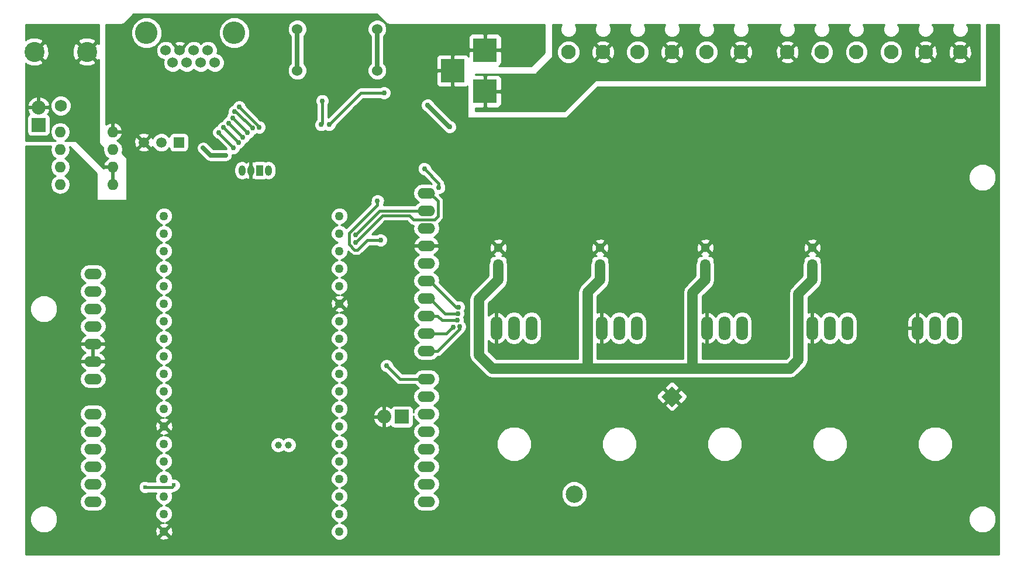
<source format=gbr>
G04 #@! TF.FileFunction,Copper,L2,Bot,Signal*
%FSLAX46Y46*%
G04 Gerber Fmt 4.6, Leading zero omitted, Abs format (unit mm)*
G04 Created by KiCad (PCBNEW 4.0.2+dfsg1-stable) date Mon 20 Aug 2018 02:01:52 PM EDT*
%MOMM*%
G01*
G04 APERTURE LIST*
%ADD10C,0.100000*%
%ADD11O,2.540000X1.524000*%
%ADD12C,3.251200*%
%ADD13C,1.524000*%
%ADD14C,1.750000*%
%ADD15C,2.900000*%
%ADD16C,1.520000*%
%ADD17R,1.520000X1.520000*%
%ADD18O,1.600000X1.600000*%
%ADD19R,3.500120X3.500120*%
%ADD20C,2.100000*%
%ADD21C,1.300000*%
%ADD22R,1.300000X1.300000*%
%ADD23O,1.699260X3.500120*%
%ADD24C,1.000760*%
%ADD25O,1.000000X1.500000*%
%ADD26R,1.000000X1.500000*%
%ADD27R,2.032000X2.032000*%
%ADD28O,2.032000X2.032000*%
%ADD29C,2.500000*%
%ADD30C,1.270000*%
%ADD31C,0.762000*%
%ADD32C,0.600000*%
%ADD33C,0.609600*%
%ADD34C,0.635000*%
%ADD35C,0.381000*%
%ADD36C,1.524000*%
%ADD37C,0.254000*%
G04 APERTURE END LIST*
D10*
D11*
X31496000Y-119888000D03*
X31496000Y-117348000D03*
X31496000Y-114808000D03*
X31496000Y-107188000D03*
X31496000Y-109728000D03*
X31496000Y-112268000D03*
X31496000Y-102108000D03*
X31496000Y-99568000D03*
X31496000Y-97028000D03*
X31496000Y-91948000D03*
X31496000Y-89408000D03*
X79756000Y-119888000D03*
X79756000Y-117348000D03*
X79756000Y-114808000D03*
X79756000Y-112268000D03*
X79756000Y-109728000D03*
X79756000Y-107188000D03*
X79756000Y-104648000D03*
X79756000Y-102108000D03*
X79756000Y-98044000D03*
X79756000Y-95504000D03*
X79756000Y-92964000D03*
X79756000Y-90424000D03*
X79756000Y-87884000D03*
X79756000Y-85344000D03*
X79756000Y-82804000D03*
X79756000Y-80264000D03*
X31496000Y-94488000D03*
X79756000Y-77724000D03*
X79756000Y-75184000D03*
X31496000Y-86868000D03*
D12*
X51943000Y-51943000D03*
X39243000Y-51943000D03*
D13*
X48133000Y-54483000D03*
X46101000Y-54483000D03*
X44069000Y-54483000D03*
X42037000Y-54483000D03*
X49149000Y-56261000D03*
X47117000Y-56261000D03*
X45085000Y-56261000D03*
X43053000Y-56261000D03*
D14*
X26822400Y-62486200D03*
D15*
X30622400Y-54686200D03*
X23022400Y-54686200D03*
D16*
X41402000Y-67818000D03*
X38862000Y-67818000D03*
D17*
X43942000Y-67818000D03*
D18*
X34366200Y-73914000D03*
X34366200Y-71374000D03*
X34366200Y-68834000D03*
X34366200Y-66294000D03*
X26746200Y-66294000D03*
X26746200Y-68834000D03*
X26746200Y-71374000D03*
X26746200Y-73914000D03*
D19*
X88265000Y-60429140D03*
X88265000Y-54429660D03*
X83566000Y-57429400D03*
D20*
X157033000Y-54737000D03*
X152033000Y-54737000D03*
X147033000Y-54737000D03*
X142033000Y-54737000D03*
X137033000Y-54737000D03*
X132033000Y-54737000D03*
X125330000Y-54735000D03*
X120330000Y-54735000D03*
X115330000Y-54735000D03*
X110330000Y-54735000D03*
X105330000Y-54735000D03*
X100330000Y-54735000D03*
D21*
X120142000Y-83058000D03*
D22*
X120142000Y-85558000D03*
D21*
X104902000Y-83058000D03*
D22*
X104902000Y-85558000D03*
D21*
X90170000Y-83058000D03*
D22*
X90170000Y-85558000D03*
D23*
X153416000Y-94742000D03*
X155956000Y-94742000D03*
X150876000Y-94742000D03*
X122936000Y-94742000D03*
X125476000Y-94742000D03*
X120396000Y-94742000D03*
X107696000Y-94742000D03*
X110236000Y-94742000D03*
X105156000Y-94742000D03*
X92456000Y-94742000D03*
X94996000Y-94742000D03*
X89916000Y-94742000D03*
D21*
X135636000Y-83058000D03*
D22*
X135636000Y-85558000D03*
D23*
X138176000Y-94742000D03*
X140716000Y-94742000D03*
X135636000Y-94742000D03*
D24*
X58318400Y-111683800D03*
X59817000Y-111683800D03*
D25*
X56896000Y-71882000D03*
D26*
X55626000Y-71882000D03*
D25*
X54356000Y-71882000D03*
X53086000Y-71882000D03*
D27*
X23622000Y-65278000D03*
D28*
X23622000Y-62738000D03*
D10*
G36*
X115316000Y-103113578D02*
X116850422Y-104648000D01*
X115316000Y-106182422D01*
X113781578Y-104648000D01*
X115316000Y-103113578D01*
X115316000Y-103113578D01*
G37*
D29*
X101173864Y-118790136D03*
D13*
X72644000Y-51404000D03*
X72644000Y-57404000D03*
X61087000Y-51404000D03*
X61087000Y-57404000D03*
D30*
X67183000Y-124206000D03*
X67183000Y-121666000D03*
X67183000Y-119126000D03*
X67183000Y-116586000D03*
X67183000Y-114046000D03*
X67183000Y-111506000D03*
X67183000Y-108966000D03*
X67183000Y-106426000D03*
X67183000Y-103886000D03*
X67183000Y-101346000D03*
X67183000Y-98806000D03*
X67183000Y-96266000D03*
X67183000Y-93726000D03*
X67183000Y-91186000D03*
X67183000Y-88646000D03*
X67183000Y-86106000D03*
X67183000Y-81026000D03*
X67183000Y-83566000D03*
X67183000Y-78486000D03*
X41783000Y-103886000D03*
X41783000Y-98806000D03*
X41783000Y-106426000D03*
X41783000Y-93726000D03*
X41783000Y-101346000D03*
X41783000Y-96266000D03*
X41783000Y-88646000D03*
X41783000Y-81026000D03*
X41783000Y-91186000D03*
X41783000Y-86106000D03*
X41783000Y-78486000D03*
X41783000Y-83566000D03*
X41783000Y-116586000D03*
X41783000Y-114046000D03*
X41783000Y-119126000D03*
X41783000Y-121666000D03*
X41783000Y-124206000D03*
X41783000Y-108966000D03*
X41783000Y-111506000D03*
D27*
X76200000Y-107569000D03*
D28*
X73660000Y-107569000D03*
D31*
X74168000Y-86106000D03*
X35052000Y-96012000D03*
X68554600Y-68275200D03*
X79629000Y-66065400D03*
X83591400Y-62738000D03*
X88149400Y-70880000D03*
X86416200Y-71633400D03*
X39370000Y-106553000D03*
X39990450Y-72322657D03*
X54127400Y-112344200D03*
X57759600Y-108000800D03*
X79959200Y-62433200D03*
X83134200Y-65582800D03*
X81581773Y-74342542D03*
X79476600Y-71628000D03*
D32*
X47447200Y-68630800D03*
X50723800Y-69697600D03*
D31*
X73126600Y-81965800D03*
X72694800Y-76327000D03*
X65684400Y-65252600D03*
X73634600Y-60629800D03*
X74015600Y-100177600D03*
X64516000Y-65252600D03*
X64687000Y-61805000D03*
D33*
X43230800Y-117500400D03*
X39014400Y-117779800D03*
D31*
X83617729Y-94567277D03*
X84289340Y-93603342D03*
X84308330Y-92641517D03*
X84407218Y-91684601D03*
X84578743Y-94523471D03*
X69488666Y-82335840D03*
X55575200Y-65608200D03*
X52677165Y-62678698D03*
X53211540Y-67108262D03*
X51128059Y-65033576D03*
X49740254Y-66364796D03*
X51866800Y-68580000D03*
X52552258Y-67808844D03*
X50413048Y-65677180D03*
X69529795Y-81203617D03*
X54584600Y-65760600D03*
X51971460Y-63361078D03*
X53891266Y-66427499D03*
X51765200Y-64312800D03*
D34*
X83134200Y-65582800D02*
X83108800Y-65582800D01*
X83108800Y-65582800D02*
X79959200Y-62433200D01*
D35*
X81581773Y-73803727D02*
X81581773Y-74342542D01*
X81581773Y-73733173D02*
X81581773Y-73803727D01*
X79476600Y-71628000D02*
X81581773Y-73733173D01*
D34*
X50723800Y-69697600D02*
X48514000Y-69697600D01*
X48514000Y-69697600D02*
X47447200Y-68630800D01*
D36*
X90170000Y-85558000D02*
X90170000Y-87732000D01*
X90170000Y-87732000D02*
X87376000Y-90526000D01*
X87376000Y-90526000D02*
X87376000Y-98628793D01*
X87376000Y-98628793D02*
X89331207Y-100584000D01*
X89331207Y-100584000D02*
X103124000Y-100584000D01*
X120142000Y-85558000D02*
X120142000Y-87732000D01*
X120142000Y-87732000D02*
X118304945Y-89569055D01*
X118304945Y-89569055D02*
X118304945Y-100270945D01*
X118304945Y-100270945D02*
X118618000Y-100584000D01*
X103124000Y-100584000D02*
X118618000Y-100584000D01*
X104902000Y-85558000D02*
X104902000Y-87732000D01*
X104902000Y-87732000D02*
X103124000Y-89510000D01*
X103124000Y-89510000D02*
X103124000Y-100584000D01*
X118618000Y-100584000D02*
X132398856Y-100584000D01*
X132398856Y-100584000D02*
X133632855Y-99350001D01*
X133632855Y-99350001D02*
X133632855Y-89735145D01*
X133632855Y-89735145D02*
X135636000Y-87732000D01*
X135636000Y-87732000D02*
X135636000Y-85558000D01*
D35*
X72694800Y-76327000D02*
X72694800Y-76865815D01*
X72694800Y-76865815D02*
X68580000Y-80980615D01*
X68580000Y-80980615D02*
X68580000Y-82575400D01*
X68580000Y-82575400D02*
X69392800Y-83388200D01*
X69392800Y-83388200D02*
X69767722Y-83388200D01*
X69767722Y-83388200D02*
X71190122Y-81965800D01*
X71190122Y-81965800D02*
X73126600Y-81965800D01*
X73634600Y-60629800D02*
X70307200Y-60629800D01*
X70307200Y-60629800D02*
X65684400Y-65252600D01*
X79756000Y-102108000D02*
X75946000Y-102108000D01*
X75946000Y-102108000D02*
X74015600Y-100177600D01*
X64687000Y-61805000D02*
X64687000Y-65081600D01*
X64687000Y-65081600D02*
X64516000Y-65252600D01*
X39014400Y-117779800D02*
X42951400Y-117779800D01*
X42951400Y-117779800D02*
X43230800Y-117500400D01*
X83236730Y-94948276D02*
X83617729Y-94567277D01*
X82681006Y-95504000D02*
X83236730Y-94948276D01*
X79756000Y-95504000D02*
X82681006Y-95504000D01*
X81407000Y-92964000D02*
X82046342Y-93603342D01*
X82046342Y-93603342D02*
X83750525Y-93603342D01*
X83750525Y-93603342D02*
X84289340Y-93603342D01*
X79756000Y-92964000D02*
X81407000Y-92964000D01*
X82481517Y-92641517D02*
X83769515Y-92641517D01*
X80264000Y-90424000D02*
X82481517Y-92641517D01*
X79756000Y-90424000D02*
X80264000Y-90424000D01*
X83769515Y-92641517D02*
X84308330Y-92641517D01*
X80264000Y-87884000D02*
X84064601Y-91684601D01*
X79756000Y-87884000D02*
X80264000Y-87884000D01*
X84064601Y-91684601D02*
X84407218Y-91684601D01*
X81407000Y-98044000D02*
X84578743Y-94872257D01*
X79756000Y-98044000D02*
X81407000Y-98044000D01*
X84578743Y-94872257D02*
X84578743Y-94523471D01*
X32004000Y-112268000D02*
X31496000Y-112268000D01*
X80924400Y-79019400D02*
X81416510Y-78527290D01*
X81416510Y-76336510D02*
X80264000Y-75184000D01*
X77901800Y-79019400D02*
X80924400Y-79019400D01*
X69488666Y-82335840D02*
X73428713Y-78395793D01*
X73428713Y-78395793D02*
X77278193Y-78395793D01*
X77278193Y-78395793D02*
X77901800Y-79019400D01*
X81416510Y-78527290D02*
X81416510Y-76336510D01*
X80264000Y-75184000D02*
X79756000Y-75184000D01*
X52677165Y-62678698D02*
X55575200Y-65576733D01*
X55575200Y-65576733D02*
X55575200Y-65608200D01*
X53202745Y-67108262D02*
X53211540Y-67108262D01*
X51128059Y-65033576D02*
X53202745Y-67108262D01*
X49740254Y-66453454D02*
X49740254Y-66364796D01*
X51866800Y-68580000D02*
X49740254Y-66453454D01*
X52544712Y-67808844D02*
X52552258Y-67808844D01*
X50413048Y-65677180D02*
X52544712Y-67808844D01*
X69910794Y-80822618D02*
X69529795Y-81203617D01*
X73009412Y-77724000D02*
X69910794Y-80822618D01*
X79756000Y-77724000D02*
X73009412Y-77724000D01*
X79756000Y-77724000D02*
X78280353Y-77724000D01*
X51971460Y-63361078D02*
X52185078Y-63361078D01*
X52185078Y-63361078D02*
X54584600Y-65760600D01*
X53879899Y-66427499D02*
X53891266Y-66427499D01*
X51765200Y-64312800D02*
X53879899Y-66427499D01*
D34*
X72644000Y-51404000D02*
X72644000Y-57404000D01*
X61087000Y-51404000D02*
X61087000Y-57404000D01*
D37*
G36*
X32385000Y-53527509D02*
X32100249Y-53387956D01*
X30802005Y-54686200D01*
X32100249Y-55984444D01*
X32385000Y-55844891D01*
X32385000Y-67945000D01*
X32395006Y-67994410D01*
X32422197Y-68034803D01*
X32955898Y-68568504D01*
X32903087Y-68834000D01*
X33012320Y-69383151D01*
X33323389Y-69848698D01*
X33727903Y-70118986D01*
X33511066Y-70221611D01*
X33135159Y-70636577D01*
X32974296Y-71024961D01*
X33096285Y-71247000D01*
X34239200Y-71247000D01*
X34239200Y-71227000D01*
X34493200Y-71227000D01*
X34493200Y-71247000D01*
X34513200Y-71247000D01*
X34513200Y-71501000D01*
X34493200Y-71501000D01*
X34493200Y-73787000D01*
X34513200Y-73787000D01*
X34513200Y-74041000D01*
X34493200Y-74041000D01*
X34493200Y-74061000D01*
X34239200Y-74061000D01*
X34239200Y-74041000D01*
X34219200Y-74041000D01*
X34219200Y-73787000D01*
X34239200Y-73787000D01*
X34239200Y-71501000D01*
X33096285Y-71501000D01*
X33042856Y-71598250D01*
X29045803Y-67601197D01*
X29003789Y-67573334D01*
X28956000Y-67564000D01*
X27406925Y-67564000D01*
X27789011Y-67308698D01*
X28100080Y-66843151D01*
X28209313Y-66294000D01*
X28100080Y-65744849D01*
X27789011Y-65279302D01*
X27323464Y-64968233D01*
X26774313Y-64859000D01*
X26718087Y-64859000D01*
X26168936Y-64968233D01*
X25703389Y-65279302D01*
X25392320Y-65744849D01*
X25285440Y-66282171D01*
X25285440Y-64262000D01*
X25241162Y-64026683D01*
X25102090Y-63810559D01*
X24939052Y-63699160D01*
X25028385Y-63602818D01*
X25227975Y-63120944D01*
X25108836Y-62865000D01*
X23749000Y-62865000D01*
X23749000Y-62885000D01*
X23495000Y-62885000D01*
X23495000Y-62865000D01*
X22135164Y-62865000D01*
X22016025Y-63120944D01*
X22215615Y-63602818D01*
X22306097Y-63700398D01*
X22154559Y-63797910D01*
X22009569Y-64010110D01*
X21958560Y-64262000D01*
X21958560Y-66294000D01*
X22002838Y-66529317D01*
X22141910Y-66745441D01*
X22354110Y-66890431D01*
X22606000Y-66941440D01*
X24638000Y-66941440D01*
X24873317Y-66897162D01*
X25089441Y-66758090D01*
X25234431Y-66545890D01*
X25284253Y-66299862D01*
X25392320Y-66843151D01*
X25703389Y-67308698D01*
X26085475Y-67564000D01*
X21792000Y-67564000D01*
X21792000Y-62785240D01*
X25312138Y-62785240D01*
X25541538Y-63340429D01*
X25965937Y-63765570D01*
X26520725Y-63995938D01*
X27121440Y-63996462D01*
X27676629Y-63767062D01*
X28101770Y-63342663D01*
X28332138Y-62787875D01*
X28332662Y-62187160D01*
X28103262Y-61631971D01*
X27678863Y-61206830D01*
X27124075Y-60976462D01*
X26523360Y-60975938D01*
X25968171Y-61205338D01*
X25543030Y-61629737D01*
X25312662Y-62184525D01*
X25312138Y-62785240D01*
X21792000Y-62785240D01*
X21792000Y-62355056D01*
X22016025Y-62355056D01*
X22135164Y-62611000D01*
X23495000Y-62611000D01*
X23495000Y-61250633D01*
X23749000Y-61250633D01*
X23749000Y-62611000D01*
X25108836Y-62611000D01*
X25227975Y-62355056D01*
X25028385Y-61873182D01*
X24590379Y-61400812D01*
X24004946Y-61132017D01*
X23749000Y-61250633D01*
X23495000Y-61250633D01*
X23239054Y-61132017D01*
X22653621Y-61400812D01*
X22215615Y-61873182D01*
X22016025Y-62355056D01*
X21792000Y-62355056D01*
X21792000Y-56302482D01*
X21877835Y-56477624D01*
X22650508Y-56779266D01*
X23479798Y-56762258D01*
X24166965Y-56477624D01*
X24320644Y-56164049D01*
X29324156Y-56164049D01*
X29477835Y-56477624D01*
X30250508Y-56779266D01*
X31079798Y-56762258D01*
X31766965Y-56477624D01*
X31920644Y-56164049D01*
X30622400Y-54865805D01*
X29324156Y-56164049D01*
X24320644Y-56164049D01*
X23022400Y-54865805D01*
X23008258Y-54879948D01*
X22828653Y-54700343D01*
X22842795Y-54686200D01*
X23202005Y-54686200D01*
X24500249Y-55984444D01*
X24813824Y-55830765D01*
X25115466Y-55058092D01*
X25100212Y-54314308D01*
X28529334Y-54314308D01*
X28546342Y-55143598D01*
X28830976Y-55830765D01*
X29144551Y-55984444D01*
X30442795Y-54686200D01*
X29144551Y-53387956D01*
X28830976Y-53541635D01*
X28529334Y-54314308D01*
X25100212Y-54314308D01*
X25098458Y-54228802D01*
X24813824Y-53541635D01*
X24500249Y-53387956D01*
X23202005Y-54686200D01*
X22842795Y-54686200D01*
X22828653Y-54672058D01*
X23008258Y-54492453D01*
X23022400Y-54506595D01*
X24320644Y-53208351D01*
X29324156Y-53208351D01*
X30622400Y-54506595D01*
X31920644Y-53208351D01*
X31766965Y-52894776D01*
X30994292Y-52593134D01*
X30165002Y-52610142D01*
X29477835Y-52894776D01*
X29324156Y-53208351D01*
X24320644Y-53208351D01*
X24166965Y-52894776D01*
X23394292Y-52593134D01*
X22565002Y-52610142D01*
X21877835Y-52894776D01*
X21792000Y-53069918D01*
X21792000Y-50748000D01*
X32385000Y-50748000D01*
X32385000Y-53527509D01*
X32385000Y-53527509D01*
G37*
X32385000Y-53527509D02*
X32100249Y-53387956D01*
X30802005Y-54686200D01*
X32100249Y-55984444D01*
X32385000Y-55844891D01*
X32385000Y-67945000D01*
X32395006Y-67994410D01*
X32422197Y-68034803D01*
X32955898Y-68568504D01*
X32903087Y-68834000D01*
X33012320Y-69383151D01*
X33323389Y-69848698D01*
X33727903Y-70118986D01*
X33511066Y-70221611D01*
X33135159Y-70636577D01*
X32974296Y-71024961D01*
X33096285Y-71247000D01*
X34239200Y-71247000D01*
X34239200Y-71227000D01*
X34493200Y-71227000D01*
X34493200Y-71247000D01*
X34513200Y-71247000D01*
X34513200Y-71501000D01*
X34493200Y-71501000D01*
X34493200Y-73787000D01*
X34513200Y-73787000D01*
X34513200Y-74041000D01*
X34493200Y-74041000D01*
X34493200Y-74061000D01*
X34239200Y-74061000D01*
X34239200Y-74041000D01*
X34219200Y-74041000D01*
X34219200Y-73787000D01*
X34239200Y-73787000D01*
X34239200Y-71501000D01*
X33096285Y-71501000D01*
X33042856Y-71598250D01*
X29045803Y-67601197D01*
X29003789Y-67573334D01*
X28956000Y-67564000D01*
X27406925Y-67564000D01*
X27789011Y-67308698D01*
X28100080Y-66843151D01*
X28209313Y-66294000D01*
X28100080Y-65744849D01*
X27789011Y-65279302D01*
X27323464Y-64968233D01*
X26774313Y-64859000D01*
X26718087Y-64859000D01*
X26168936Y-64968233D01*
X25703389Y-65279302D01*
X25392320Y-65744849D01*
X25285440Y-66282171D01*
X25285440Y-64262000D01*
X25241162Y-64026683D01*
X25102090Y-63810559D01*
X24939052Y-63699160D01*
X25028385Y-63602818D01*
X25227975Y-63120944D01*
X25108836Y-62865000D01*
X23749000Y-62865000D01*
X23749000Y-62885000D01*
X23495000Y-62885000D01*
X23495000Y-62865000D01*
X22135164Y-62865000D01*
X22016025Y-63120944D01*
X22215615Y-63602818D01*
X22306097Y-63700398D01*
X22154559Y-63797910D01*
X22009569Y-64010110D01*
X21958560Y-64262000D01*
X21958560Y-66294000D01*
X22002838Y-66529317D01*
X22141910Y-66745441D01*
X22354110Y-66890431D01*
X22606000Y-66941440D01*
X24638000Y-66941440D01*
X24873317Y-66897162D01*
X25089441Y-66758090D01*
X25234431Y-66545890D01*
X25284253Y-66299862D01*
X25392320Y-66843151D01*
X25703389Y-67308698D01*
X26085475Y-67564000D01*
X21792000Y-67564000D01*
X21792000Y-62785240D01*
X25312138Y-62785240D01*
X25541538Y-63340429D01*
X25965937Y-63765570D01*
X26520725Y-63995938D01*
X27121440Y-63996462D01*
X27676629Y-63767062D01*
X28101770Y-63342663D01*
X28332138Y-62787875D01*
X28332662Y-62187160D01*
X28103262Y-61631971D01*
X27678863Y-61206830D01*
X27124075Y-60976462D01*
X26523360Y-60975938D01*
X25968171Y-61205338D01*
X25543030Y-61629737D01*
X25312662Y-62184525D01*
X25312138Y-62785240D01*
X21792000Y-62785240D01*
X21792000Y-62355056D01*
X22016025Y-62355056D01*
X22135164Y-62611000D01*
X23495000Y-62611000D01*
X23495000Y-61250633D01*
X23749000Y-61250633D01*
X23749000Y-62611000D01*
X25108836Y-62611000D01*
X25227975Y-62355056D01*
X25028385Y-61873182D01*
X24590379Y-61400812D01*
X24004946Y-61132017D01*
X23749000Y-61250633D01*
X23495000Y-61250633D01*
X23239054Y-61132017D01*
X22653621Y-61400812D01*
X22215615Y-61873182D01*
X22016025Y-62355056D01*
X21792000Y-62355056D01*
X21792000Y-56302482D01*
X21877835Y-56477624D01*
X22650508Y-56779266D01*
X23479798Y-56762258D01*
X24166965Y-56477624D01*
X24320644Y-56164049D01*
X29324156Y-56164049D01*
X29477835Y-56477624D01*
X30250508Y-56779266D01*
X31079798Y-56762258D01*
X31766965Y-56477624D01*
X31920644Y-56164049D01*
X30622400Y-54865805D01*
X29324156Y-56164049D01*
X24320644Y-56164049D01*
X23022400Y-54865805D01*
X23008258Y-54879948D01*
X22828653Y-54700343D01*
X22842795Y-54686200D01*
X23202005Y-54686200D01*
X24500249Y-55984444D01*
X24813824Y-55830765D01*
X25115466Y-55058092D01*
X25100212Y-54314308D01*
X28529334Y-54314308D01*
X28546342Y-55143598D01*
X28830976Y-55830765D01*
X29144551Y-55984444D01*
X30442795Y-54686200D01*
X29144551Y-53387956D01*
X28830976Y-53541635D01*
X28529334Y-54314308D01*
X25100212Y-54314308D01*
X25098458Y-54228802D01*
X24813824Y-53541635D01*
X24500249Y-53387956D01*
X23202005Y-54686200D01*
X22842795Y-54686200D01*
X22828653Y-54672058D01*
X23008258Y-54492453D01*
X23022400Y-54506595D01*
X24320644Y-53208351D01*
X29324156Y-53208351D01*
X30622400Y-54506595D01*
X31920644Y-53208351D01*
X31766965Y-52894776D01*
X30994292Y-52593134D01*
X30165002Y-52610142D01*
X29477835Y-52894776D01*
X29324156Y-53208351D01*
X24320644Y-53208351D01*
X24166965Y-52894776D01*
X23394292Y-52593134D01*
X22565002Y-52610142D01*
X21877835Y-52894776D01*
X21792000Y-53069918D01*
X21792000Y-50748000D01*
X32385000Y-50748000D01*
X32385000Y-53527509D01*
G36*
X99325991Y-50762875D02*
X99145206Y-51198255D01*
X99144794Y-51669677D01*
X99324820Y-52105372D01*
X99657875Y-52439009D01*
X100093255Y-52619794D01*
X100564677Y-52620206D01*
X101000372Y-52440180D01*
X101334009Y-52107125D01*
X101514794Y-51671745D01*
X101515206Y-51200323D01*
X101335180Y-50764628D01*
X101318581Y-50748000D01*
X104340892Y-50748000D01*
X104325991Y-50762875D01*
X104145206Y-51198255D01*
X104144794Y-51669677D01*
X104324820Y-52105372D01*
X104657875Y-52439009D01*
X105093255Y-52619794D01*
X105564677Y-52620206D01*
X106000372Y-52440180D01*
X106334009Y-52107125D01*
X106514794Y-51671745D01*
X106515206Y-51200323D01*
X106335180Y-50764628D01*
X106318581Y-50748000D01*
X109340892Y-50748000D01*
X109325991Y-50762875D01*
X109145206Y-51198255D01*
X109144794Y-51669677D01*
X109324820Y-52105372D01*
X109657875Y-52439009D01*
X110093255Y-52619794D01*
X110564677Y-52620206D01*
X111000372Y-52440180D01*
X111334009Y-52107125D01*
X111514794Y-51671745D01*
X111515206Y-51200323D01*
X111335180Y-50764628D01*
X111318581Y-50748000D01*
X114340892Y-50748000D01*
X114325991Y-50762875D01*
X114145206Y-51198255D01*
X114144794Y-51669677D01*
X114324820Y-52105372D01*
X114657875Y-52439009D01*
X115093255Y-52619794D01*
X115564677Y-52620206D01*
X116000372Y-52440180D01*
X116334009Y-52107125D01*
X116514794Y-51671745D01*
X116515206Y-51200323D01*
X116335180Y-50764628D01*
X116318581Y-50748000D01*
X119340892Y-50748000D01*
X119325991Y-50762875D01*
X119145206Y-51198255D01*
X119144794Y-51669677D01*
X119324820Y-52105372D01*
X119657875Y-52439009D01*
X120093255Y-52619794D01*
X120564677Y-52620206D01*
X121000372Y-52440180D01*
X121334009Y-52107125D01*
X121514794Y-51671745D01*
X121515206Y-51200323D01*
X121335180Y-50764628D01*
X121318581Y-50748000D01*
X124340892Y-50748000D01*
X124325991Y-50762875D01*
X124145206Y-51198255D01*
X124144794Y-51669677D01*
X124324820Y-52105372D01*
X124657875Y-52439009D01*
X125093255Y-52619794D01*
X125564677Y-52620206D01*
X126000372Y-52440180D01*
X126334009Y-52107125D01*
X126514794Y-51671745D01*
X126515206Y-51200323D01*
X126335180Y-50764628D01*
X126318581Y-50748000D01*
X131045895Y-50748000D01*
X131028991Y-50764875D01*
X130848206Y-51200255D01*
X130847794Y-51671677D01*
X131027820Y-52107372D01*
X131360875Y-52441009D01*
X131796255Y-52621794D01*
X132267677Y-52622206D01*
X132703372Y-52442180D01*
X133037009Y-52109125D01*
X133217794Y-51673745D01*
X133218206Y-51202323D01*
X133038180Y-50766628D01*
X133019584Y-50748000D01*
X136045895Y-50748000D01*
X136028991Y-50764875D01*
X135848206Y-51200255D01*
X135847794Y-51671677D01*
X136027820Y-52107372D01*
X136360875Y-52441009D01*
X136796255Y-52621794D01*
X137267677Y-52622206D01*
X137703372Y-52442180D01*
X138037009Y-52109125D01*
X138217794Y-51673745D01*
X138218206Y-51202323D01*
X138038180Y-50766628D01*
X138019584Y-50748000D01*
X141045895Y-50748000D01*
X141028991Y-50764875D01*
X140848206Y-51200255D01*
X140847794Y-51671677D01*
X141027820Y-52107372D01*
X141360875Y-52441009D01*
X141796255Y-52621794D01*
X142267677Y-52622206D01*
X142703372Y-52442180D01*
X143037009Y-52109125D01*
X143217794Y-51673745D01*
X143218206Y-51202323D01*
X143038180Y-50766628D01*
X143019584Y-50748000D01*
X146045895Y-50748000D01*
X146028991Y-50764875D01*
X145848206Y-51200255D01*
X145847794Y-51671677D01*
X146027820Y-52107372D01*
X146360875Y-52441009D01*
X146796255Y-52621794D01*
X147267677Y-52622206D01*
X147703372Y-52442180D01*
X148037009Y-52109125D01*
X148217794Y-51673745D01*
X148218206Y-51202323D01*
X148038180Y-50766628D01*
X148019584Y-50748000D01*
X151045895Y-50748000D01*
X151028991Y-50764875D01*
X150848206Y-51200255D01*
X150847794Y-51671677D01*
X151027820Y-52107372D01*
X151360875Y-52441009D01*
X151796255Y-52621794D01*
X152267677Y-52622206D01*
X152703372Y-52442180D01*
X153037009Y-52109125D01*
X153217794Y-51673745D01*
X153218206Y-51202323D01*
X153038180Y-50766628D01*
X153019584Y-50748000D01*
X156045895Y-50748000D01*
X156028991Y-50764875D01*
X155848206Y-51200255D01*
X155847794Y-51671677D01*
X156027820Y-52107372D01*
X156360875Y-52441009D01*
X156796255Y-52621794D01*
X157267677Y-52622206D01*
X157703372Y-52442180D01*
X158037009Y-52109125D01*
X158217794Y-51673745D01*
X158218206Y-51202323D01*
X158038180Y-50766628D01*
X158019584Y-50748000D01*
X159893000Y-50748000D01*
X159893000Y-58801000D01*
X104267000Y-58801000D01*
X104217590Y-58811006D01*
X104177197Y-58838197D01*
X99769394Y-63246000D01*
X86868000Y-63246000D01*
X86868000Y-62814200D01*
X87979250Y-62814200D01*
X88138000Y-62655450D01*
X88138000Y-60556140D01*
X88392000Y-60556140D01*
X88392000Y-62655450D01*
X88550750Y-62814200D01*
X90141370Y-62814200D01*
X90374759Y-62717527D01*
X90553387Y-62538898D01*
X90650060Y-62305509D01*
X90650060Y-60714890D01*
X90491310Y-60556140D01*
X88392000Y-60556140D01*
X88138000Y-60556140D01*
X88118000Y-60556140D01*
X88118000Y-60302140D01*
X88138000Y-60302140D01*
X88138000Y-58202830D01*
X88392000Y-58202830D01*
X88392000Y-60302140D01*
X90491310Y-60302140D01*
X90650060Y-60143390D01*
X90650060Y-58552771D01*
X90553387Y-58319382D01*
X90374759Y-58140753D01*
X90141370Y-58044080D01*
X88550750Y-58044080D01*
X88392000Y-58202830D01*
X88138000Y-58202830D01*
X87979250Y-58044080D01*
X86868000Y-58044080D01*
X86868000Y-57912000D01*
X95631000Y-57912000D01*
X95680410Y-57901994D01*
X95720803Y-57874803D01*
X98006803Y-55588803D01*
X98034666Y-55546789D01*
X98044000Y-55499000D01*
X98044000Y-55068697D01*
X98644708Y-55068697D01*
X98900694Y-55688229D01*
X99374278Y-56162640D01*
X99993362Y-56419707D01*
X100663697Y-56420292D01*
X101283229Y-56164306D01*
X101524252Y-55923703D01*
X104320902Y-55923703D01*
X104425687Y-56195745D01*
X105053526Y-56430619D01*
X105723456Y-56407349D01*
X106234313Y-56195745D01*
X106339098Y-55923703D01*
X105330000Y-54914605D01*
X104320902Y-55923703D01*
X101524252Y-55923703D01*
X101757640Y-55690722D01*
X102014707Y-55071638D01*
X102015242Y-54458526D01*
X103634381Y-54458526D01*
X103657651Y-55128456D01*
X103869255Y-55639313D01*
X104141297Y-55744098D01*
X105150395Y-54735000D01*
X105509605Y-54735000D01*
X106518703Y-55744098D01*
X106790745Y-55639313D01*
X107004211Y-55068697D01*
X108644708Y-55068697D01*
X108900694Y-55688229D01*
X109374278Y-56162640D01*
X109993362Y-56419707D01*
X110663697Y-56420292D01*
X111283229Y-56164306D01*
X111524252Y-55923703D01*
X114320902Y-55923703D01*
X114425687Y-56195745D01*
X115053526Y-56430619D01*
X115723456Y-56407349D01*
X116234313Y-56195745D01*
X116339098Y-55923703D01*
X115330000Y-54914605D01*
X114320902Y-55923703D01*
X111524252Y-55923703D01*
X111757640Y-55690722D01*
X112014707Y-55071638D01*
X112015242Y-54458526D01*
X113634381Y-54458526D01*
X113657651Y-55128456D01*
X113869255Y-55639313D01*
X114141297Y-55744098D01*
X115150395Y-54735000D01*
X115509605Y-54735000D01*
X116518703Y-55744098D01*
X116790745Y-55639313D01*
X117004211Y-55068697D01*
X118644708Y-55068697D01*
X118900694Y-55688229D01*
X119374278Y-56162640D01*
X119993362Y-56419707D01*
X120663697Y-56420292D01*
X121283229Y-56164306D01*
X121524252Y-55923703D01*
X124320902Y-55923703D01*
X124425687Y-56195745D01*
X125053526Y-56430619D01*
X125723456Y-56407349D01*
X126234313Y-56195745D01*
X126338327Y-55925703D01*
X131023902Y-55925703D01*
X131128687Y-56197745D01*
X131756526Y-56432619D01*
X132426456Y-56409349D01*
X132937313Y-56197745D01*
X133042098Y-55925703D01*
X132033000Y-54916605D01*
X131023902Y-55925703D01*
X126338327Y-55925703D01*
X126339098Y-55923703D01*
X125330000Y-54914605D01*
X124320902Y-55923703D01*
X121524252Y-55923703D01*
X121757640Y-55690722D01*
X122014707Y-55071638D01*
X122015242Y-54458526D01*
X123634381Y-54458526D01*
X123657651Y-55128456D01*
X123869255Y-55639313D01*
X124141297Y-55744098D01*
X125150395Y-54735000D01*
X125509605Y-54735000D01*
X126518703Y-55744098D01*
X126790745Y-55639313D01*
X127025619Y-55011474D01*
X127006482Y-54460526D01*
X130337381Y-54460526D01*
X130360651Y-55130456D01*
X130572255Y-55641313D01*
X130844297Y-55746098D01*
X131853395Y-54737000D01*
X132212605Y-54737000D01*
X133221703Y-55746098D01*
X133493745Y-55641313D01*
X133707211Y-55070697D01*
X135347708Y-55070697D01*
X135603694Y-55690229D01*
X136077278Y-56164640D01*
X136696362Y-56421707D01*
X137366697Y-56422292D01*
X137986229Y-56166306D01*
X138460640Y-55692722D01*
X138717707Y-55073638D01*
X138717709Y-55070697D01*
X140347708Y-55070697D01*
X140603694Y-55690229D01*
X141077278Y-56164640D01*
X141696362Y-56421707D01*
X142366697Y-56422292D01*
X142986229Y-56166306D01*
X143460640Y-55692722D01*
X143717707Y-55073638D01*
X143717709Y-55070697D01*
X145347708Y-55070697D01*
X145603694Y-55690229D01*
X146077278Y-56164640D01*
X146696362Y-56421707D01*
X147366697Y-56422292D01*
X147986229Y-56166306D01*
X148227252Y-55925703D01*
X151023902Y-55925703D01*
X151128687Y-56197745D01*
X151756526Y-56432619D01*
X152426456Y-56409349D01*
X152937313Y-56197745D01*
X153042098Y-55925703D01*
X156023902Y-55925703D01*
X156128687Y-56197745D01*
X156756526Y-56432619D01*
X157426456Y-56409349D01*
X157937313Y-56197745D01*
X158042098Y-55925703D01*
X157033000Y-54916605D01*
X156023902Y-55925703D01*
X153042098Y-55925703D01*
X152033000Y-54916605D01*
X151023902Y-55925703D01*
X148227252Y-55925703D01*
X148460640Y-55692722D01*
X148717707Y-55073638D01*
X148718242Y-54460526D01*
X150337381Y-54460526D01*
X150360651Y-55130456D01*
X150572255Y-55641313D01*
X150844297Y-55746098D01*
X151853395Y-54737000D01*
X152212605Y-54737000D01*
X153221703Y-55746098D01*
X153493745Y-55641313D01*
X153728619Y-55013474D01*
X153709413Y-54460526D01*
X155337381Y-54460526D01*
X155360651Y-55130456D01*
X155572255Y-55641313D01*
X155844297Y-55746098D01*
X156853395Y-54737000D01*
X157212605Y-54737000D01*
X158221703Y-55746098D01*
X158493745Y-55641313D01*
X158728619Y-55013474D01*
X158705349Y-54343544D01*
X158493745Y-53832687D01*
X158221703Y-53727902D01*
X157212605Y-54737000D01*
X156853395Y-54737000D01*
X155844297Y-53727902D01*
X155572255Y-53832687D01*
X155337381Y-54460526D01*
X153709413Y-54460526D01*
X153705349Y-54343544D01*
X153493745Y-53832687D01*
X153221703Y-53727902D01*
X152212605Y-54737000D01*
X151853395Y-54737000D01*
X150844297Y-53727902D01*
X150572255Y-53832687D01*
X150337381Y-54460526D01*
X148718242Y-54460526D01*
X148718292Y-54403303D01*
X148462306Y-53783771D01*
X148227243Y-53548297D01*
X151023902Y-53548297D01*
X152033000Y-54557395D01*
X153042098Y-53548297D01*
X156023902Y-53548297D01*
X157033000Y-54557395D01*
X158042098Y-53548297D01*
X157937313Y-53276255D01*
X157309474Y-53041381D01*
X156639544Y-53064651D01*
X156128687Y-53276255D01*
X156023902Y-53548297D01*
X153042098Y-53548297D01*
X152937313Y-53276255D01*
X152309474Y-53041381D01*
X151639544Y-53064651D01*
X151128687Y-53276255D01*
X151023902Y-53548297D01*
X148227243Y-53548297D01*
X147988722Y-53309360D01*
X147369638Y-53052293D01*
X146699303Y-53051708D01*
X146079771Y-53307694D01*
X145605360Y-53781278D01*
X145348293Y-54400362D01*
X145347708Y-55070697D01*
X143717709Y-55070697D01*
X143718292Y-54403303D01*
X143462306Y-53783771D01*
X142988722Y-53309360D01*
X142369638Y-53052293D01*
X141699303Y-53051708D01*
X141079771Y-53307694D01*
X140605360Y-53781278D01*
X140348293Y-54400362D01*
X140347708Y-55070697D01*
X138717709Y-55070697D01*
X138718292Y-54403303D01*
X138462306Y-53783771D01*
X137988722Y-53309360D01*
X137369638Y-53052293D01*
X136699303Y-53051708D01*
X136079771Y-53307694D01*
X135605360Y-53781278D01*
X135348293Y-54400362D01*
X135347708Y-55070697D01*
X133707211Y-55070697D01*
X133728619Y-55013474D01*
X133705349Y-54343544D01*
X133493745Y-53832687D01*
X133221703Y-53727902D01*
X132212605Y-54737000D01*
X131853395Y-54737000D01*
X130844297Y-53727902D01*
X130572255Y-53832687D01*
X130337381Y-54460526D01*
X127006482Y-54460526D01*
X127002349Y-54341544D01*
X126790745Y-53830687D01*
X126518703Y-53725902D01*
X125509605Y-54735000D01*
X125150395Y-54735000D01*
X124141297Y-53725902D01*
X123869255Y-53830687D01*
X123634381Y-54458526D01*
X122015242Y-54458526D01*
X122015292Y-54401303D01*
X121759306Y-53781771D01*
X121524243Y-53546297D01*
X124320902Y-53546297D01*
X125330000Y-54555395D01*
X126337098Y-53548297D01*
X131023902Y-53548297D01*
X132033000Y-54557395D01*
X133042098Y-53548297D01*
X132937313Y-53276255D01*
X132309474Y-53041381D01*
X131639544Y-53064651D01*
X131128687Y-53276255D01*
X131023902Y-53548297D01*
X126337098Y-53548297D01*
X126339098Y-53546297D01*
X126234313Y-53274255D01*
X125606474Y-53039381D01*
X124936544Y-53062651D01*
X124425687Y-53274255D01*
X124320902Y-53546297D01*
X121524243Y-53546297D01*
X121285722Y-53307360D01*
X120666638Y-53050293D01*
X119996303Y-53049708D01*
X119376771Y-53305694D01*
X118902360Y-53779278D01*
X118645293Y-54398362D01*
X118644708Y-55068697D01*
X117004211Y-55068697D01*
X117025619Y-55011474D01*
X117002349Y-54341544D01*
X116790745Y-53830687D01*
X116518703Y-53725902D01*
X115509605Y-54735000D01*
X115150395Y-54735000D01*
X114141297Y-53725902D01*
X113869255Y-53830687D01*
X113634381Y-54458526D01*
X112015242Y-54458526D01*
X112015292Y-54401303D01*
X111759306Y-53781771D01*
X111524243Y-53546297D01*
X114320902Y-53546297D01*
X115330000Y-54555395D01*
X116339098Y-53546297D01*
X116234313Y-53274255D01*
X115606474Y-53039381D01*
X114936544Y-53062651D01*
X114425687Y-53274255D01*
X114320902Y-53546297D01*
X111524243Y-53546297D01*
X111285722Y-53307360D01*
X110666638Y-53050293D01*
X109996303Y-53049708D01*
X109376771Y-53305694D01*
X108902360Y-53779278D01*
X108645293Y-54398362D01*
X108644708Y-55068697D01*
X107004211Y-55068697D01*
X107025619Y-55011474D01*
X107002349Y-54341544D01*
X106790745Y-53830687D01*
X106518703Y-53725902D01*
X105509605Y-54735000D01*
X105150395Y-54735000D01*
X104141297Y-53725902D01*
X103869255Y-53830687D01*
X103634381Y-54458526D01*
X102015242Y-54458526D01*
X102015292Y-54401303D01*
X101759306Y-53781771D01*
X101524243Y-53546297D01*
X104320902Y-53546297D01*
X105330000Y-54555395D01*
X106339098Y-53546297D01*
X106234313Y-53274255D01*
X105606474Y-53039381D01*
X104936544Y-53062651D01*
X104425687Y-53274255D01*
X104320902Y-53546297D01*
X101524243Y-53546297D01*
X101285722Y-53307360D01*
X100666638Y-53050293D01*
X99996303Y-53049708D01*
X99376771Y-53305694D01*
X98902360Y-53779278D01*
X98645293Y-54398362D01*
X98644708Y-55068697D01*
X98044000Y-55068697D01*
X98044000Y-50748000D01*
X99340892Y-50748000D01*
X99325991Y-50762875D01*
X99325991Y-50762875D01*
G37*
X99325991Y-50762875D02*
X99145206Y-51198255D01*
X99144794Y-51669677D01*
X99324820Y-52105372D01*
X99657875Y-52439009D01*
X100093255Y-52619794D01*
X100564677Y-52620206D01*
X101000372Y-52440180D01*
X101334009Y-52107125D01*
X101514794Y-51671745D01*
X101515206Y-51200323D01*
X101335180Y-50764628D01*
X101318581Y-50748000D01*
X104340892Y-50748000D01*
X104325991Y-50762875D01*
X104145206Y-51198255D01*
X104144794Y-51669677D01*
X104324820Y-52105372D01*
X104657875Y-52439009D01*
X105093255Y-52619794D01*
X105564677Y-52620206D01*
X106000372Y-52440180D01*
X106334009Y-52107125D01*
X106514794Y-51671745D01*
X106515206Y-51200323D01*
X106335180Y-50764628D01*
X106318581Y-50748000D01*
X109340892Y-50748000D01*
X109325991Y-50762875D01*
X109145206Y-51198255D01*
X109144794Y-51669677D01*
X109324820Y-52105372D01*
X109657875Y-52439009D01*
X110093255Y-52619794D01*
X110564677Y-52620206D01*
X111000372Y-52440180D01*
X111334009Y-52107125D01*
X111514794Y-51671745D01*
X111515206Y-51200323D01*
X111335180Y-50764628D01*
X111318581Y-50748000D01*
X114340892Y-50748000D01*
X114325991Y-50762875D01*
X114145206Y-51198255D01*
X114144794Y-51669677D01*
X114324820Y-52105372D01*
X114657875Y-52439009D01*
X115093255Y-52619794D01*
X115564677Y-52620206D01*
X116000372Y-52440180D01*
X116334009Y-52107125D01*
X116514794Y-51671745D01*
X116515206Y-51200323D01*
X116335180Y-50764628D01*
X116318581Y-50748000D01*
X119340892Y-50748000D01*
X119325991Y-50762875D01*
X119145206Y-51198255D01*
X119144794Y-51669677D01*
X119324820Y-52105372D01*
X119657875Y-52439009D01*
X120093255Y-52619794D01*
X120564677Y-52620206D01*
X121000372Y-52440180D01*
X121334009Y-52107125D01*
X121514794Y-51671745D01*
X121515206Y-51200323D01*
X121335180Y-50764628D01*
X121318581Y-50748000D01*
X124340892Y-50748000D01*
X124325991Y-50762875D01*
X124145206Y-51198255D01*
X124144794Y-51669677D01*
X124324820Y-52105372D01*
X124657875Y-52439009D01*
X125093255Y-52619794D01*
X125564677Y-52620206D01*
X126000372Y-52440180D01*
X126334009Y-52107125D01*
X126514794Y-51671745D01*
X126515206Y-51200323D01*
X126335180Y-50764628D01*
X126318581Y-50748000D01*
X131045895Y-50748000D01*
X131028991Y-50764875D01*
X130848206Y-51200255D01*
X130847794Y-51671677D01*
X131027820Y-52107372D01*
X131360875Y-52441009D01*
X131796255Y-52621794D01*
X132267677Y-52622206D01*
X132703372Y-52442180D01*
X133037009Y-52109125D01*
X133217794Y-51673745D01*
X133218206Y-51202323D01*
X133038180Y-50766628D01*
X133019584Y-50748000D01*
X136045895Y-50748000D01*
X136028991Y-50764875D01*
X135848206Y-51200255D01*
X135847794Y-51671677D01*
X136027820Y-52107372D01*
X136360875Y-52441009D01*
X136796255Y-52621794D01*
X137267677Y-52622206D01*
X137703372Y-52442180D01*
X138037009Y-52109125D01*
X138217794Y-51673745D01*
X138218206Y-51202323D01*
X138038180Y-50766628D01*
X138019584Y-50748000D01*
X141045895Y-50748000D01*
X141028991Y-50764875D01*
X140848206Y-51200255D01*
X140847794Y-51671677D01*
X141027820Y-52107372D01*
X141360875Y-52441009D01*
X141796255Y-52621794D01*
X142267677Y-52622206D01*
X142703372Y-52442180D01*
X143037009Y-52109125D01*
X143217794Y-51673745D01*
X143218206Y-51202323D01*
X143038180Y-50766628D01*
X143019584Y-50748000D01*
X146045895Y-50748000D01*
X146028991Y-50764875D01*
X145848206Y-51200255D01*
X145847794Y-51671677D01*
X146027820Y-52107372D01*
X146360875Y-52441009D01*
X146796255Y-52621794D01*
X147267677Y-52622206D01*
X147703372Y-52442180D01*
X148037009Y-52109125D01*
X148217794Y-51673745D01*
X148218206Y-51202323D01*
X148038180Y-50766628D01*
X148019584Y-50748000D01*
X151045895Y-50748000D01*
X151028991Y-50764875D01*
X150848206Y-51200255D01*
X150847794Y-51671677D01*
X151027820Y-52107372D01*
X151360875Y-52441009D01*
X151796255Y-52621794D01*
X152267677Y-52622206D01*
X152703372Y-52442180D01*
X153037009Y-52109125D01*
X153217794Y-51673745D01*
X153218206Y-51202323D01*
X153038180Y-50766628D01*
X153019584Y-50748000D01*
X156045895Y-50748000D01*
X156028991Y-50764875D01*
X155848206Y-51200255D01*
X155847794Y-51671677D01*
X156027820Y-52107372D01*
X156360875Y-52441009D01*
X156796255Y-52621794D01*
X157267677Y-52622206D01*
X157703372Y-52442180D01*
X158037009Y-52109125D01*
X158217794Y-51673745D01*
X158218206Y-51202323D01*
X158038180Y-50766628D01*
X158019584Y-50748000D01*
X159893000Y-50748000D01*
X159893000Y-58801000D01*
X104267000Y-58801000D01*
X104217590Y-58811006D01*
X104177197Y-58838197D01*
X99769394Y-63246000D01*
X86868000Y-63246000D01*
X86868000Y-62814200D01*
X87979250Y-62814200D01*
X88138000Y-62655450D01*
X88138000Y-60556140D01*
X88392000Y-60556140D01*
X88392000Y-62655450D01*
X88550750Y-62814200D01*
X90141370Y-62814200D01*
X90374759Y-62717527D01*
X90553387Y-62538898D01*
X90650060Y-62305509D01*
X90650060Y-60714890D01*
X90491310Y-60556140D01*
X88392000Y-60556140D01*
X88138000Y-60556140D01*
X88118000Y-60556140D01*
X88118000Y-60302140D01*
X88138000Y-60302140D01*
X88138000Y-58202830D01*
X88392000Y-58202830D01*
X88392000Y-60302140D01*
X90491310Y-60302140D01*
X90650060Y-60143390D01*
X90650060Y-58552771D01*
X90553387Y-58319382D01*
X90374759Y-58140753D01*
X90141370Y-58044080D01*
X88550750Y-58044080D01*
X88392000Y-58202830D01*
X88138000Y-58202830D01*
X87979250Y-58044080D01*
X86868000Y-58044080D01*
X86868000Y-57912000D01*
X95631000Y-57912000D01*
X95680410Y-57901994D01*
X95720803Y-57874803D01*
X98006803Y-55588803D01*
X98034666Y-55546789D01*
X98044000Y-55499000D01*
X98044000Y-55068697D01*
X98644708Y-55068697D01*
X98900694Y-55688229D01*
X99374278Y-56162640D01*
X99993362Y-56419707D01*
X100663697Y-56420292D01*
X101283229Y-56164306D01*
X101524252Y-55923703D01*
X104320902Y-55923703D01*
X104425687Y-56195745D01*
X105053526Y-56430619D01*
X105723456Y-56407349D01*
X106234313Y-56195745D01*
X106339098Y-55923703D01*
X105330000Y-54914605D01*
X104320902Y-55923703D01*
X101524252Y-55923703D01*
X101757640Y-55690722D01*
X102014707Y-55071638D01*
X102015242Y-54458526D01*
X103634381Y-54458526D01*
X103657651Y-55128456D01*
X103869255Y-55639313D01*
X104141297Y-55744098D01*
X105150395Y-54735000D01*
X105509605Y-54735000D01*
X106518703Y-55744098D01*
X106790745Y-55639313D01*
X107004211Y-55068697D01*
X108644708Y-55068697D01*
X108900694Y-55688229D01*
X109374278Y-56162640D01*
X109993362Y-56419707D01*
X110663697Y-56420292D01*
X111283229Y-56164306D01*
X111524252Y-55923703D01*
X114320902Y-55923703D01*
X114425687Y-56195745D01*
X115053526Y-56430619D01*
X115723456Y-56407349D01*
X116234313Y-56195745D01*
X116339098Y-55923703D01*
X115330000Y-54914605D01*
X114320902Y-55923703D01*
X111524252Y-55923703D01*
X111757640Y-55690722D01*
X112014707Y-55071638D01*
X112015242Y-54458526D01*
X113634381Y-54458526D01*
X113657651Y-55128456D01*
X113869255Y-55639313D01*
X114141297Y-55744098D01*
X115150395Y-54735000D01*
X115509605Y-54735000D01*
X116518703Y-55744098D01*
X116790745Y-55639313D01*
X117004211Y-55068697D01*
X118644708Y-55068697D01*
X118900694Y-55688229D01*
X119374278Y-56162640D01*
X119993362Y-56419707D01*
X120663697Y-56420292D01*
X121283229Y-56164306D01*
X121524252Y-55923703D01*
X124320902Y-55923703D01*
X124425687Y-56195745D01*
X125053526Y-56430619D01*
X125723456Y-56407349D01*
X126234313Y-56195745D01*
X126338327Y-55925703D01*
X131023902Y-55925703D01*
X131128687Y-56197745D01*
X131756526Y-56432619D01*
X132426456Y-56409349D01*
X132937313Y-56197745D01*
X133042098Y-55925703D01*
X132033000Y-54916605D01*
X131023902Y-55925703D01*
X126338327Y-55925703D01*
X126339098Y-55923703D01*
X125330000Y-54914605D01*
X124320902Y-55923703D01*
X121524252Y-55923703D01*
X121757640Y-55690722D01*
X122014707Y-55071638D01*
X122015242Y-54458526D01*
X123634381Y-54458526D01*
X123657651Y-55128456D01*
X123869255Y-55639313D01*
X124141297Y-55744098D01*
X125150395Y-54735000D01*
X125509605Y-54735000D01*
X126518703Y-55744098D01*
X126790745Y-55639313D01*
X127025619Y-55011474D01*
X127006482Y-54460526D01*
X130337381Y-54460526D01*
X130360651Y-55130456D01*
X130572255Y-55641313D01*
X130844297Y-55746098D01*
X131853395Y-54737000D01*
X132212605Y-54737000D01*
X133221703Y-55746098D01*
X133493745Y-55641313D01*
X133707211Y-55070697D01*
X135347708Y-55070697D01*
X135603694Y-55690229D01*
X136077278Y-56164640D01*
X136696362Y-56421707D01*
X137366697Y-56422292D01*
X137986229Y-56166306D01*
X138460640Y-55692722D01*
X138717707Y-55073638D01*
X138717709Y-55070697D01*
X140347708Y-55070697D01*
X140603694Y-55690229D01*
X141077278Y-56164640D01*
X141696362Y-56421707D01*
X142366697Y-56422292D01*
X142986229Y-56166306D01*
X143460640Y-55692722D01*
X143717707Y-55073638D01*
X143717709Y-55070697D01*
X145347708Y-55070697D01*
X145603694Y-55690229D01*
X146077278Y-56164640D01*
X146696362Y-56421707D01*
X147366697Y-56422292D01*
X147986229Y-56166306D01*
X148227252Y-55925703D01*
X151023902Y-55925703D01*
X151128687Y-56197745D01*
X151756526Y-56432619D01*
X152426456Y-56409349D01*
X152937313Y-56197745D01*
X153042098Y-55925703D01*
X156023902Y-55925703D01*
X156128687Y-56197745D01*
X156756526Y-56432619D01*
X157426456Y-56409349D01*
X157937313Y-56197745D01*
X158042098Y-55925703D01*
X157033000Y-54916605D01*
X156023902Y-55925703D01*
X153042098Y-55925703D01*
X152033000Y-54916605D01*
X151023902Y-55925703D01*
X148227252Y-55925703D01*
X148460640Y-55692722D01*
X148717707Y-55073638D01*
X148718242Y-54460526D01*
X150337381Y-54460526D01*
X150360651Y-55130456D01*
X150572255Y-55641313D01*
X150844297Y-55746098D01*
X151853395Y-54737000D01*
X152212605Y-54737000D01*
X153221703Y-55746098D01*
X153493745Y-55641313D01*
X153728619Y-55013474D01*
X153709413Y-54460526D01*
X155337381Y-54460526D01*
X155360651Y-55130456D01*
X155572255Y-55641313D01*
X155844297Y-55746098D01*
X156853395Y-54737000D01*
X157212605Y-54737000D01*
X158221703Y-55746098D01*
X158493745Y-55641313D01*
X158728619Y-55013474D01*
X158705349Y-54343544D01*
X158493745Y-53832687D01*
X158221703Y-53727902D01*
X157212605Y-54737000D01*
X156853395Y-54737000D01*
X155844297Y-53727902D01*
X155572255Y-53832687D01*
X155337381Y-54460526D01*
X153709413Y-54460526D01*
X153705349Y-54343544D01*
X153493745Y-53832687D01*
X153221703Y-53727902D01*
X152212605Y-54737000D01*
X151853395Y-54737000D01*
X150844297Y-53727902D01*
X150572255Y-53832687D01*
X150337381Y-54460526D01*
X148718242Y-54460526D01*
X148718292Y-54403303D01*
X148462306Y-53783771D01*
X148227243Y-53548297D01*
X151023902Y-53548297D01*
X152033000Y-54557395D01*
X153042098Y-53548297D01*
X156023902Y-53548297D01*
X157033000Y-54557395D01*
X158042098Y-53548297D01*
X157937313Y-53276255D01*
X157309474Y-53041381D01*
X156639544Y-53064651D01*
X156128687Y-53276255D01*
X156023902Y-53548297D01*
X153042098Y-53548297D01*
X152937313Y-53276255D01*
X152309474Y-53041381D01*
X151639544Y-53064651D01*
X151128687Y-53276255D01*
X151023902Y-53548297D01*
X148227243Y-53548297D01*
X147988722Y-53309360D01*
X147369638Y-53052293D01*
X146699303Y-53051708D01*
X146079771Y-53307694D01*
X145605360Y-53781278D01*
X145348293Y-54400362D01*
X145347708Y-55070697D01*
X143717709Y-55070697D01*
X143718292Y-54403303D01*
X143462306Y-53783771D01*
X142988722Y-53309360D01*
X142369638Y-53052293D01*
X141699303Y-53051708D01*
X141079771Y-53307694D01*
X140605360Y-53781278D01*
X140348293Y-54400362D01*
X140347708Y-55070697D01*
X138717709Y-55070697D01*
X138718292Y-54403303D01*
X138462306Y-53783771D01*
X137988722Y-53309360D01*
X137369638Y-53052293D01*
X136699303Y-53051708D01*
X136079771Y-53307694D01*
X135605360Y-53781278D01*
X135348293Y-54400362D01*
X135347708Y-55070697D01*
X133707211Y-55070697D01*
X133728619Y-55013474D01*
X133705349Y-54343544D01*
X133493745Y-53832687D01*
X133221703Y-53727902D01*
X132212605Y-54737000D01*
X131853395Y-54737000D01*
X130844297Y-53727902D01*
X130572255Y-53832687D01*
X130337381Y-54460526D01*
X127006482Y-54460526D01*
X127002349Y-54341544D01*
X126790745Y-53830687D01*
X126518703Y-53725902D01*
X125509605Y-54735000D01*
X125150395Y-54735000D01*
X124141297Y-53725902D01*
X123869255Y-53830687D01*
X123634381Y-54458526D01*
X122015242Y-54458526D01*
X122015292Y-54401303D01*
X121759306Y-53781771D01*
X121524243Y-53546297D01*
X124320902Y-53546297D01*
X125330000Y-54555395D01*
X126337098Y-53548297D01*
X131023902Y-53548297D01*
X132033000Y-54557395D01*
X133042098Y-53548297D01*
X132937313Y-53276255D01*
X132309474Y-53041381D01*
X131639544Y-53064651D01*
X131128687Y-53276255D01*
X131023902Y-53548297D01*
X126337098Y-53548297D01*
X126339098Y-53546297D01*
X126234313Y-53274255D01*
X125606474Y-53039381D01*
X124936544Y-53062651D01*
X124425687Y-53274255D01*
X124320902Y-53546297D01*
X121524243Y-53546297D01*
X121285722Y-53307360D01*
X120666638Y-53050293D01*
X119996303Y-53049708D01*
X119376771Y-53305694D01*
X118902360Y-53779278D01*
X118645293Y-54398362D01*
X118644708Y-55068697D01*
X117004211Y-55068697D01*
X117025619Y-55011474D01*
X117002349Y-54341544D01*
X116790745Y-53830687D01*
X116518703Y-53725902D01*
X115509605Y-54735000D01*
X115150395Y-54735000D01*
X114141297Y-53725902D01*
X113869255Y-53830687D01*
X113634381Y-54458526D01*
X112015242Y-54458526D01*
X112015292Y-54401303D01*
X111759306Y-53781771D01*
X111524243Y-53546297D01*
X114320902Y-53546297D01*
X115330000Y-54555395D01*
X116339098Y-53546297D01*
X116234313Y-53274255D01*
X115606474Y-53039381D01*
X114936544Y-53062651D01*
X114425687Y-53274255D01*
X114320902Y-53546297D01*
X111524243Y-53546297D01*
X111285722Y-53307360D01*
X110666638Y-53050293D01*
X109996303Y-53049708D01*
X109376771Y-53305694D01*
X108902360Y-53779278D01*
X108645293Y-54398362D01*
X108644708Y-55068697D01*
X107004211Y-55068697D01*
X107025619Y-55011474D01*
X107002349Y-54341544D01*
X106790745Y-53830687D01*
X106518703Y-53725902D01*
X105509605Y-54735000D01*
X105150395Y-54735000D01*
X104141297Y-53725902D01*
X103869255Y-53830687D01*
X103634381Y-54458526D01*
X102015242Y-54458526D01*
X102015292Y-54401303D01*
X101759306Y-53781771D01*
X101524243Y-53546297D01*
X104320902Y-53546297D01*
X105330000Y-54555395D01*
X106339098Y-53546297D01*
X106234313Y-53274255D01*
X105606474Y-53039381D01*
X104936544Y-53062651D01*
X104425687Y-53274255D01*
X104320902Y-53546297D01*
X101524243Y-53546297D01*
X101285722Y-53307360D01*
X100666638Y-53050293D01*
X99996303Y-53049708D01*
X99376771Y-53305694D01*
X98902360Y-53779278D01*
X98645293Y-54398362D01*
X98644708Y-55068697D01*
X98044000Y-55068697D01*
X98044000Y-50748000D01*
X99340892Y-50748000D01*
X99325991Y-50762875D01*
G36*
X73919952Y-50540043D02*
X73919954Y-50540046D01*
X74150295Y-50693954D01*
X74422000Y-50748000D01*
X96901000Y-50748000D01*
X96901000Y-54811394D01*
X94943394Y-56769000D01*
X90251748Y-56769000D01*
X90374759Y-56718047D01*
X90553387Y-56539418D01*
X90650060Y-56306029D01*
X90650060Y-54715410D01*
X90491310Y-54556660D01*
X88392000Y-54556660D01*
X88392000Y-54576660D01*
X88138000Y-54576660D01*
X88138000Y-54556660D01*
X86038690Y-54556660D01*
X85879940Y-54715410D01*
X85879940Y-55381332D01*
X85854387Y-55319642D01*
X85675759Y-55141013D01*
X85442370Y-55044340D01*
X83851750Y-55044340D01*
X83693000Y-55203090D01*
X83693000Y-57302400D01*
X83713000Y-57302400D01*
X83713000Y-57556400D01*
X83693000Y-57556400D01*
X83693000Y-59655710D01*
X83851750Y-59814460D01*
X85442370Y-59814460D01*
X85675759Y-59717787D01*
X85725000Y-59668546D01*
X85725000Y-64135000D01*
X85735006Y-64184410D01*
X85763447Y-64226035D01*
X85805841Y-64253315D01*
X85852000Y-64262000D01*
X100076000Y-64262000D01*
X100125410Y-64251994D01*
X100165803Y-64224803D01*
X104573606Y-59817000D01*
X160782000Y-59817000D01*
X160831410Y-59806994D01*
X160873035Y-59778553D01*
X160900315Y-59736159D01*
X160909000Y-59690000D01*
X160909000Y-50748000D01*
X162612000Y-50748000D01*
X162612000Y-127560000D01*
X21792000Y-127560000D01*
X21792000Y-125094133D01*
X41074472Y-125094133D01*
X41128303Y-125323179D01*
X41605664Y-125488681D01*
X42110023Y-125458906D01*
X42437697Y-125323179D01*
X42491528Y-125094133D01*
X41783000Y-124385605D01*
X41074472Y-125094133D01*
X21792000Y-125094133D01*
X21792000Y-122821109D01*
X22398657Y-122821109D01*
X22700218Y-123550943D01*
X23258120Y-124109819D01*
X23987427Y-124412654D01*
X24777109Y-124413343D01*
X25506943Y-124111782D01*
X25590206Y-124028664D01*
X40500319Y-124028664D01*
X40530094Y-124533023D01*
X40665821Y-124860697D01*
X40894867Y-124914528D01*
X41603395Y-124206000D01*
X41962605Y-124206000D01*
X42671133Y-124914528D01*
X42900179Y-124860697D01*
X43065681Y-124383336D01*
X43035906Y-123878977D01*
X42900179Y-123551303D01*
X42671133Y-123497472D01*
X41962605Y-124206000D01*
X41603395Y-124206000D01*
X40894867Y-123497472D01*
X40665821Y-123551303D01*
X40500319Y-124028664D01*
X25590206Y-124028664D01*
X26065819Y-123553880D01*
X26368654Y-122824573D01*
X26369343Y-122034891D01*
X26067782Y-121305057D01*
X25509880Y-120746181D01*
X24780573Y-120443346D01*
X23990891Y-120442657D01*
X23261057Y-120744218D01*
X22702181Y-121302120D01*
X22399346Y-122031427D01*
X22398657Y-122821109D01*
X21792000Y-122821109D01*
X21792000Y-107188000D01*
X29553679Y-107188000D01*
X29660019Y-107722609D01*
X29962851Y-108175828D01*
X30385150Y-108458000D01*
X29962851Y-108740172D01*
X29660019Y-109193391D01*
X29553679Y-109728000D01*
X29660019Y-110262609D01*
X29962851Y-110715828D01*
X30385150Y-110998000D01*
X29962851Y-111280172D01*
X29660019Y-111733391D01*
X29553679Y-112268000D01*
X29660019Y-112802609D01*
X29962851Y-113255828D01*
X30385150Y-113538000D01*
X29962851Y-113820172D01*
X29660019Y-114273391D01*
X29553679Y-114808000D01*
X29660019Y-115342609D01*
X29962851Y-115795828D01*
X30385150Y-116078000D01*
X29962851Y-116360172D01*
X29660019Y-116813391D01*
X29553679Y-117348000D01*
X29660019Y-117882609D01*
X29962851Y-118335828D01*
X30385150Y-118618000D01*
X29962851Y-118900172D01*
X29660019Y-119353391D01*
X29553679Y-119888000D01*
X29660019Y-120422609D01*
X29962851Y-120875828D01*
X30416070Y-121178660D01*
X30950679Y-121285000D01*
X32041321Y-121285000D01*
X32575930Y-121178660D01*
X33029149Y-120875828D01*
X33331981Y-120422609D01*
X33438321Y-119888000D01*
X33331981Y-119353391D01*
X33029149Y-118900172D01*
X32606850Y-118618000D01*
X33029149Y-118335828D01*
X33276315Y-117965918D01*
X38074437Y-117965918D01*
X38217212Y-118311459D01*
X38481351Y-118576059D01*
X38826642Y-118719437D01*
X39200518Y-118719763D01*
X39477539Y-118605300D01*
X40624078Y-118605300D01*
X40513221Y-118872273D01*
X40512780Y-119377510D01*
X40705718Y-119844458D01*
X41062663Y-120202026D01*
X41529273Y-120395779D01*
X41531488Y-120395781D01*
X41064542Y-120588718D01*
X40706974Y-120945663D01*
X40513221Y-121412273D01*
X40512780Y-121917510D01*
X40705718Y-122384458D01*
X41062663Y-122742026D01*
X41529273Y-122935779D01*
X41746071Y-122935968D01*
X41455977Y-122953094D01*
X41128303Y-123088821D01*
X41074472Y-123317867D01*
X41783000Y-124026395D01*
X42491528Y-123317867D01*
X42437697Y-123088821D01*
X41997453Y-122936188D01*
X42034510Y-122936220D01*
X42501458Y-122743282D01*
X42859026Y-122386337D01*
X43052779Y-121919727D01*
X43053220Y-121414490D01*
X42860282Y-120947542D01*
X42503337Y-120589974D01*
X42036727Y-120396221D01*
X42034512Y-120396219D01*
X42501458Y-120203282D01*
X42859026Y-119846337D01*
X43052779Y-119379727D01*
X43053220Y-118874490D01*
X42941994Y-118605300D01*
X42951400Y-118605300D01*
X43267306Y-118542463D01*
X43425280Y-118436908D01*
X43762459Y-118297588D01*
X44027059Y-118033449D01*
X44170437Y-117688158D01*
X44170763Y-117314282D01*
X44027988Y-116968741D01*
X43763849Y-116704141D01*
X43418558Y-116560763D01*
X43053023Y-116560444D01*
X43053220Y-116334490D01*
X42860282Y-115867542D01*
X42503337Y-115509974D01*
X42036727Y-115316221D01*
X42034512Y-115316219D01*
X42501458Y-115123282D01*
X42859026Y-114766337D01*
X43052779Y-114299727D01*
X43053220Y-113794490D01*
X42860282Y-113327542D01*
X42503337Y-112969974D01*
X42036727Y-112776221D01*
X42034512Y-112776219D01*
X42501458Y-112583282D01*
X42859026Y-112226337D01*
X42990940Y-111908650D01*
X57182824Y-111908650D01*
X57355311Y-112326101D01*
X57674419Y-112645767D01*
X58091568Y-112818982D01*
X58543250Y-112819376D01*
X58960701Y-112646889D01*
X59067606Y-112540170D01*
X59173019Y-112645767D01*
X59590168Y-112818982D01*
X60041850Y-112819376D01*
X60459301Y-112646889D01*
X60778967Y-112327781D01*
X60952182Y-111910632D01*
X60952576Y-111458950D01*
X60780089Y-111041499D01*
X60460981Y-110721833D01*
X60043832Y-110548618D01*
X59592150Y-110548224D01*
X59174699Y-110720711D01*
X59067794Y-110827430D01*
X58962381Y-110721833D01*
X58545232Y-110548618D01*
X58093550Y-110548224D01*
X57676099Y-110720711D01*
X57356433Y-111039819D01*
X57183218Y-111456968D01*
X57182824Y-111908650D01*
X42990940Y-111908650D01*
X43052779Y-111759727D01*
X43053220Y-111254490D01*
X42860282Y-110787542D01*
X42503337Y-110429974D01*
X42036727Y-110236221D01*
X41819929Y-110236032D01*
X42110023Y-110218906D01*
X42437697Y-110083179D01*
X42491528Y-109854133D01*
X41783000Y-109145605D01*
X41074472Y-109854133D01*
X41128303Y-110083179D01*
X41568547Y-110235812D01*
X41531490Y-110235780D01*
X41064542Y-110428718D01*
X40706974Y-110785663D01*
X40513221Y-111252273D01*
X40512780Y-111757510D01*
X40705718Y-112224458D01*
X41062663Y-112582026D01*
X41529273Y-112775779D01*
X41531488Y-112775781D01*
X41064542Y-112968718D01*
X40706974Y-113325663D01*
X40513221Y-113792273D01*
X40512780Y-114297510D01*
X40705718Y-114764458D01*
X41062663Y-115122026D01*
X41529273Y-115315779D01*
X41531488Y-115315781D01*
X41064542Y-115508718D01*
X40706974Y-115865663D01*
X40513221Y-116332273D01*
X40512780Y-116837510D01*
X40561036Y-116954300D01*
X39477029Y-116954300D01*
X39202158Y-116840163D01*
X38828282Y-116839837D01*
X38482741Y-116982612D01*
X38218141Y-117246751D01*
X38074763Y-117592042D01*
X38074437Y-117965918D01*
X33276315Y-117965918D01*
X33331981Y-117882609D01*
X33438321Y-117348000D01*
X33331981Y-116813391D01*
X33029149Y-116360172D01*
X32606850Y-116078000D01*
X33029149Y-115795828D01*
X33331981Y-115342609D01*
X33438321Y-114808000D01*
X33331981Y-114273391D01*
X33029149Y-113820172D01*
X32606850Y-113538000D01*
X33029149Y-113255828D01*
X33331981Y-112802609D01*
X33438321Y-112268000D01*
X33331981Y-111733391D01*
X33029149Y-111280172D01*
X32606850Y-110998000D01*
X33029149Y-110715828D01*
X33331981Y-110262609D01*
X33438321Y-109728000D01*
X33331981Y-109193391D01*
X33061551Y-108788664D01*
X40500319Y-108788664D01*
X40530094Y-109293023D01*
X40665821Y-109620697D01*
X40894867Y-109674528D01*
X41603395Y-108966000D01*
X41962605Y-108966000D01*
X42671133Y-109674528D01*
X42900179Y-109620697D01*
X43065681Y-109143336D01*
X43035906Y-108638977D01*
X42900179Y-108311303D01*
X42671133Y-108257472D01*
X41962605Y-108966000D01*
X41603395Y-108966000D01*
X40894867Y-108257472D01*
X40665821Y-108311303D01*
X40500319Y-108788664D01*
X33061551Y-108788664D01*
X33029149Y-108740172D01*
X32606850Y-108458000D01*
X33029149Y-108175828D01*
X33331981Y-107722609D01*
X33438321Y-107188000D01*
X33331981Y-106653391D01*
X33029149Y-106200172D01*
X32575930Y-105897340D01*
X32041321Y-105791000D01*
X30950679Y-105791000D01*
X30416070Y-105897340D01*
X29962851Y-106200172D01*
X29660019Y-106653391D01*
X29553679Y-107188000D01*
X21792000Y-107188000D01*
X21792000Y-102108000D01*
X29553679Y-102108000D01*
X29660019Y-102642609D01*
X29962851Y-103095828D01*
X30416070Y-103398660D01*
X30950679Y-103505000D01*
X32041321Y-103505000D01*
X32575930Y-103398660D01*
X33029149Y-103095828D01*
X33331981Y-102642609D01*
X33438321Y-102108000D01*
X33331981Y-101573391D01*
X33029149Y-101120172D01*
X32592887Y-100828670D01*
X32655941Y-100810059D01*
X33081630Y-100466026D01*
X33343260Y-99985277D01*
X33358220Y-99911070D01*
X33235720Y-99695000D01*
X31623000Y-99695000D01*
X31623000Y-99715000D01*
X31369000Y-99715000D01*
X31369000Y-99695000D01*
X29756280Y-99695000D01*
X29633780Y-99911070D01*
X29648740Y-99985277D01*
X29910370Y-100466026D01*
X30336059Y-100810059D01*
X30399113Y-100828670D01*
X29962851Y-101120172D01*
X29660019Y-101573391D01*
X29553679Y-102108000D01*
X21792000Y-102108000D01*
X21792000Y-97371070D01*
X29633780Y-97371070D01*
X29648740Y-97445277D01*
X29910370Y-97926026D01*
X30336059Y-98270059D01*
X30430723Y-98298000D01*
X30336059Y-98325941D01*
X29910370Y-98669974D01*
X29648740Y-99150723D01*
X29633780Y-99224930D01*
X29756280Y-99441000D01*
X31369000Y-99441000D01*
X31369000Y-97155000D01*
X31623000Y-97155000D01*
X31623000Y-99441000D01*
X33235720Y-99441000D01*
X33358220Y-99224930D01*
X33343260Y-99150723D01*
X33081630Y-98669974D01*
X32655941Y-98325941D01*
X32561277Y-98298000D01*
X32655941Y-98270059D01*
X33081630Y-97926026D01*
X33343260Y-97445277D01*
X33358220Y-97371070D01*
X33235720Y-97155000D01*
X31623000Y-97155000D01*
X31369000Y-97155000D01*
X29756280Y-97155000D01*
X29633780Y-97371070D01*
X21792000Y-97371070D01*
X21792000Y-92341109D01*
X22398657Y-92341109D01*
X22700218Y-93070943D01*
X23258120Y-93629819D01*
X23987427Y-93932654D01*
X24777109Y-93933343D01*
X25506943Y-93631782D01*
X26065819Y-93073880D01*
X26368654Y-92344573D01*
X26369343Y-91554891D01*
X26067782Y-90825057D01*
X25509880Y-90266181D01*
X24780573Y-89963346D01*
X23990891Y-89962657D01*
X23261057Y-90264218D01*
X22702181Y-90822120D01*
X22399346Y-91551427D01*
X22398657Y-92341109D01*
X21792000Y-92341109D01*
X21792000Y-86868000D01*
X29553679Y-86868000D01*
X29660019Y-87402609D01*
X29962851Y-87855828D01*
X30385150Y-88138000D01*
X29962851Y-88420172D01*
X29660019Y-88873391D01*
X29553679Y-89408000D01*
X29660019Y-89942609D01*
X29962851Y-90395828D01*
X30385150Y-90678000D01*
X29962851Y-90960172D01*
X29660019Y-91413391D01*
X29553679Y-91948000D01*
X29660019Y-92482609D01*
X29962851Y-92935828D01*
X30385150Y-93218000D01*
X29962851Y-93500172D01*
X29660019Y-93953391D01*
X29553679Y-94488000D01*
X29660019Y-95022609D01*
X29962851Y-95475828D01*
X30399113Y-95767330D01*
X30336059Y-95785941D01*
X29910370Y-96129974D01*
X29648740Y-96610723D01*
X29633780Y-96684930D01*
X29756280Y-96901000D01*
X31369000Y-96901000D01*
X31369000Y-96881000D01*
X31623000Y-96881000D01*
X31623000Y-96901000D01*
X33235720Y-96901000D01*
X33358220Y-96684930D01*
X33343260Y-96610723D01*
X33081630Y-96129974D01*
X32655941Y-95785941D01*
X32592887Y-95767330D01*
X33029149Y-95475828D01*
X33331981Y-95022609D01*
X33438321Y-94488000D01*
X33331981Y-93953391D01*
X33029149Y-93500172D01*
X32606850Y-93218000D01*
X33029149Y-92935828D01*
X33331981Y-92482609D01*
X33438321Y-91948000D01*
X33331981Y-91413391D01*
X33029149Y-90960172D01*
X32606850Y-90678000D01*
X33029149Y-90395828D01*
X33331981Y-89942609D01*
X33438321Y-89408000D01*
X33331981Y-88873391D01*
X33029149Y-88420172D01*
X32606850Y-88138000D01*
X33029149Y-87855828D01*
X33331981Y-87402609D01*
X33438321Y-86868000D01*
X33331981Y-86333391D01*
X33029149Y-85880172D01*
X32575930Y-85577340D01*
X32041321Y-85471000D01*
X30950679Y-85471000D01*
X30416070Y-85577340D01*
X29962851Y-85880172D01*
X29660019Y-86333391D01*
X29553679Y-86868000D01*
X21792000Y-86868000D01*
X21792000Y-78737510D01*
X40512780Y-78737510D01*
X40705718Y-79204458D01*
X41062663Y-79562026D01*
X41529273Y-79755779D01*
X41531488Y-79755781D01*
X41064542Y-79948718D01*
X40706974Y-80305663D01*
X40513221Y-80772273D01*
X40512780Y-81277510D01*
X40705718Y-81744458D01*
X41062663Y-82102026D01*
X41529273Y-82295779D01*
X41531488Y-82295781D01*
X41064542Y-82488718D01*
X40706974Y-82845663D01*
X40513221Y-83312273D01*
X40512780Y-83817510D01*
X40705718Y-84284458D01*
X41062663Y-84642026D01*
X41529273Y-84835779D01*
X41531488Y-84835781D01*
X41064542Y-85028718D01*
X40706974Y-85385663D01*
X40513221Y-85852273D01*
X40512780Y-86357510D01*
X40705718Y-86824458D01*
X41062663Y-87182026D01*
X41529273Y-87375779D01*
X41531488Y-87375781D01*
X41064542Y-87568718D01*
X40706974Y-87925663D01*
X40513221Y-88392273D01*
X40512780Y-88897510D01*
X40705718Y-89364458D01*
X41062663Y-89722026D01*
X41529273Y-89915779D01*
X41531488Y-89915781D01*
X41064542Y-90108718D01*
X40706974Y-90465663D01*
X40513221Y-90932273D01*
X40512780Y-91437510D01*
X40705718Y-91904458D01*
X41062663Y-92262026D01*
X41529273Y-92455779D01*
X41531488Y-92455781D01*
X41064542Y-92648718D01*
X40706974Y-93005663D01*
X40513221Y-93472273D01*
X40512780Y-93977510D01*
X40705718Y-94444458D01*
X41062663Y-94802026D01*
X41529273Y-94995779D01*
X41531488Y-94995781D01*
X41064542Y-95188718D01*
X40706974Y-95545663D01*
X40513221Y-96012273D01*
X40512780Y-96517510D01*
X40705718Y-96984458D01*
X41062663Y-97342026D01*
X41529273Y-97535779D01*
X41531488Y-97535781D01*
X41064542Y-97728718D01*
X40706974Y-98085663D01*
X40513221Y-98552273D01*
X40512780Y-99057510D01*
X40705718Y-99524458D01*
X41062663Y-99882026D01*
X41529273Y-100075779D01*
X41531488Y-100075781D01*
X41064542Y-100268718D01*
X40706974Y-100625663D01*
X40513221Y-101092273D01*
X40512780Y-101597510D01*
X40705718Y-102064458D01*
X41062663Y-102422026D01*
X41529273Y-102615779D01*
X41531488Y-102615781D01*
X41064542Y-102808718D01*
X40706974Y-103165663D01*
X40513221Y-103632273D01*
X40512780Y-104137510D01*
X40705718Y-104604458D01*
X41062663Y-104962026D01*
X41529273Y-105155779D01*
X41531488Y-105155781D01*
X41064542Y-105348718D01*
X40706974Y-105705663D01*
X40513221Y-106172273D01*
X40512780Y-106677510D01*
X40705718Y-107144458D01*
X41062663Y-107502026D01*
X41529273Y-107695779D01*
X41746071Y-107695968D01*
X41455977Y-107713094D01*
X41128303Y-107848821D01*
X41074472Y-108077867D01*
X41783000Y-108786395D01*
X42491528Y-108077867D01*
X42437697Y-107848821D01*
X41997453Y-107696188D01*
X42034510Y-107696220D01*
X42501458Y-107503282D01*
X42859026Y-107146337D01*
X43052779Y-106679727D01*
X43053220Y-106174490D01*
X42860282Y-105707542D01*
X42503337Y-105349974D01*
X42036727Y-105156221D01*
X42034512Y-105156219D01*
X42501458Y-104963282D01*
X42859026Y-104606337D01*
X43052779Y-104139727D01*
X43053220Y-103634490D01*
X42860282Y-103167542D01*
X42503337Y-102809974D01*
X42036727Y-102616221D01*
X42034512Y-102616219D01*
X42501458Y-102423282D01*
X42859026Y-102066337D01*
X43052779Y-101599727D01*
X43053220Y-101094490D01*
X42860282Y-100627542D01*
X42503337Y-100269974D01*
X42036727Y-100076221D01*
X42034512Y-100076219D01*
X42501458Y-99883282D01*
X42859026Y-99526337D01*
X43052779Y-99059727D01*
X43053220Y-98554490D01*
X42860282Y-98087542D01*
X42503337Y-97729974D01*
X42036727Y-97536221D01*
X42034512Y-97536219D01*
X42501458Y-97343282D01*
X42859026Y-96986337D01*
X43052779Y-96519727D01*
X43053220Y-96014490D01*
X42860282Y-95547542D01*
X42503337Y-95189974D01*
X42036727Y-94996221D01*
X42034512Y-94996219D01*
X42501458Y-94803282D01*
X42859026Y-94446337D01*
X43052779Y-93979727D01*
X43052780Y-93977510D01*
X65912780Y-93977510D01*
X66105718Y-94444458D01*
X66462663Y-94802026D01*
X66929273Y-94995779D01*
X66931488Y-94995781D01*
X66464542Y-95188718D01*
X66106974Y-95545663D01*
X65913221Y-96012273D01*
X65912780Y-96517510D01*
X66105718Y-96984458D01*
X66462663Y-97342026D01*
X66929273Y-97535779D01*
X66931488Y-97535781D01*
X66464542Y-97728718D01*
X66106974Y-98085663D01*
X65913221Y-98552273D01*
X65912780Y-99057510D01*
X66105718Y-99524458D01*
X66462663Y-99882026D01*
X66929273Y-100075779D01*
X66931488Y-100075781D01*
X66464542Y-100268718D01*
X66106974Y-100625663D01*
X65913221Y-101092273D01*
X65912780Y-101597510D01*
X66105718Y-102064458D01*
X66462663Y-102422026D01*
X66929273Y-102615779D01*
X66931488Y-102615781D01*
X66464542Y-102808718D01*
X66106974Y-103165663D01*
X65913221Y-103632273D01*
X65912780Y-104137510D01*
X66105718Y-104604458D01*
X66462663Y-104962026D01*
X66929273Y-105155779D01*
X66931488Y-105155781D01*
X66464542Y-105348718D01*
X66106974Y-105705663D01*
X65913221Y-106172273D01*
X65912780Y-106677510D01*
X66105718Y-107144458D01*
X66462663Y-107502026D01*
X66929273Y-107695779D01*
X66931488Y-107695781D01*
X66464542Y-107888718D01*
X66106974Y-108245663D01*
X65913221Y-108712273D01*
X65912780Y-109217510D01*
X66105718Y-109684458D01*
X66462663Y-110042026D01*
X66929273Y-110235779D01*
X66931488Y-110235781D01*
X66464542Y-110428718D01*
X66106974Y-110785663D01*
X65913221Y-111252273D01*
X65912780Y-111757510D01*
X66105718Y-112224458D01*
X66462663Y-112582026D01*
X66929273Y-112775779D01*
X66931488Y-112775781D01*
X66464542Y-112968718D01*
X66106974Y-113325663D01*
X65913221Y-113792273D01*
X65912780Y-114297510D01*
X66105718Y-114764458D01*
X66462663Y-115122026D01*
X66929273Y-115315779D01*
X66931488Y-115315781D01*
X66464542Y-115508718D01*
X66106974Y-115865663D01*
X65913221Y-116332273D01*
X65912780Y-116837510D01*
X66105718Y-117304458D01*
X66462663Y-117662026D01*
X66929273Y-117855779D01*
X66931488Y-117855781D01*
X66464542Y-118048718D01*
X66106974Y-118405663D01*
X65913221Y-118872273D01*
X65912780Y-119377510D01*
X66105718Y-119844458D01*
X66462663Y-120202026D01*
X66929273Y-120395779D01*
X66931488Y-120395781D01*
X66464542Y-120588718D01*
X66106974Y-120945663D01*
X65913221Y-121412273D01*
X65912780Y-121917510D01*
X66105718Y-122384458D01*
X66462663Y-122742026D01*
X66929273Y-122935779D01*
X66931488Y-122935781D01*
X66464542Y-123128718D01*
X66106974Y-123485663D01*
X65913221Y-123952273D01*
X65912780Y-124457510D01*
X66105718Y-124924458D01*
X66462663Y-125282026D01*
X66929273Y-125475779D01*
X67434510Y-125476220D01*
X67901458Y-125283282D01*
X68259026Y-124926337D01*
X68452779Y-124459727D01*
X68453220Y-123954490D01*
X68260282Y-123487542D01*
X67903337Y-123129974D01*
X67436727Y-122936221D01*
X67434512Y-122936219D01*
X67713101Y-122821109D01*
X158288657Y-122821109D01*
X158590218Y-123550943D01*
X159148120Y-124109819D01*
X159877427Y-124412654D01*
X160667109Y-124413343D01*
X161396943Y-124111782D01*
X161955819Y-123553880D01*
X162258654Y-122824573D01*
X162259343Y-122034891D01*
X161957782Y-121305057D01*
X161399880Y-120746181D01*
X160670573Y-120443346D01*
X159880891Y-120442657D01*
X159151057Y-120744218D01*
X158592181Y-121302120D01*
X158289346Y-122031427D01*
X158288657Y-122821109D01*
X67713101Y-122821109D01*
X67901458Y-122743282D01*
X68259026Y-122386337D01*
X68452779Y-121919727D01*
X68453220Y-121414490D01*
X68260282Y-120947542D01*
X67903337Y-120589974D01*
X67436727Y-120396221D01*
X67434512Y-120396219D01*
X67901458Y-120203282D01*
X68259026Y-119846337D01*
X68452779Y-119379727D01*
X68453220Y-118874490D01*
X68260282Y-118407542D01*
X67903337Y-118049974D01*
X67436727Y-117856221D01*
X67434512Y-117856219D01*
X67901458Y-117663282D01*
X68259026Y-117306337D01*
X68452779Y-116839727D01*
X68453220Y-116334490D01*
X68260282Y-115867542D01*
X67903337Y-115509974D01*
X67436727Y-115316221D01*
X67434512Y-115316219D01*
X67901458Y-115123282D01*
X68259026Y-114766337D01*
X68452779Y-114299727D01*
X68453220Y-113794490D01*
X68260282Y-113327542D01*
X67903337Y-112969974D01*
X67436727Y-112776221D01*
X67434512Y-112776219D01*
X67901458Y-112583282D01*
X68259026Y-112226337D01*
X68452779Y-111759727D01*
X68453220Y-111254490D01*
X68260282Y-110787542D01*
X67903337Y-110429974D01*
X67436727Y-110236221D01*
X67434512Y-110236219D01*
X67901458Y-110043282D01*
X68259026Y-109686337D01*
X68452779Y-109219727D01*
X68453220Y-108714490D01*
X68260282Y-108247542D01*
X67965202Y-107951946D01*
X72054017Y-107951946D01*
X72322812Y-108537379D01*
X72795182Y-108975385D01*
X73277056Y-109174975D01*
X73533000Y-109055836D01*
X73533000Y-107696000D01*
X72172633Y-107696000D01*
X72054017Y-107951946D01*
X67965202Y-107951946D01*
X67903337Y-107889974D01*
X67436727Y-107696221D01*
X67434512Y-107696219D01*
X67901458Y-107503282D01*
X68219239Y-107186054D01*
X72054017Y-107186054D01*
X72172633Y-107442000D01*
X73533000Y-107442000D01*
X73533000Y-106082164D01*
X73277056Y-105963025D01*
X72795182Y-106162615D01*
X72322812Y-106600621D01*
X72054017Y-107186054D01*
X68219239Y-107186054D01*
X68259026Y-107146337D01*
X68452779Y-106679727D01*
X68453220Y-106174490D01*
X68260282Y-105707542D01*
X67903337Y-105349974D01*
X67436727Y-105156221D01*
X67434512Y-105156219D01*
X67901458Y-104963282D01*
X68259026Y-104606337D01*
X68452779Y-104139727D01*
X68453220Y-103634490D01*
X68260282Y-103167542D01*
X67903337Y-102809974D01*
X67436727Y-102616221D01*
X67434512Y-102616219D01*
X67901458Y-102423282D01*
X68259026Y-102066337D01*
X68452779Y-101599727D01*
X68453220Y-101094490D01*
X68260282Y-100627542D01*
X68011982Y-100378808D01*
X72999424Y-100378808D01*
X73153775Y-100752366D01*
X73439331Y-101038421D01*
X73812618Y-101193424D01*
X73864035Y-101193469D01*
X75362283Y-102691717D01*
X75630094Y-102870663D01*
X75946000Y-102933501D01*
X75946005Y-102933500D01*
X78114387Y-102933500D01*
X78222851Y-103095828D01*
X78645150Y-103378000D01*
X78222851Y-103660172D01*
X77920019Y-104113391D01*
X77813679Y-104648000D01*
X77920019Y-105182609D01*
X78222851Y-105635828D01*
X78645150Y-105918000D01*
X78222851Y-106200172D01*
X77920019Y-106653391D01*
X77863440Y-106937834D01*
X77863440Y-106553000D01*
X77819162Y-106317683D01*
X77680090Y-106101559D01*
X77467890Y-105956569D01*
X77216000Y-105905560D01*
X75184000Y-105905560D01*
X74948683Y-105949838D01*
X74732559Y-106088910D01*
X74621160Y-106251948D01*
X74524818Y-106162615D01*
X74042944Y-105963025D01*
X73787000Y-106082164D01*
X73787000Y-107442000D01*
X73807000Y-107442000D01*
X73807000Y-107696000D01*
X73787000Y-107696000D01*
X73787000Y-109055836D01*
X74042944Y-109174975D01*
X74524818Y-108975385D01*
X74622398Y-108884903D01*
X74719910Y-109036441D01*
X74932110Y-109181431D01*
X75184000Y-109232440D01*
X77216000Y-109232440D01*
X77451317Y-109188162D01*
X77667441Y-109049090D01*
X77812431Y-108836890D01*
X77863440Y-108585000D01*
X77863440Y-107438166D01*
X77920019Y-107722609D01*
X78222851Y-108175828D01*
X78645150Y-108458000D01*
X78222851Y-108740172D01*
X77920019Y-109193391D01*
X77813679Y-109728000D01*
X77920019Y-110262609D01*
X78222851Y-110715828D01*
X78645150Y-110998000D01*
X78222851Y-111280172D01*
X77920019Y-111733391D01*
X77813679Y-112268000D01*
X77920019Y-112802609D01*
X78222851Y-113255828D01*
X78645150Y-113538000D01*
X78222851Y-113820172D01*
X77920019Y-114273391D01*
X77813679Y-114808000D01*
X77920019Y-115342609D01*
X78222851Y-115795828D01*
X78645150Y-116078000D01*
X78222851Y-116360172D01*
X77920019Y-116813391D01*
X77813679Y-117348000D01*
X77920019Y-117882609D01*
X78222851Y-118335828D01*
X78645150Y-118618000D01*
X78222851Y-118900172D01*
X77920019Y-119353391D01*
X77813679Y-119888000D01*
X77920019Y-120422609D01*
X78222851Y-120875828D01*
X78676070Y-121178660D01*
X79210679Y-121285000D01*
X80301321Y-121285000D01*
X80835930Y-121178660D01*
X81289149Y-120875828D01*
X81591981Y-120422609D01*
X81698321Y-119888000D01*
X81591981Y-119353391D01*
X81465061Y-119163441D01*
X99288538Y-119163441D01*
X99574907Y-119856508D01*
X100104703Y-120387229D01*
X100797269Y-120674808D01*
X101547169Y-120675462D01*
X102240236Y-120389093D01*
X102770957Y-119859297D01*
X103058536Y-119166731D01*
X103059190Y-118416831D01*
X102772821Y-117723764D01*
X102243025Y-117193043D01*
X101550459Y-116905464D01*
X100800559Y-116904810D01*
X100107492Y-117191179D01*
X99576771Y-117720975D01*
X99289192Y-118413541D01*
X99288538Y-119163441D01*
X81465061Y-119163441D01*
X81289149Y-118900172D01*
X80866850Y-118618000D01*
X81289149Y-118335828D01*
X81591981Y-117882609D01*
X81698321Y-117348000D01*
X81591981Y-116813391D01*
X81289149Y-116360172D01*
X80866850Y-116078000D01*
X81289149Y-115795828D01*
X81591981Y-115342609D01*
X81698321Y-114808000D01*
X81591981Y-114273391D01*
X81289149Y-113820172D01*
X80866850Y-113538000D01*
X81289149Y-113255828D01*
X81591981Y-112802609D01*
X81698321Y-112268000D01*
X81646607Y-112008015D01*
X89920641Y-112008015D01*
X90305746Y-112940041D01*
X91018208Y-113653748D01*
X91949561Y-114040479D01*
X92958015Y-114041359D01*
X93890041Y-113656254D01*
X94603748Y-112943792D01*
X94990479Y-112012439D01*
X94990482Y-112008015D01*
X105160641Y-112008015D01*
X105545746Y-112940041D01*
X106258208Y-113653748D01*
X107189561Y-114040479D01*
X108198015Y-114041359D01*
X109130041Y-113656254D01*
X109843748Y-112943792D01*
X110230479Y-112012439D01*
X110230482Y-112008015D01*
X120400641Y-112008015D01*
X120785746Y-112940041D01*
X121498208Y-113653748D01*
X122429561Y-114040479D01*
X123438015Y-114041359D01*
X124370041Y-113656254D01*
X125083748Y-112943792D01*
X125470479Y-112012439D01*
X125470482Y-112008015D01*
X135640641Y-112008015D01*
X136025746Y-112940041D01*
X136738208Y-113653748D01*
X137669561Y-114040479D01*
X138678015Y-114041359D01*
X139610041Y-113656254D01*
X140323748Y-112943792D01*
X140710479Y-112012439D01*
X140710482Y-112008015D01*
X150880641Y-112008015D01*
X151265746Y-112940041D01*
X151978208Y-113653748D01*
X152909561Y-114040479D01*
X153918015Y-114041359D01*
X154850041Y-113656254D01*
X155563748Y-112943792D01*
X155950479Y-112012439D01*
X155951359Y-111003985D01*
X155566254Y-110071959D01*
X154853792Y-109358252D01*
X153922439Y-108971521D01*
X152913985Y-108970641D01*
X151981959Y-109355746D01*
X151268252Y-110068208D01*
X150881521Y-110999561D01*
X150880641Y-112008015D01*
X140710482Y-112008015D01*
X140711359Y-111003985D01*
X140326254Y-110071959D01*
X139613792Y-109358252D01*
X138682439Y-108971521D01*
X137673985Y-108970641D01*
X136741959Y-109355746D01*
X136028252Y-110068208D01*
X135641521Y-110999561D01*
X135640641Y-112008015D01*
X125470482Y-112008015D01*
X125471359Y-111003985D01*
X125086254Y-110071959D01*
X124373792Y-109358252D01*
X123442439Y-108971521D01*
X122433985Y-108970641D01*
X121501959Y-109355746D01*
X120788252Y-110068208D01*
X120401521Y-110999561D01*
X120400641Y-112008015D01*
X110230482Y-112008015D01*
X110231359Y-111003985D01*
X109846254Y-110071959D01*
X109133792Y-109358252D01*
X108202439Y-108971521D01*
X107193985Y-108970641D01*
X106261959Y-109355746D01*
X105548252Y-110068208D01*
X105161521Y-110999561D01*
X105160641Y-112008015D01*
X94990482Y-112008015D01*
X94991359Y-111003985D01*
X94606254Y-110071959D01*
X93893792Y-109358252D01*
X92962439Y-108971521D01*
X91953985Y-108970641D01*
X91021959Y-109355746D01*
X90308252Y-110068208D01*
X89921521Y-110999561D01*
X89920641Y-112008015D01*
X81646607Y-112008015D01*
X81591981Y-111733391D01*
X81289149Y-111280172D01*
X80866850Y-110998000D01*
X81289149Y-110715828D01*
X81591981Y-110262609D01*
X81698321Y-109728000D01*
X81591981Y-109193391D01*
X81289149Y-108740172D01*
X80866850Y-108458000D01*
X81289149Y-108175828D01*
X81591981Y-107722609D01*
X81698321Y-107188000D01*
X81591981Y-106653391D01*
X81289149Y-106200172D01*
X80866850Y-105918000D01*
X80980931Y-105841773D01*
X114301832Y-105841773D01*
X114301832Y-106066279D01*
X114777673Y-106542121D01*
X114956302Y-106720749D01*
X115189691Y-106817422D01*
X115442310Y-106817421D01*
X115675699Y-106720748D01*
X116330168Y-106066279D01*
X116330168Y-105841773D01*
X115316000Y-104827605D01*
X114301832Y-105841773D01*
X80980931Y-105841773D01*
X81289149Y-105635828D01*
X81591981Y-105182609D01*
X81673196Y-104774309D01*
X113146578Y-104774309D01*
X113243251Y-105007698D01*
X113421879Y-105186327D01*
X113897721Y-105662168D01*
X114122227Y-105662168D01*
X115136395Y-104648000D01*
X115495605Y-104648000D01*
X116509773Y-105662168D01*
X116734279Y-105662168D01*
X117388748Y-105007699D01*
X117485421Y-104774310D01*
X117485422Y-104521691D01*
X117388749Y-104288302D01*
X117210121Y-104109673D01*
X116734279Y-103633832D01*
X116509773Y-103633832D01*
X115495605Y-104648000D01*
X115136395Y-104648000D01*
X114122227Y-103633832D01*
X113897721Y-103633832D01*
X113243252Y-104288301D01*
X113146579Y-104521690D01*
X113146578Y-104774309D01*
X81673196Y-104774309D01*
X81698321Y-104648000D01*
X81591981Y-104113391D01*
X81289149Y-103660172D01*
X80866850Y-103378000D01*
X81088764Y-103229721D01*
X114301832Y-103229721D01*
X114301832Y-103454227D01*
X115316000Y-104468395D01*
X116330168Y-103454227D01*
X116330168Y-103229721D01*
X115854327Y-102753879D01*
X115675698Y-102575251D01*
X115442309Y-102478578D01*
X115189690Y-102478579D01*
X114956301Y-102575252D01*
X114301832Y-103229721D01*
X81088764Y-103229721D01*
X81289149Y-103095828D01*
X81591981Y-102642609D01*
X81698321Y-102108000D01*
X81591981Y-101573391D01*
X81289149Y-101120172D01*
X80835930Y-100817340D01*
X80301321Y-100711000D01*
X79210679Y-100711000D01*
X78676070Y-100817340D01*
X78222851Y-101120172D01*
X78114387Y-101282500D01*
X76287934Y-101282500D01*
X75031733Y-100026299D01*
X75031776Y-99976392D01*
X74877425Y-99602834D01*
X74591869Y-99316779D01*
X74218582Y-99161776D01*
X73814392Y-99161424D01*
X73440834Y-99315775D01*
X73154779Y-99601331D01*
X72999776Y-99974618D01*
X72999424Y-100378808D01*
X68011982Y-100378808D01*
X67903337Y-100269974D01*
X67436727Y-100076221D01*
X67434512Y-100076219D01*
X67901458Y-99883282D01*
X68259026Y-99526337D01*
X68452779Y-99059727D01*
X68453220Y-98554490D01*
X68260282Y-98087542D01*
X67903337Y-97729974D01*
X67436727Y-97536221D01*
X67434512Y-97536219D01*
X67901458Y-97343282D01*
X68259026Y-96986337D01*
X68452779Y-96519727D01*
X68453220Y-96014490D01*
X68260282Y-95547542D01*
X67903337Y-95189974D01*
X67436727Y-94996221D01*
X67434512Y-94996219D01*
X67901458Y-94803282D01*
X68259026Y-94446337D01*
X68452779Y-93979727D01*
X68453220Y-93474490D01*
X68260282Y-93007542D01*
X67903337Y-92649974D01*
X67436727Y-92456221D01*
X67219929Y-92456032D01*
X67510023Y-92438906D01*
X67837697Y-92303179D01*
X67891528Y-92074133D01*
X67183000Y-91365605D01*
X66474472Y-92074133D01*
X66528303Y-92303179D01*
X66968547Y-92455812D01*
X66931490Y-92455780D01*
X66464542Y-92648718D01*
X66106974Y-93005663D01*
X65913221Y-93472273D01*
X65912780Y-93977510D01*
X43052780Y-93977510D01*
X43053220Y-93474490D01*
X42860282Y-93007542D01*
X42503337Y-92649974D01*
X42036727Y-92456221D01*
X42034512Y-92456219D01*
X42501458Y-92263282D01*
X42859026Y-91906337D01*
X43052779Y-91439727D01*
X43053155Y-91008664D01*
X65900319Y-91008664D01*
X65930094Y-91513023D01*
X66065821Y-91840697D01*
X66294867Y-91894528D01*
X67003395Y-91186000D01*
X67362605Y-91186000D01*
X68071133Y-91894528D01*
X68300179Y-91840697D01*
X68465681Y-91363336D01*
X68435906Y-90858977D01*
X68300179Y-90531303D01*
X68071133Y-90477472D01*
X67362605Y-91186000D01*
X67003395Y-91186000D01*
X66294867Y-90477472D01*
X66065821Y-90531303D01*
X65900319Y-91008664D01*
X43053155Y-91008664D01*
X43053220Y-90934490D01*
X42860282Y-90467542D01*
X42503337Y-90109974D01*
X42036727Y-89916221D01*
X42034512Y-89916219D01*
X42501458Y-89723282D01*
X42859026Y-89366337D01*
X43052779Y-88899727D01*
X43053220Y-88394490D01*
X42860282Y-87927542D01*
X42503337Y-87569974D01*
X42036727Y-87376221D01*
X42034512Y-87376219D01*
X42501458Y-87183282D01*
X42859026Y-86826337D01*
X43052779Y-86359727D01*
X43053220Y-85854490D01*
X42860282Y-85387542D01*
X42503337Y-85029974D01*
X42036727Y-84836221D01*
X42034512Y-84836219D01*
X42501458Y-84643282D01*
X42859026Y-84286337D01*
X43052779Y-83819727D01*
X43053220Y-83314490D01*
X42860282Y-82847542D01*
X42503337Y-82489974D01*
X42036727Y-82296221D01*
X42034512Y-82296219D01*
X42501458Y-82103282D01*
X42859026Y-81746337D01*
X43052779Y-81279727D01*
X43053220Y-80774490D01*
X42860282Y-80307542D01*
X42503337Y-79949974D01*
X42036727Y-79756221D01*
X42034512Y-79756219D01*
X42501458Y-79563282D01*
X42859026Y-79206337D01*
X43052779Y-78739727D01*
X43052780Y-78737510D01*
X65912780Y-78737510D01*
X66105718Y-79204458D01*
X66462663Y-79562026D01*
X66929273Y-79755779D01*
X66931488Y-79755781D01*
X66464542Y-79948718D01*
X66106974Y-80305663D01*
X65913221Y-80772273D01*
X65912780Y-81277510D01*
X66105718Y-81744458D01*
X66462663Y-82102026D01*
X66929273Y-82295779D01*
X66931488Y-82295781D01*
X66464542Y-82488718D01*
X66106974Y-82845663D01*
X65913221Y-83312273D01*
X65912780Y-83817510D01*
X66105718Y-84284458D01*
X66462663Y-84642026D01*
X66929273Y-84835779D01*
X66931488Y-84835781D01*
X66464542Y-85028718D01*
X66106974Y-85385663D01*
X65913221Y-85852273D01*
X65912780Y-86357510D01*
X66105718Y-86824458D01*
X66462663Y-87182026D01*
X66929273Y-87375779D01*
X66931488Y-87375781D01*
X66464542Y-87568718D01*
X66106974Y-87925663D01*
X65913221Y-88392273D01*
X65912780Y-88897510D01*
X66105718Y-89364458D01*
X66462663Y-89722026D01*
X66929273Y-89915779D01*
X67146071Y-89915968D01*
X66855977Y-89933094D01*
X66528303Y-90068821D01*
X66474472Y-90297867D01*
X67183000Y-91006395D01*
X67891528Y-90297867D01*
X67837697Y-90068821D01*
X67397453Y-89916188D01*
X67434510Y-89916220D01*
X67901458Y-89723282D01*
X68259026Y-89366337D01*
X68452779Y-88899727D01*
X68453220Y-88394490D01*
X68260282Y-87927542D01*
X67903337Y-87569974D01*
X67436727Y-87376221D01*
X67434512Y-87376219D01*
X67901458Y-87183282D01*
X68259026Y-86826337D01*
X68452779Y-86359727D01*
X68453220Y-85854490D01*
X68260282Y-85387542D01*
X68216816Y-85344000D01*
X77813679Y-85344000D01*
X77920019Y-85878609D01*
X78222851Y-86331828D01*
X78645150Y-86614000D01*
X78222851Y-86896172D01*
X77920019Y-87349391D01*
X77813679Y-87884000D01*
X77920019Y-88418609D01*
X78222851Y-88871828D01*
X78645150Y-89154000D01*
X78222851Y-89436172D01*
X77920019Y-89889391D01*
X77813679Y-90424000D01*
X77920019Y-90958609D01*
X78222851Y-91411828D01*
X78645150Y-91694000D01*
X78222851Y-91976172D01*
X77920019Y-92429391D01*
X77813679Y-92964000D01*
X77920019Y-93498609D01*
X78222851Y-93951828D01*
X78645150Y-94234000D01*
X78222851Y-94516172D01*
X77920019Y-94969391D01*
X77813679Y-95504000D01*
X77920019Y-96038609D01*
X78222851Y-96491828D01*
X78645150Y-96774000D01*
X78222851Y-97056172D01*
X77920019Y-97509391D01*
X77813679Y-98044000D01*
X77920019Y-98578609D01*
X78222851Y-99031828D01*
X78676070Y-99334660D01*
X79210679Y-99441000D01*
X80301321Y-99441000D01*
X80835930Y-99334660D01*
X81289149Y-99031828D01*
X81397613Y-98869500D01*
X81407000Y-98869500D01*
X81722906Y-98806663D01*
X81990717Y-98627717D01*
X85162460Y-95455974D01*
X85322215Y-95216884D01*
X85439564Y-95099740D01*
X85594567Y-94726453D01*
X85594919Y-94322263D01*
X85440568Y-93948705D01*
X85303187Y-93811084D01*
X85305164Y-93806324D01*
X85305516Y-93402134D01*
X85199322Y-93145126D01*
X85324154Y-92844499D01*
X85324506Y-92440309D01*
X85255525Y-92273362D01*
X85268039Y-92260870D01*
X85423042Y-91887583D01*
X85423394Y-91483393D01*
X85269043Y-91109835D01*
X84983487Y-90823780D01*
X84610200Y-90668777D01*
X84215867Y-90668434D01*
X84073434Y-90526000D01*
X85979000Y-90526000D01*
X85979000Y-98628793D01*
X86085340Y-99163402D01*
X86388172Y-99616621D01*
X88343379Y-101571828D01*
X88796598Y-101874660D01*
X89331207Y-101981000D01*
X132398856Y-101981000D01*
X132933465Y-101874660D01*
X133386684Y-101571828D01*
X134620683Y-100337829D01*
X134923515Y-99884610D01*
X135029855Y-99350001D01*
X135029855Y-96977039D01*
X135185190Y-97062649D01*
X135279168Y-97083540D01*
X135509000Y-96962214D01*
X135509000Y-94869000D01*
X135489000Y-94869000D01*
X135489000Y-94615000D01*
X135509000Y-94615000D01*
X135509000Y-92521786D01*
X135763000Y-92521786D01*
X135763000Y-94615000D01*
X135783000Y-94615000D01*
X135783000Y-94869000D01*
X135763000Y-94869000D01*
X135763000Y-96962214D01*
X135992832Y-97083540D01*
X136086810Y-97062649D01*
X136595989Y-96782024D01*
X136900484Y-96401127D01*
X137126208Y-96738948D01*
X137607857Y-97060775D01*
X138176000Y-97173786D01*
X138744143Y-97060775D01*
X139225792Y-96738948D01*
X139446000Y-96409383D01*
X139666208Y-96738948D01*
X140147857Y-97060775D01*
X140716000Y-97173786D01*
X141284143Y-97060775D01*
X141765792Y-96738948D01*
X142087619Y-96257299D01*
X142200630Y-95689156D01*
X142200630Y-94869000D01*
X149391370Y-94869000D01*
X149391370Y-95769430D01*
X149552982Y-96327906D01*
X149916011Y-96782024D01*
X150425190Y-97062649D01*
X150519168Y-97083540D01*
X150749000Y-96962214D01*
X150749000Y-94869000D01*
X149391370Y-94869000D01*
X142200630Y-94869000D01*
X142200630Y-93794844D01*
X142184663Y-93714570D01*
X149391370Y-93714570D01*
X149391370Y-94615000D01*
X150749000Y-94615000D01*
X150749000Y-92521786D01*
X151003000Y-92521786D01*
X151003000Y-94615000D01*
X151023000Y-94615000D01*
X151023000Y-94869000D01*
X151003000Y-94869000D01*
X151003000Y-96962214D01*
X151232832Y-97083540D01*
X151326810Y-97062649D01*
X151835989Y-96782024D01*
X152140484Y-96401127D01*
X152366208Y-96738948D01*
X152847857Y-97060775D01*
X153416000Y-97173786D01*
X153984143Y-97060775D01*
X154465792Y-96738948D01*
X154686000Y-96409383D01*
X154906208Y-96738948D01*
X155387857Y-97060775D01*
X155956000Y-97173786D01*
X156524143Y-97060775D01*
X157005792Y-96738948D01*
X157327619Y-96257299D01*
X157440630Y-95689156D01*
X157440630Y-93794844D01*
X157327619Y-93226701D01*
X157005792Y-92745052D01*
X156524143Y-92423225D01*
X155956000Y-92310214D01*
X155387857Y-92423225D01*
X154906208Y-92745052D01*
X154686000Y-93074617D01*
X154465792Y-92745052D01*
X153984143Y-92423225D01*
X153416000Y-92310214D01*
X152847857Y-92423225D01*
X152366208Y-92745052D01*
X152140484Y-93082873D01*
X151835989Y-92701976D01*
X151326810Y-92421351D01*
X151232832Y-92400460D01*
X151003000Y-92521786D01*
X150749000Y-92521786D01*
X150519168Y-92400460D01*
X150425190Y-92421351D01*
X149916011Y-92701976D01*
X149552982Y-93156094D01*
X149391370Y-93714570D01*
X142184663Y-93714570D01*
X142087619Y-93226701D01*
X141765792Y-92745052D01*
X141284143Y-92423225D01*
X140716000Y-92310214D01*
X140147857Y-92423225D01*
X139666208Y-92745052D01*
X139446000Y-93074617D01*
X139225792Y-92745052D01*
X138744143Y-92423225D01*
X138176000Y-92310214D01*
X137607857Y-92423225D01*
X137126208Y-92745052D01*
X136900484Y-93082873D01*
X136595989Y-92701976D01*
X136086810Y-92421351D01*
X135992832Y-92400460D01*
X135763000Y-92521786D01*
X135509000Y-92521786D01*
X135279168Y-92400460D01*
X135185190Y-92421351D01*
X135029855Y-92506961D01*
X135029855Y-90313801D01*
X136623828Y-88719828D01*
X136926660Y-88266609D01*
X137033000Y-87732000D01*
X137033000Y-85558000D01*
X136933440Y-85057476D01*
X136933440Y-84908000D01*
X136889162Y-84672683D01*
X136750090Y-84456559D01*
X136537890Y-84311569D01*
X136286000Y-84260560D01*
X136136524Y-84260560D01*
X136127802Y-84258825D01*
X136299729Y-84187611D01*
X136355410Y-83957016D01*
X135636000Y-83237605D01*
X134916590Y-83957016D01*
X134972271Y-84187611D01*
X135165017Y-84254684D01*
X135135476Y-84260560D01*
X134986000Y-84260560D01*
X134750683Y-84304838D01*
X134534559Y-84443910D01*
X134389569Y-84656110D01*
X134338560Y-84908000D01*
X134338560Y-85057476D01*
X134239000Y-85558000D01*
X134239000Y-87153344D01*
X132645027Y-88747317D01*
X132342195Y-89200536D01*
X132235855Y-89735145D01*
X132235855Y-98771345D01*
X131820200Y-99187000D01*
X119701945Y-99187000D01*
X119701945Y-96928589D01*
X119945190Y-97062649D01*
X120039168Y-97083540D01*
X120269000Y-96962214D01*
X120269000Y-94869000D01*
X120249000Y-94869000D01*
X120249000Y-94615000D01*
X120269000Y-94615000D01*
X120269000Y-92521786D01*
X120523000Y-92521786D01*
X120523000Y-94615000D01*
X120543000Y-94615000D01*
X120543000Y-94869000D01*
X120523000Y-94869000D01*
X120523000Y-96962214D01*
X120752832Y-97083540D01*
X120846810Y-97062649D01*
X121355989Y-96782024D01*
X121660484Y-96401127D01*
X121886208Y-96738948D01*
X122367857Y-97060775D01*
X122936000Y-97173786D01*
X123504143Y-97060775D01*
X123985792Y-96738948D01*
X124206000Y-96409383D01*
X124426208Y-96738948D01*
X124907857Y-97060775D01*
X125476000Y-97173786D01*
X126044143Y-97060775D01*
X126525792Y-96738948D01*
X126847619Y-96257299D01*
X126960630Y-95689156D01*
X126960630Y-93794844D01*
X126847619Y-93226701D01*
X126525792Y-92745052D01*
X126044143Y-92423225D01*
X125476000Y-92310214D01*
X124907857Y-92423225D01*
X124426208Y-92745052D01*
X124206000Y-93074617D01*
X123985792Y-92745052D01*
X123504143Y-92423225D01*
X122936000Y-92310214D01*
X122367857Y-92423225D01*
X121886208Y-92745052D01*
X121660484Y-93082873D01*
X121355989Y-92701976D01*
X120846810Y-92421351D01*
X120752832Y-92400460D01*
X120523000Y-92521786D01*
X120269000Y-92521786D01*
X120039168Y-92400460D01*
X119945190Y-92421351D01*
X119701945Y-92555411D01*
X119701945Y-90147711D01*
X121129828Y-88719828D01*
X121432660Y-88266609D01*
X121539000Y-87732000D01*
X121539000Y-85558000D01*
X121439440Y-85057476D01*
X121439440Y-84908000D01*
X121395162Y-84672683D01*
X121256090Y-84456559D01*
X121043890Y-84311569D01*
X120792000Y-84260560D01*
X120642524Y-84260560D01*
X120633802Y-84258825D01*
X120805729Y-84187611D01*
X120861410Y-83957016D01*
X120142000Y-83237605D01*
X119422590Y-83957016D01*
X119478271Y-84187611D01*
X119671017Y-84254684D01*
X119641476Y-84260560D01*
X119492000Y-84260560D01*
X119256683Y-84304838D01*
X119040559Y-84443910D01*
X118895569Y-84656110D01*
X118844560Y-84908000D01*
X118844560Y-85057476D01*
X118745000Y-85558000D01*
X118745000Y-87153344D01*
X117317117Y-88581227D01*
X117014285Y-89034446D01*
X116907945Y-89569055D01*
X116907945Y-99187000D01*
X104521000Y-99187000D01*
X104521000Y-96961136D01*
X104705190Y-97062649D01*
X104799168Y-97083540D01*
X105029000Y-96962214D01*
X105029000Y-94869000D01*
X105009000Y-94869000D01*
X105009000Y-94615000D01*
X105029000Y-94615000D01*
X105029000Y-92521786D01*
X105283000Y-92521786D01*
X105283000Y-94615000D01*
X105303000Y-94615000D01*
X105303000Y-94869000D01*
X105283000Y-94869000D01*
X105283000Y-96962214D01*
X105512832Y-97083540D01*
X105606810Y-97062649D01*
X106115989Y-96782024D01*
X106420484Y-96401127D01*
X106646208Y-96738948D01*
X107127857Y-97060775D01*
X107696000Y-97173786D01*
X108264143Y-97060775D01*
X108745792Y-96738948D01*
X108966000Y-96409383D01*
X109186208Y-96738948D01*
X109667857Y-97060775D01*
X110236000Y-97173786D01*
X110804143Y-97060775D01*
X111285792Y-96738948D01*
X111607619Y-96257299D01*
X111720630Y-95689156D01*
X111720630Y-93794844D01*
X111607619Y-93226701D01*
X111285792Y-92745052D01*
X110804143Y-92423225D01*
X110236000Y-92310214D01*
X109667857Y-92423225D01*
X109186208Y-92745052D01*
X108966000Y-93074617D01*
X108745792Y-92745052D01*
X108264143Y-92423225D01*
X107696000Y-92310214D01*
X107127857Y-92423225D01*
X106646208Y-92745052D01*
X106420484Y-93082873D01*
X106115989Y-92701976D01*
X105606810Y-92421351D01*
X105512832Y-92400460D01*
X105283000Y-92521786D01*
X105029000Y-92521786D01*
X104799168Y-92400460D01*
X104705190Y-92421351D01*
X104521000Y-92522864D01*
X104521000Y-90088656D01*
X105889828Y-88719828D01*
X106192660Y-88266609D01*
X106299000Y-87732000D01*
X106299000Y-85558000D01*
X106199440Y-85057476D01*
X106199440Y-84908000D01*
X106155162Y-84672683D01*
X106016090Y-84456559D01*
X105803890Y-84311569D01*
X105552000Y-84260560D01*
X105402524Y-84260560D01*
X105393802Y-84258825D01*
X105565729Y-84187611D01*
X105621410Y-83957016D01*
X104902000Y-83237605D01*
X104182590Y-83957016D01*
X104238271Y-84187611D01*
X104431017Y-84254684D01*
X104401476Y-84260560D01*
X104252000Y-84260560D01*
X104016683Y-84304838D01*
X103800559Y-84443910D01*
X103655569Y-84656110D01*
X103604560Y-84908000D01*
X103604560Y-85057476D01*
X103505000Y-85558000D01*
X103505000Y-87153344D01*
X102136172Y-88522172D01*
X101833340Y-88975391D01*
X101727000Y-89510000D01*
X101727000Y-99187000D01*
X89909863Y-99187000D01*
X88773000Y-98050137D01*
X88773000Y-96553093D01*
X88956011Y-96782024D01*
X89465190Y-97062649D01*
X89559168Y-97083540D01*
X89789000Y-96962214D01*
X89789000Y-94869000D01*
X89769000Y-94869000D01*
X89769000Y-94615000D01*
X89789000Y-94615000D01*
X89789000Y-92521786D01*
X90043000Y-92521786D01*
X90043000Y-94615000D01*
X90063000Y-94615000D01*
X90063000Y-94869000D01*
X90043000Y-94869000D01*
X90043000Y-96962214D01*
X90272832Y-97083540D01*
X90366810Y-97062649D01*
X90875989Y-96782024D01*
X91180484Y-96401127D01*
X91406208Y-96738948D01*
X91887857Y-97060775D01*
X92456000Y-97173786D01*
X93024143Y-97060775D01*
X93505792Y-96738948D01*
X93726000Y-96409383D01*
X93946208Y-96738948D01*
X94427857Y-97060775D01*
X94996000Y-97173786D01*
X95564143Y-97060775D01*
X96045792Y-96738948D01*
X96367619Y-96257299D01*
X96480630Y-95689156D01*
X96480630Y-93794844D01*
X96367619Y-93226701D01*
X96045792Y-92745052D01*
X95564143Y-92423225D01*
X94996000Y-92310214D01*
X94427857Y-92423225D01*
X93946208Y-92745052D01*
X93726000Y-93074617D01*
X93505792Y-92745052D01*
X93024143Y-92423225D01*
X92456000Y-92310214D01*
X91887857Y-92423225D01*
X91406208Y-92745052D01*
X91180484Y-93082873D01*
X90875989Y-92701976D01*
X90366810Y-92421351D01*
X90272832Y-92400460D01*
X90043000Y-92521786D01*
X89789000Y-92521786D01*
X89559168Y-92400460D01*
X89465190Y-92421351D01*
X88956011Y-92701976D01*
X88773000Y-92930907D01*
X88773000Y-91104656D01*
X91157828Y-88719828D01*
X91460660Y-88266609D01*
X91567000Y-87732000D01*
X91567000Y-85558000D01*
X91467440Y-85057476D01*
X91467440Y-84908000D01*
X91423162Y-84672683D01*
X91284090Y-84456559D01*
X91071890Y-84311569D01*
X90820000Y-84260560D01*
X90670524Y-84260560D01*
X90661802Y-84258825D01*
X90833729Y-84187611D01*
X90889410Y-83957016D01*
X90170000Y-83237605D01*
X89450590Y-83957016D01*
X89506271Y-84187611D01*
X89699017Y-84254684D01*
X89669476Y-84260560D01*
X89520000Y-84260560D01*
X89284683Y-84304838D01*
X89068559Y-84443910D01*
X88923569Y-84656110D01*
X88872560Y-84908000D01*
X88872560Y-85057476D01*
X88773000Y-85558000D01*
X88773000Y-87153344D01*
X86388172Y-89538172D01*
X86085340Y-89991391D01*
X85979000Y-90526000D01*
X84073434Y-90526000D01*
X81654042Y-88106608D01*
X81698321Y-87884000D01*
X81591981Y-87349391D01*
X81289149Y-86896172D01*
X80866850Y-86614000D01*
X81289149Y-86331828D01*
X81591981Y-85878609D01*
X81698321Y-85344000D01*
X81591981Y-84809391D01*
X81289149Y-84356172D01*
X80852887Y-84064670D01*
X80915941Y-84046059D01*
X81341630Y-83702026D01*
X81603260Y-83221277D01*
X81618220Y-83147070D01*
X81495720Y-82931000D01*
X79883000Y-82931000D01*
X79883000Y-82951000D01*
X79629000Y-82951000D01*
X79629000Y-82931000D01*
X78016280Y-82931000D01*
X77893780Y-83147070D01*
X77908740Y-83221277D01*
X78170370Y-83702026D01*
X78596059Y-84046059D01*
X78659113Y-84064670D01*
X78222851Y-84356172D01*
X77920019Y-84809391D01*
X77813679Y-85344000D01*
X68216816Y-85344000D01*
X67903337Y-85029974D01*
X67436727Y-84836221D01*
X67434512Y-84836219D01*
X67901458Y-84643282D01*
X68259026Y-84286337D01*
X68452779Y-83819727D01*
X68452957Y-83615790D01*
X68809081Y-83971914D01*
X68809083Y-83971917D01*
X69076895Y-84150863D01*
X69392800Y-84213701D01*
X69392805Y-84213700D01*
X69767722Y-84213700D01*
X70083628Y-84150863D01*
X70351439Y-83971917D01*
X71532055Y-82791300D01*
X72515072Y-82791300D01*
X72550331Y-82826621D01*
X72923618Y-82981624D01*
X73327808Y-82981976D01*
X73581680Y-82877078D01*
X88872378Y-82877078D01*
X88901917Y-83387428D01*
X89040389Y-83721729D01*
X89270984Y-83777410D01*
X89990395Y-83058000D01*
X90349605Y-83058000D01*
X91069016Y-83777410D01*
X91299611Y-83721729D01*
X91467622Y-83238922D01*
X91446679Y-82877078D01*
X103604378Y-82877078D01*
X103633917Y-83387428D01*
X103772389Y-83721729D01*
X104002984Y-83777410D01*
X104722395Y-83058000D01*
X105081605Y-83058000D01*
X105801016Y-83777410D01*
X106031611Y-83721729D01*
X106199622Y-83238922D01*
X106178679Y-82877078D01*
X118844378Y-82877078D01*
X118873917Y-83387428D01*
X119012389Y-83721729D01*
X119242984Y-83777410D01*
X119962395Y-83058000D01*
X120321605Y-83058000D01*
X121041016Y-83777410D01*
X121271611Y-83721729D01*
X121439622Y-83238922D01*
X121418679Y-82877078D01*
X134338378Y-82877078D01*
X134367917Y-83387428D01*
X134506389Y-83721729D01*
X134736984Y-83777410D01*
X135456395Y-83058000D01*
X135815605Y-83058000D01*
X136535016Y-83777410D01*
X136765611Y-83721729D01*
X136933622Y-83238922D01*
X136904083Y-82728572D01*
X136765611Y-82394271D01*
X136535016Y-82338590D01*
X135815605Y-83058000D01*
X135456395Y-83058000D01*
X134736984Y-82338590D01*
X134506389Y-82394271D01*
X134338378Y-82877078D01*
X121418679Y-82877078D01*
X121410083Y-82728572D01*
X121271611Y-82394271D01*
X121041016Y-82338590D01*
X120321605Y-83058000D01*
X119962395Y-83058000D01*
X119242984Y-82338590D01*
X119012389Y-82394271D01*
X118844378Y-82877078D01*
X106178679Y-82877078D01*
X106170083Y-82728572D01*
X106031611Y-82394271D01*
X105801016Y-82338590D01*
X105081605Y-83058000D01*
X104722395Y-83058000D01*
X104002984Y-82338590D01*
X103772389Y-82394271D01*
X103604378Y-82877078D01*
X91446679Y-82877078D01*
X91438083Y-82728572D01*
X91299611Y-82394271D01*
X91069016Y-82338590D01*
X90349605Y-83058000D01*
X89990395Y-83058000D01*
X89270984Y-82338590D01*
X89040389Y-82394271D01*
X88872378Y-82877078D01*
X73581680Y-82877078D01*
X73701366Y-82827625D01*
X73987421Y-82542069D01*
X74142424Y-82168782D01*
X74142776Y-81764592D01*
X73988425Y-81391034D01*
X73702869Y-81104979D01*
X73329582Y-80949976D01*
X72925392Y-80949624D01*
X72551834Y-81103975D01*
X72515446Y-81140300D01*
X71851640Y-81140300D01*
X73770647Y-79221293D01*
X76936259Y-79221293D01*
X77318081Y-79603114D01*
X77318083Y-79603117D01*
X77585895Y-79782063D01*
X77897224Y-79843990D01*
X77813679Y-80264000D01*
X77920019Y-80798609D01*
X78222851Y-81251828D01*
X78659113Y-81543330D01*
X78596059Y-81561941D01*
X78170370Y-81905974D01*
X77908740Y-82386723D01*
X77893780Y-82460930D01*
X78016280Y-82677000D01*
X79629000Y-82677000D01*
X79629000Y-82657000D01*
X79883000Y-82657000D01*
X79883000Y-82677000D01*
X81495720Y-82677000D01*
X81618220Y-82460930D01*
X81603260Y-82386723D01*
X81479322Y-82158984D01*
X89450590Y-82158984D01*
X90170000Y-82878395D01*
X90889410Y-82158984D01*
X104182590Y-82158984D01*
X104902000Y-82878395D01*
X105621410Y-82158984D01*
X119422590Y-82158984D01*
X120142000Y-82878395D01*
X120861410Y-82158984D01*
X134916590Y-82158984D01*
X135636000Y-82878395D01*
X136355410Y-82158984D01*
X136299729Y-81928389D01*
X135816922Y-81760378D01*
X135306572Y-81789917D01*
X134972271Y-81928389D01*
X134916590Y-82158984D01*
X120861410Y-82158984D01*
X120805729Y-81928389D01*
X120322922Y-81760378D01*
X119812572Y-81789917D01*
X119478271Y-81928389D01*
X119422590Y-82158984D01*
X105621410Y-82158984D01*
X105565729Y-81928389D01*
X105082922Y-81760378D01*
X104572572Y-81789917D01*
X104238271Y-81928389D01*
X104182590Y-82158984D01*
X90889410Y-82158984D01*
X90833729Y-81928389D01*
X90350922Y-81760378D01*
X89840572Y-81789917D01*
X89506271Y-81928389D01*
X89450590Y-82158984D01*
X81479322Y-82158984D01*
X81341630Y-81905974D01*
X80915941Y-81561941D01*
X80852887Y-81543330D01*
X81289149Y-81251828D01*
X81591981Y-80798609D01*
X81698321Y-80264000D01*
X81591981Y-79729391D01*
X81507765Y-79603352D01*
X81508117Y-79603117D01*
X82000224Y-79111009D01*
X82000227Y-79111007D01*
X82179173Y-78843195D01*
X82200195Y-78737510D01*
X82242011Y-78527290D01*
X82242010Y-78527285D01*
X82242010Y-76336510D01*
X82195593Y-76103152D01*
X82179173Y-76020604D01*
X82107497Y-75913334D01*
X82000227Y-75752793D01*
X82000224Y-75752791D01*
X81654042Y-75406608D01*
X81663588Y-75358614D01*
X81782981Y-75358718D01*
X82156539Y-75204367D01*
X82442594Y-74918811D01*
X82597597Y-74545524D01*
X82597949Y-74141334D01*
X82443598Y-73767776D01*
X82406829Y-73730943D01*
X82358470Y-73487822D01*
X82344436Y-73417267D01*
X82260140Y-73291109D01*
X158288657Y-73291109D01*
X158590218Y-74020943D01*
X159148120Y-74579819D01*
X159877427Y-74882654D01*
X160667109Y-74883343D01*
X161396943Y-74581782D01*
X161955819Y-74023880D01*
X162258654Y-73294573D01*
X162259343Y-72504891D01*
X161957782Y-71775057D01*
X161399880Y-71216181D01*
X160670573Y-70913346D01*
X159880891Y-70912657D01*
X159151057Y-71214218D01*
X158592181Y-71772120D01*
X158289346Y-72501427D01*
X158288657Y-73291109D01*
X82260140Y-73291109D01*
X82165490Y-73149456D01*
X80492733Y-71476699D01*
X80492776Y-71426792D01*
X80338425Y-71053234D01*
X80052869Y-70767179D01*
X79679582Y-70612176D01*
X79275392Y-70611824D01*
X78901834Y-70766175D01*
X78615779Y-71051731D01*
X78460776Y-71425018D01*
X78460424Y-71829208D01*
X78614775Y-72202766D01*
X78900331Y-72488821D01*
X79273618Y-72643824D01*
X79325035Y-72643869D01*
X80509594Y-73828428D01*
X80301321Y-73787000D01*
X79210679Y-73787000D01*
X78676070Y-73893340D01*
X78222851Y-74196172D01*
X77920019Y-74649391D01*
X77813679Y-75184000D01*
X77920019Y-75718609D01*
X78222851Y-76171828D01*
X78645150Y-76454000D01*
X78222851Y-76736172D01*
X78114387Y-76898500D01*
X73557601Y-76898500D01*
X73710624Y-76529982D01*
X73710976Y-76125792D01*
X73556625Y-75752234D01*
X73271069Y-75466179D01*
X72897782Y-75311176D01*
X72493592Y-75310824D01*
X72120034Y-75465175D01*
X71833979Y-75750731D01*
X71678976Y-76124018D01*
X71678624Y-76528208D01*
X71733109Y-76660072D01*
X68173037Y-80220144D01*
X67903337Y-79949974D01*
X67436727Y-79756221D01*
X67434512Y-79756219D01*
X67901458Y-79563282D01*
X68259026Y-79206337D01*
X68452779Y-78739727D01*
X68453220Y-78234490D01*
X68260282Y-77767542D01*
X67903337Y-77409974D01*
X67436727Y-77216221D01*
X66931490Y-77215780D01*
X66464542Y-77408718D01*
X66106974Y-77765663D01*
X65913221Y-78232273D01*
X65912780Y-78737510D01*
X43052780Y-78737510D01*
X43053220Y-78234490D01*
X42860282Y-77767542D01*
X42503337Y-77409974D01*
X42036727Y-77216221D01*
X41531490Y-77215780D01*
X41064542Y-77408718D01*
X40706974Y-77765663D01*
X40513221Y-78232273D01*
X40512780Y-78737510D01*
X21792000Y-78737510D01*
X21792000Y-68326000D01*
X25384135Y-68326000D01*
X25283087Y-68834000D01*
X25392320Y-69383151D01*
X25703389Y-69848698D01*
X26085475Y-70104000D01*
X25703389Y-70359302D01*
X25392320Y-70824849D01*
X25283087Y-71374000D01*
X25392320Y-71923151D01*
X25703389Y-72388698D01*
X26085475Y-72644000D01*
X25703389Y-72899302D01*
X25392320Y-73364849D01*
X25283087Y-73914000D01*
X25392320Y-74463151D01*
X25703389Y-74928698D01*
X26168936Y-75239767D01*
X26718087Y-75349000D01*
X26774313Y-75349000D01*
X27323464Y-75239767D01*
X27789011Y-74928698D01*
X28100080Y-74463151D01*
X28209313Y-73914000D01*
X28100080Y-73364849D01*
X27789011Y-72899302D01*
X27406925Y-72644000D01*
X27789011Y-72388698D01*
X28100080Y-71923151D01*
X28209313Y-71374000D01*
X28100080Y-70824849D01*
X27789011Y-70359302D01*
X27406925Y-70104000D01*
X27789011Y-69848698D01*
X28100080Y-69383151D01*
X28209313Y-68834000D01*
X28131574Y-68443180D01*
X32004000Y-72315606D01*
X32004000Y-76073000D01*
X32014006Y-76122410D01*
X32042447Y-76164035D01*
X32084841Y-76191315D01*
X32131000Y-76200000D01*
X36322000Y-76200000D01*
X36371410Y-76189994D01*
X36413035Y-76161553D01*
X36440315Y-76119159D01*
X36449000Y-76073000D01*
X36449000Y-71604866D01*
X51951000Y-71604866D01*
X51951000Y-72159134D01*
X52037397Y-72593480D01*
X52283434Y-72961700D01*
X52651654Y-73207737D01*
X53086000Y-73294134D01*
X53520346Y-73207737D01*
X53728102Y-73068919D01*
X53969840Y-73213586D01*
X54054126Y-73226119D01*
X54229000Y-73099954D01*
X54229000Y-72009000D01*
X54221000Y-72009000D01*
X54221000Y-71755000D01*
X54229000Y-71755000D01*
X54229000Y-71132000D01*
X54478560Y-71132000D01*
X54478560Y-72632000D01*
X54483000Y-72655597D01*
X54483000Y-73099954D01*
X54657874Y-73226119D01*
X54742160Y-73213586D01*
X54800919Y-73178422D01*
X54874110Y-73228431D01*
X55126000Y-73279440D01*
X56126000Y-73279440D01*
X56361317Y-73235162D01*
X56433339Y-73188817D01*
X56461654Y-73207737D01*
X56896000Y-73294134D01*
X57330346Y-73207737D01*
X57698566Y-72961700D01*
X57944603Y-72593480D01*
X58031000Y-72159134D01*
X58031000Y-71604866D01*
X57944603Y-71170520D01*
X57698566Y-70802300D01*
X57330346Y-70556263D01*
X56896000Y-70469866D01*
X56461654Y-70556263D01*
X56434617Y-70574329D01*
X56377890Y-70535569D01*
X56126000Y-70484560D01*
X55126000Y-70484560D01*
X54890683Y-70528838D01*
X54801742Y-70586070D01*
X54742160Y-70550414D01*
X54657874Y-70537881D01*
X54483000Y-70664046D01*
X54483000Y-71110075D01*
X54478560Y-71132000D01*
X54229000Y-71132000D01*
X54229000Y-70664046D01*
X54054126Y-70537881D01*
X53969840Y-70550414D01*
X53728102Y-70695081D01*
X53520346Y-70556263D01*
X53086000Y-70469866D01*
X52651654Y-70556263D01*
X52283434Y-70802300D01*
X52037397Y-71170520D01*
X51951000Y-71604866D01*
X36449000Y-71604866D01*
X36449000Y-70104000D01*
X36438994Y-70054590D01*
X36411803Y-70014197D01*
X35730147Y-69332541D01*
X35829313Y-68834000D01*
X35821907Y-68796764D01*
X38062841Y-68796764D01*
X38132059Y-69038742D01*
X38654780Y-69225155D01*
X39209049Y-69197341D01*
X39591941Y-69038742D01*
X39661159Y-68796764D01*
X38862000Y-67997605D01*
X38062841Y-68796764D01*
X35821907Y-68796764D01*
X35720080Y-68284849D01*
X35409011Y-67819302D01*
X35096937Y-67610780D01*
X37454845Y-67610780D01*
X37482659Y-68165049D01*
X37641258Y-68547941D01*
X37883236Y-68617159D01*
X38682395Y-67818000D01*
X39041605Y-67818000D01*
X39840764Y-68617159D01*
X40082742Y-68547941D01*
X40134382Y-68403138D01*
X40218687Y-68607172D01*
X40610764Y-68999934D01*
X41123300Y-69212758D01*
X41678265Y-69213242D01*
X42191172Y-69001313D01*
X42547316Y-68645790D01*
X42578838Y-68813317D01*
X42717910Y-69029441D01*
X42930110Y-69174431D01*
X43182000Y-69225440D01*
X44702000Y-69225440D01*
X44937317Y-69181162D01*
X45153441Y-69042090D01*
X45298431Y-68829890D01*
X45338747Y-68630800D01*
X46494700Y-68630800D01*
X46512123Y-68718391D01*
X46512038Y-68815967D01*
X46549628Y-68906943D01*
X46567205Y-68995306D01*
X46616821Y-69069561D01*
X46654083Y-69159743D01*
X46723628Y-69229410D01*
X46773681Y-69304319D01*
X47840481Y-70371119D01*
X48149494Y-70577595D01*
X48514000Y-70650100D01*
X50723800Y-70650100D01*
X50811391Y-70632677D01*
X50908967Y-70632762D01*
X50999943Y-70595172D01*
X51088306Y-70577595D01*
X51162561Y-70527979D01*
X51252743Y-70490717D01*
X51322410Y-70421172D01*
X51397319Y-70371119D01*
X51446935Y-70296864D01*
X51515992Y-70227927D01*
X51553742Y-70137016D01*
X51603795Y-70062106D01*
X51621218Y-69974517D01*
X51658638Y-69884399D01*
X51658724Y-69785962D01*
X51676300Y-69697600D01*
X51658877Y-69610009D01*
X51658891Y-69593778D01*
X51663818Y-69595824D01*
X52068008Y-69596176D01*
X52441566Y-69441825D01*
X52727621Y-69156269D01*
X52882624Y-68782982D01*
X52882634Y-68771649D01*
X53127024Y-68670669D01*
X53413079Y-68385113D01*
X53543807Y-68070285D01*
X53786306Y-67970087D01*
X54072361Y-67684531D01*
X54188921Y-67403824D01*
X54466032Y-67289324D01*
X54752087Y-67003768D01*
X54858880Y-66746583D01*
X55159366Y-66622425D01*
X55220764Y-66561134D01*
X55372218Y-66624024D01*
X55776408Y-66624376D01*
X56149966Y-66470025D01*
X56436021Y-66184469D01*
X56591024Y-65811182D01*
X56591335Y-65453808D01*
X63499824Y-65453808D01*
X63654175Y-65827366D01*
X63939731Y-66113421D01*
X64313018Y-66268424D01*
X64717208Y-66268776D01*
X65090766Y-66114425D01*
X65099966Y-66105241D01*
X65108131Y-66113421D01*
X65481418Y-66268424D01*
X65885608Y-66268776D01*
X66259166Y-66114425D01*
X66545221Y-65828869D01*
X66700224Y-65455582D01*
X66700269Y-65404165D01*
X69470025Y-62634408D01*
X78943024Y-62634408D01*
X79097375Y-63007966D01*
X79382931Y-63294021D01*
X79536929Y-63357967D01*
X82227203Y-66048241D01*
X82272375Y-66157566D01*
X82557931Y-66443621D01*
X82931218Y-66598624D01*
X83335408Y-66598976D01*
X83708966Y-66444625D01*
X83995021Y-66159069D01*
X84150024Y-65785782D01*
X84150376Y-65381592D01*
X83996025Y-65008034D01*
X83710469Y-64721979D01*
X83513035Y-64639997D01*
X80884082Y-62011044D01*
X80821025Y-61858434D01*
X80535469Y-61572379D01*
X80162182Y-61417376D01*
X79757992Y-61417024D01*
X79384434Y-61571375D01*
X79098379Y-61856931D01*
X78943376Y-62230218D01*
X78943024Y-62634408D01*
X69470025Y-62634408D01*
X70649133Y-61455300D01*
X73023072Y-61455300D01*
X73058331Y-61490621D01*
X73431618Y-61645624D01*
X73835808Y-61645976D01*
X74209366Y-61491625D01*
X74495421Y-61206069D01*
X74650424Y-60832782D01*
X74650776Y-60428592D01*
X74496425Y-60055034D01*
X74210869Y-59768979D01*
X73837582Y-59613976D01*
X73433392Y-59613624D01*
X73059834Y-59767975D01*
X73023446Y-59804300D01*
X70307200Y-59804300D01*
X69991295Y-59867137D01*
X69723483Y-60046083D01*
X69723481Y-60046086D01*
X65533099Y-64236467D01*
X65512500Y-64236450D01*
X65512500Y-62416528D01*
X65547821Y-62381269D01*
X65702824Y-62007982D01*
X65703176Y-61603792D01*
X65548825Y-61230234D01*
X65263269Y-60944179D01*
X64889982Y-60789176D01*
X64485792Y-60788824D01*
X64112234Y-60943175D01*
X63826179Y-61228731D01*
X63671176Y-61602018D01*
X63670824Y-62006208D01*
X63825175Y-62379766D01*
X63861500Y-62416154D01*
X63861500Y-64470370D01*
X63655179Y-64676331D01*
X63500176Y-65049618D01*
X63499824Y-65453808D01*
X56591335Y-65453808D01*
X56591376Y-65406992D01*
X56437025Y-65033434D01*
X56151469Y-64747379D01*
X55778182Y-64592376D01*
X55758259Y-64592359D01*
X53693298Y-62527397D01*
X53693341Y-62477490D01*
X53538990Y-62103932D01*
X53253434Y-61817877D01*
X52880147Y-61662874D01*
X52475957Y-61662522D01*
X52102399Y-61816873D01*
X51816344Y-62102429D01*
X51704354Y-62372131D01*
X51396694Y-62499253D01*
X51110639Y-62784809D01*
X50955636Y-63158096D01*
X50955284Y-63562286D01*
X50991391Y-63649671D01*
X50904379Y-63736531D01*
X50758943Y-64086778D01*
X50553293Y-64171751D01*
X50267238Y-64457307D01*
X50176611Y-64675560D01*
X49838282Y-64815355D01*
X49552227Y-65100911D01*
X49430796Y-65393348D01*
X49165488Y-65502971D01*
X48879433Y-65788527D01*
X48724430Y-66161814D01*
X48724078Y-66566004D01*
X48878429Y-66939562D01*
X49163985Y-67225617D01*
X49473509Y-67354143D01*
X50850667Y-68731301D01*
X50850640Y-68762710D01*
X50812162Y-68762676D01*
X50723800Y-68745100D01*
X48908538Y-68745100D01*
X48120719Y-67957281D01*
X48046464Y-67907665D01*
X47977527Y-67838608D01*
X47886616Y-67800858D01*
X47811706Y-67750805D01*
X47724117Y-67733382D01*
X47633999Y-67695962D01*
X47535562Y-67695876D01*
X47447200Y-67678300D01*
X47359609Y-67695723D01*
X47262033Y-67695638D01*
X47171057Y-67733228D01*
X47082694Y-67750805D01*
X47008439Y-67800421D01*
X46918257Y-67837683D01*
X46848590Y-67907228D01*
X46773681Y-67957281D01*
X46724065Y-68031536D01*
X46655008Y-68100473D01*
X46617258Y-68191384D01*
X46567205Y-68266294D01*
X46549782Y-68353883D01*
X46512362Y-68444001D01*
X46512276Y-68542438D01*
X46494700Y-68630800D01*
X45338747Y-68630800D01*
X45349440Y-68578000D01*
X45349440Y-67058000D01*
X45305162Y-66822683D01*
X45166090Y-66606559D01*
X44953890Y-66461569D01*
X44702000Y-66410560D01*
X43182000Y-66410560D01*
X42946683Y-66454838D01*
X42730559Y-66593910D01*
X42585569Y-66806110D01*
X42548031Y-66991480D01*
X42193236Y-66636066D01*
X41680700Y-66423242D01*
X41125735Y-66422758D01*
X40612828Y-66634687D01*
X40220066Y-67026764D01*
X40138609Y-67222934D01*
X40082742Y-67088059D01*
X39840764Y-67018841D01*
X39041605Y-67818000D01*
X38682395Y-67818000D01*
X37883236Y-67018841D01*
X37641258Y-67088059D01*
X37454845Y-67610780D01*
X35096937Y-67610780D01*
X35004497Y-67549014D01*
X35221334Y-67446389D01*
X35597241Y-67031423D01*
X35676842Y-66839236D01*
X38062841Y-66839236D01*
X38862000Y-67638395D01*
X39661159Y-66839236D01*
X39591941Y-66597258D01*
X39069220Y-66410845D01*
X38514951Y-66438659D01*
X38132059Y-66597258D01*
X38062841Y-66839236D01*
X35676842Y-66839236D01*
X35758104Y-66643039D01*
X35636115Y-66421000D01*
X34493200Y-66421000D01*
X34493200Y-66441000D01*
X34239200Y-66441000D01*
X34239200Y-66421000D01*
X34219200Y-66421000D01*
X34219200Y-66167000D01*
X34239200Y-66167000D01*
X34239200Y-65023371D01*
X34493200Y-65023371D01*
X34493200Y-66167000D01*
X35636115Y-66167000D01*
X35758104Y-65944961D01*
X35597241Y-65556577D01*
X35221334Y-65141611D01*
X34715241Y-64902086D01*
X34493200Y-65023371D01*
X34239200Y-65023371D01*
X34017159Y-64902086D01*
X33511066Y-65141611D01*
X33401000Y-65263114D01*
X33401000Y-54759661D01*
X40639758Y-54759661D01*
X40851990Y-55273303D01*
X41244630Y-55666629D01*
X41707369Y-55858775D01*
X41656243Y-55981900D01*
X41655758Y-56537661D01*
X41867990Y-57051303D01*
X42260630Y-57444629D01*
X42773900Y-57657757D01*
X43329661Y-57658242D01*
X43843303Y-57446010D01*
X44069049Y-57220658D01*
X44292630Y-57444629D01*
X44805900Y-57657757D01*
X45361661Y-57658242D01*
X45875303Y-57446010D01*
X46101049Y-57220658D01*
X46324630Y-57444629D01*
X46837900Y-57657757D01*
X47393661Y-57658242D01*
X47907303Y-57446010D01*
X48133049Y-57220658D01*
X48356630Y-57444629D01*
X48869900Y-57657757D01*
X49425661Y-57658242D01*
X49939303Y-57446010D01*
X50332629Y-57053370D01*
X50545757Y-56540100D01*
X50546242Y-55984339D01*
X50334010Y-55470697D01*
X49941370Y-55077371D01*
X49478631Y-54885225D01*
X49529757Y-54762100D01*
X49530242Y-54206339D01*
X49318010Y-53692697D01*
X48925370Y-53299371D01*
X48412100Y-53086243D01*
X47856339Y-53085758D01*
X47342697Y-53297990D01*
X47116951Y-53523342D01*
X46893370Y-53299371D01*
X46380100Y-53086243D01*
X45824339Y-53085758D01*
X45310697Y-53297990D01*
X44917371Y-53690630D01*
X44829601Y-53902004D01*
X44248605Y-54483000D01*
X44262748Y-54497143D01*
X44083143Y-54676748D01*
X44069000Y-54662605D01*
X44054858Y-54676748D01*
X43875253Y-54497143D01*
X43889395Y-54483000D01*
X43308560Y-53902165D01*
X43222010Y-53692697D01*
X43032432Y-53502787D01*
X43268392Y-53502787D01*
X44069000Y-54303395D01*
X44869608Y-53502787D01*
X44800143Y-53260603D01*
X44276698Y-53073856D01*
X43721632Y-53101638D01*
X43337857Y-53260603D01*
X43268392Y-53502787D01*
X43032432Y-53502787D01*
X42829370Y-53299371D01*
X42316100Y-53086243D01*
X41760339Y-53085758D01*
X41246697Y-53297990D01*
X40853371Y-53690630D01*
X40640243Y-54203900D01*
X40639758Y-54759661D01*
X33401000Y-54759661D01*
X33401000Y-52390688D01*
X36982008Y-52390688D01*
X37325439Y-53221854D01*
X37960801Y-53858326D01*
X38791366Y-54203207D01*
X39690688Y-54203992D01*
X40521854Y-53860561D01*
X41158326Y-53225199D01*
X41503207Y-52394634D01*
X41503210Y-52390688D01*
X49682008Y-52390688D01*
X50025439Y-53221854D01*
X50660801Y-53858326D01*
X51491366Y-54203207D01*
X52390688Y-54203992D01*
X53221854Y-53860561D01*
X53858326Y-53225199D01*
X54203207Y-52394634D01*
X54203830Y-51680661D01*
X59689758Y-51680661D01*
X59901990Y-52194303D01*
X60134500Y-52427219D01*
X60134500Y-56380904D01*
X59903371Y-56611630D01*
X59690243Y-57124900D01*
X59689758Y-57680661D01*
X59901990Y-58194303D01*
X60294630Y-58587629D01*
X60807900Y-58800757D01*
X61363661Y-58801242D01*
X61877303Y-58589010D01*
X62270629Y-58196370D01*
X62483757Y-57683100D01*
X62484242Y-57127339D01*
X62272010Y-56613697D01*
X62039500Y-56380781D01*
X62039500Y-52427096D01*
X62270629Y-52196370D01*
X62483757Y-51683100D01*
X62483759Y-51680661D01*
X71246758Y-51680661D01*
X71458990Y-52194303D01*
X71691500Y-52427219D01*
X71691500Y-56380904D01*
X71460371Y-56611630D01*
X71247243Y-57124900D01*
X71246758Y-57680661D01*
X71458990Y-58194303D01*
X71851630Y-58587629D01*
X72364900Y-58800757D01*
X72920661Y-58801242D01*
X73434303Y-58589010D01*
X73827629Y-58196370D01*
X74027448Y-57715150D01*
X81180940Y-57715150D01*
X81180940Y-59305769D01*
X81277613Y-59539158D01*
X81456241Y-59717787D01*
X81689630Y-59814460D01*
X83280250Y-59814460D01*
X83439000Y-59655710D01*
X83439000Y-57556400D01*
X81339690Y-57556400D01*
X81180940Y-57715150D01*
X74027448Y-57715150D01*
X74040757Y-57683100D01*
X74041242Y-57127339D01*
X73829010Y-56613697D01*
X73596500Y-56380781D01*
X73596500Y-55553031D01*
X81180940Y-55553031D01*
X81180940Y-57143650D01*
X81339690Y-57302400D01*
X83439000Y-57302400D01*
X83439000Y-55203090D01*
X83280250Y-55044340D01*
X81689630Y-55044340D01*
X81456241Y-55141013D01*
X81277613Y-55319642D01*
X81180940Y-55553031D01*
X73596500Y-55553031D01*
X73596500Y-52553291D01*
X85879940Y-52553291D01*
X85879940Y-54143910D01*
X86038690Y-54302660D01*
X88138000Y-54302660D01*
X88138000Y-52203350D01*
X88392000Y-52203350D01*
X88392000Y-54302660D01*
X90491310Y-54302660D01*
X90650060Y-54143910D01*
X90650060Y-52553291D01*
X90553387Y-52319902D01*
X90374759Y-52141273D01*
X90141370Y-52044600D01*
X88550750Y-52044600D01*
X88392000Y-52203350D01*
X88138000Y-52203350D01*
X87979250Y-52044600D01*
X86388630Y-52044600D01*
X86155241Y-52141273D01*
X85976613Y-52319902D01*
X85879940Y-52553291D01*
X73596500Y-52553291D01*
X73596500Y-52427096D01*
X73827629Y-52196370D01*
X74040757Y-51683100D01*
X74041242Y-51127339D01*
X73829010Y-50613697D01*
X73436370Y-50220371D01*
X72923100Y-50007243D01*
X72367339Y-50006758D01*
X71853697Y-50218990D01*
X71460371Y-50611630D01*
X71247243Y-51124900D01*
X71246758Y-51680661D01*
X62483759Y-51680661D01*
X62484242Y-51127339D01*
X62272010Y-50613697D01*
X61879370Y-50220371D01*
X61366100Y-50007243D01*
X60810339Y-50006758D01*
X60296697Y-50218990D01*
X59903371Y-50611630D01*
X59690243Y-51124900D01*
X59689758Y-51680661D01*
X54203830Y-51680661D01*
X54203992Y-51495312D01*
X53860561Y-50664146D01*
X53225199Y-50027674D01*
X52394634Y-49682793D01*
X51495312Y-49682008D01*
X50664146Y-50025439D01*
X50027674Y-50660801D01*
X49682793Y-51491366D01*
X49682008Y-52390688D01*
X41503210Y-52390688D01*
X41503992Y-51495312D01*
X41160561Y-50664146D01*
X40525199Y-50027674D01*
X39694634Y-49682793D01*
X38795312Y-49682008D01*
X37964146Y-50025439D01*
X37327674Y-50660801D01*
X36982793Y-51491366D01*
X36982008Y-52390688D01*
X33401000Y-52390688D01*
X33401000Y-50748000D01*
X35560000Y-50748000D01*
X35831705Y-50693954D01*
X36062046Y-50540046D01*
X36062047Y-50540045D01*
X37378091Y-49224000D01*
X72603908Y-49224000D01*
X73919952Y-50540043D01*
X73919952Y-50540043D01*
G37*
X73919952Y-50540043D02*
X73919954Y-50540046D01*
X74150295Y-50693954D01*
X74422000Y-50748000D01*
X96901000Y-50748000D01*
X96901000Y-54811394D01*
X94943394Y-56769000D01*
X90251748Y-56769000D01*
X90374759Y-56718047D01*
X90553387Y-56539418D01*
X90650060Y-56306029D01*
X90650060Y-54715410D01*
X90491310Y-54556660D01*
X88392000Y-54556660D01*
X88392000Y-54576660D01*
X88138000Y-54576660D01*
X88138000Y-54556660D01*
X86038690Y-54556660D01*
X85879940Y-54715410D01*
X85879940Y-55381332D01*
X85854387Y-55319642D01*
X85675759Y-55141013D01*
X85442370Y-55044340D01*
X83851750Y-55044340D01*
X83693000Y-55203090D01*
X83693000Y-57302400D01*
X83713000Y-57302400D01*
X83713000Y-57556400D01*
X83693000Y-57556400D01*
X83693000Y-59655710D01*
X83851750Y-59814460D01*
X85442370Y-59814460D01*
X85675759Y-59717787D01*
X85725000Y-59668546D01*
X85725000Y-64135000D01*
X85735006Y-64184410D01*
X85763447Y-64226035D01*
X85805841Y-64253315D01*
X85852000Y-64262000D01*
X100076000Y-64262000D01*
X100125410Y-64251994D01*
X100165803Y-64224803D01*
X104573606Y-59817000D01*
X160782000Y-59817000D01*
X160831410Y-59806994D01*
X160873035Y-59778553D01*
X160900315Y-59736159D01*
X160909000Y-59690000D01*
X160909000Y-50748000D01*
X162612000Y-50748000D01*
X162612000Y-127560000D01*
X21792000Y-127560000D01*
X21792000Y-125094133D01*
X41074472Y-125094133D01*
X41128303Y-125323179D01*
X41605664Y-125488681D01*
X42110023Y-125458906D01*
X42437697Y-125323179D01*
X42491528Y-125094133D01*
X41783000Y-124385605D01*
X41074472Y-125094133D01*
X21792000Y-125094133D01*
X21792000Y-122821109D01*
X22398657Y-122821109D01*
X22700218Y-123550943D01*
X23258120Y-124109819D01*
X23987427Y-124412654D01*
X24777109Y-124413343D01*
X25506943Y-124111782D01*
X25590206Y-124028664D01*
X40500319Y-124028664D01*
X40530094Y-124533023D01*
X40665821Y-124860697D01*
X40894867Y-124914528D01*
X41603395Y-124206000D01*
X41962605Y-124206000D01*
X42671133Y-124914528D01*
X42900179Y-124860697D01*
X43065681Y-124383336D01*
X43035906Y-123878977D01*
X42900179Y-123551303D01*
X42671133Y-123497472D01*
X41962605Y-124206000D01*
X41603395Y-124206000D01*
X40894867Y-123497472D01*
X40665821Y-123551303D01*
X40500319Y-124028664D01*
X25590206Y-124028664D01*
X26065819Y-123553880D01*
X26368654Y-122824573D01*
X26369343Y-122034891D01*
X26067782Y-121305057D01*
X25509880Y-120746181D01*
X24780573Y-120443346D01*
X23990891Y-120442657D01*
X23261057Y-120744218D01*
X22702181Y-121302120D01*
X22399346Y-122031427D01*
X22398657Y-122821109D01*
X21792000Y-122821109D01*
X21792000Y-107188000D01*
X29553679Y-107188000D01*
X29660019Y-107722609D01*
X29962851Y-108175828D01*
X30385150Y-108458000D01*
X29962851Y-108740172D01*
X29660019Y-109193391D01*
X29553679Y-109728000D01*
X29660019Y-110262609D01*
X29962851Y-110715828D01*
X30385150Y-110998000D01*
X29962851Y-111280172D01*
X29660019Y-111733391D01*
X29553679Y-112268000D01*
X29660019Y-112802609D01*
X29962851Y-113255828D01*
X30385150Y-113538000D01*
X29962851Y-113820172D01*
X29660019Y-114273391D01*
X29553679Y-114808000D01*
X29660019Y-115342609D01*
X29962851Y-115795828D01*
X30385150Y-116078000D01*
X29962851Y-116360172D01*
X29660019Y-116813391D01*
X29553679Y-117348000D01*
X29660019Y-117882609D01*
X29962851Y-118335828D01*
X30385150Y-118618000D01*
X29962851Y-118900172D01*
X29660019Y-119353391D01*
X29553679Y-119888000D01*
X29660019Y-120422609D01*
X29962851Y-120875828D01*
X30416070Y-121178660D01*
X30950679Y-121285000D01*
X32041321Y-121285000D01*
X32575930Y-121178660D01*
X33029149Y-120875828D01*
X33331981Y-120422609D01*
X33438321Y-119888000D01*
X33331981Y-119353391D01*
X33029149Y-118900172D01*
X32606850Y-118618000D01*
X33029149Y-118335828D01*
X33276315Y-117965918D01*
X38074437Y-117965918D01*
X38217212Y-118311459D01*
X38481351Y-118576059D01*
X38826642Y-118719437D01*
X39200518Y-118719763D01*
X39477539Y-118605300D01*
X40624078Y-118605300D01*
X40513221Y-118872273D01*
X40512780Y-119377510D01*
X40705718Y-119844458D01*
X41062663Y-120202026D01*
X41529273Y-120395779D01*
X41531488Y-120395781D01*
X41064542Y-120588718D01*
X40706974Y-120945663D01*
X40513221Y-121412273D01*
X40512780Y-121917510D01*
X40705718Y-122384458D01*
X41062663Y-122742026D01*
X41529273Y-122935779D01*
X41746071Y-122935968D01*
X41455977Y-122953094D01*
X41128303Y-123088821D01*
X41074472Y-123317867D01*
X41783000Y-124026395D01*
X42491528Y-123317867D01*
X42437697Y-123088821D01*
X41997453Y-122936188D01*
X42034510Y-122936220D01*
X42501458Y-122743282D01*
X42859026Y-122386337D01*
X43052779Y-121919727D01*
X43053220Y-121414490D01*
X42860282Y-120947542D01*
X42503337Y-120589974D01*
X42036727Y-120396221D01*
X42034512Y-120396219D01*
X42501458Y-120203282D01*
X42859026Y-119846337D01*
X43052779Y-119379727D01*
X43053220Y-118874490D01*
X42941994Y-118605300D01*
X42951400Y-118605300D01*
X43267306Y-118542463D01*
X43425280Y-118436908D01*
X43762459Y-118297588D01*
X44027059Y-118033449D01*
X44170437Y-117688158D01*
X44170763Y-117314282D01*
X44027988Y-116968741D01*
X43763849Y-116704141D01*
X43418558Y-116560763D01*
X43053023Y-116560444D01*
X43053220Y-116334490D01*
X42860282Y-115867542D01*
X42503337Y-115509974D01*
X42036727Y-115316221D01*
X42034512Y-115316219D01*
X42501458Y-115123282D01*
X42859026Y-114766337D01*
X43052779Y-114299727D01*
X43053220Y-113794490D01*
X42860282Y-113327542D01*
X42503337Y-112969974D01*
X42036727Y-112776221D01*
X42034512Y-112776219D01*
X42501458Y-112583282D01*
X42859026Y-112226337D01*
X42990940Y-111908650D01*
X57182824Y-111908650D01*
X57355311Y-112326101D01*
X57674419Y-112645767D01*
X58091568Y-112818982D01*
X58543250Y-112819376D01*
X58960701Y-112646889D01*
X59067606Y-112540170D01*
X59173019Y-112645767D01*
X59590168Y-112818982D01*
X60041850Y-112819376D01*
X60459301Y-112646889D01*
X60778967Y-112327781D01*
X60952182Y-111910632D01*
X60952576Y-111458950D01*
X60780089Y-111041499D01*
X60460981Y-110721833D01*
X60043832Y-110548618D01*
X59592150Y-110548224D01*
X59174699Y-110720711D01*
X59067794Y-110827430D01*
X58962381Y-110721833D01*
X58545232Y-110548618D01*
X58093550Y-110548224D01*
X57676099Y-110720711D01*
X57356433Y-111039819D01*
X57183218Y-111456968D01*
X57182824Y-111908650D01*
X42990940Y-111908650D01*
X43052779Y-111759727D01*
X43053220Y-111254490D01*
X42860282Y-110787542D01*
X42503337Y-110429974D01*
X42036727Y-110236221D01*
X41819929Y-110236032D01*
X42110023Y-110218906D01*
X42437697Y-110083179D01*
X42491528Y-109854133D01*
X41783000Y-109145605D01*
X41074472Y-109854133D01*
X41128303Y-110083179D01*
X41568547Y-110235812D01*
X41531490Y-110235780D01*
X41064542Y-110428718D01*
X40706974Y-110785663D01*
X40513221Y-111252273D01*
X40512780Y-111757510D01*
X40705718Y-112224458D01*
X41062663Y-112582026D01*
X41529273Y-112775779D01*
X41531488Y-112775781D01*
X41064542Y-112968718D01*
X40706974Y-113325663D01*
X40513221Y-113792273D01*
X40512780Y-114297510D01*
X40705718Y-114764458D01*
X41062663Y-115122026D01*
X41529273Y-115315779D01*
X41531488Y-115315781D01*
X41064542Y-115508718D01*
X40706974Y-115865663D01*
X40513221Y-116332273D01*
X40512780Y-116837510D01*
X40561036Y-116954300D01*
X39477029Y-116954300D01*
X39202158Y-116840163D01*
X38828282Y-116839837D01*
X38482741Y-116982612D01*
X38218141Y-117246751D01*
X38074763Y-117592042D01*
X38074437Y-117965918D01*
X33276315Y-117965918D01*
X33331981Y-117882609D01*
X33438321Y-117348000D01*
X33331981Y-116813391D01*
X33029149Y-116360172D01*
X32606850Y-116078000D01*
X33029149Y-115795828D01*
X33331981Y-115342609D01*
X33438321Y-114808000D01*
X33331981Y-114273391D01*
X33029149Y-113820172D01*
X32606850Y-113538000D01*
X33029149Y-113255828D01*
X33331981Y-112802609D01*
X33438321Y-112268000D01*
X33331981Y-111733391D01*
X33029149Y-111280172D01*
X32606850Y-110998000D01*
X33029149Y-110715828D01*
X33331981Y-110262609D01*
X33438321Y-109728000D01*
X33331981Y-109193391D01*
X33061551Y-108788664D01*
X40500319Y-108788664D01*
X40530094Y-109293023D01*
X40665821Y-109620697D01*
X40894867Y-109674528D01*
X41603395Y-108966000D01*
X41962605Y-108966000D01*
X42671133Y-109674528D01*
X42900179Y-109620697D01*
X43065681Y-109143336D01*
X43035906Y-108638977D01*
X42900179Y-108311303D01*
X42671133Y-108257472D01*
X41962605Y-108966000D01*
X41603395Y-108966000D01*
X40894867Y-108257472D01*
X40665821Y-108311303D01*
X40500319Y-108788664D01*
X33061551Y-108788664D01*
X33029149Y-108740172D01*
X32606850Y-108458000D01*
X33029149Y-108175828D01*
X33331981Y-107722609D01*
X33438321Y-107188000D01*
X33331981Y-106653391D01*
X33029149Y-106200172D01*
X32575930Y-105897340D01*
X32041321Y-105791000D01*
X30950679Y-105791000D01*
X30416070Y-105897340D01*
X29962851Y-106200172D01*
X29660019Y-106653391D01*
X29553679Y-107188000D01*
X21792000Y-107188000D01*
X21792000Y-102108000D01*
X29553679Y-102108000D01*
X29660019Y-102642609D01*
X29962851Y-103095828D01*
X30416070Y-103398660D01*
X30950679Y-103505000D01*
X32041321Y-103505000D01*
X32575930Y-103398660D01*
X33029149Y-103095828D01*
X33331981Y-102642609D01*
X33438321Y-102108000D01*
X33331981Y-101573391D01*
X33029149Y-101120172D01*
X32592887Y-100828670D01*
X32655941Y-100810059D01*
X33081630Y-100466026D01*
X33343260Y-99985277D01*
X33358220Y-99911070D01*
X33235720Y-99695000D01*
X31623000Y-99695000D01*
X31623000Y-99715000D01*
X31369000Y-99715000D01*
X31369000Y-99695000D01*
X29756280Y-99695000D01*
X29633780Y-99911070D01*
X29648740Y-99985277D01*
X29910370Y-100466026D01*
X30336059Y-100810059D01*
X30399113Y-100828670D01*
X29962851Y-101120172D01*
X29660019Y-101573391D01*
X29553679Y-102108000D01*
X21792000Y-102108000D01*
X21792000Y-97371070D01*
X29633780Y-97371070D01*
X29648740Y-97445277D01*
X29910370Y-97926026D01*
X30336059Y-98270059D01*
X30430723Y-98298000D01*
X30336059Y-98325941D01*
X29910370Y-98669974D01*
X29648740Y-99150723D01*
X29633780Y-99224930D01*
X29756280Y-99441000D01*
X31369000Y-99441000D01*
X31369000Y-97155000D01*
X31623000Y-97155000D01*
X31623000Y-99441000D01*
X33235720Y-99441000D01*
X33358220Y-99224930D01*
X33343260Y-99150723D01*
X33081630Y-98669974D01*
X32655941Y-98325941D01*
X32561277Y-98298000D01*
X32655941Y-98270059D01*
X33081630Y-97926026D01*
X33343260Y-97445277D01*
X33358220Y-97371070D01*
X33235720Y-97155000D01*
X31623000Y-97155000D01*
X31369000Y-97155000D01*
X29756280Y-97155000D01*
X29633780Y-97371070D01*
X21792000Y-97371070D01*
X21792000Y-92341109D01*
X22398657Y-92341109D01*
X22700218Y-93070943D01*
X23258120Y-93629819D01*
X23987427Y-93932654D01*
X24777109Y-93933343D01*
X25506943Y-93631782D01*
X26065819Y-93073880D01*
X26368654Y-92344573D01*
X26369343Y-91554891D01*
X26067782Y-90825057D01*
X25509880Y-90266181D01*
X24780573Y-89963346D01*
X23990891Y-89962657D01*
X23261057Y-90264218D01*
X22702181Y-90822120D01*
X22399346Y-91551427D01*
X22398657Y-92341109D01*
X21792000Y-92341109D01*
X21792000Y-86868000D01*
X29553679Y-86868000D01*
X29660019Y-87402609D01*
X29962851Y-87855828D01*
X30385150Y-88138000D01*
X29962851Y-88420172D01*
X29660019Y-88873391D01*
X29553679Y-89408000D01*
X29660019Y-89942609D01*
X29962851Y-90395828D01*
X30385150Y-90678000D01*
X29962851Y-90960172D01*
X29660019Y-91413391D01*
X29553679Y-91948000D01*
X29660019Y-92482609D01*
X29962851Y-92935828D01*
X30385150Y-93218000D01*
X29962851Y-93500172D01*
X29660019Y-93953391D01*
X29553679Y-94488000D01*
X29660019Y-95022609D01*
X29962851Y-95475828D01*
X30399113Y-95767330D01*
X30336059Y-95785941D01*
X29910370Y-96129974D01*
X29648740Y-96610723D01*
X29633780Y-96684930D01*
X29756280Y-96901000D01*
X31369000Y-96901000D01*
X31369000Y-96881000D01*
X31623000Y-96881000D01*
X31623000Y-96901000D01*
X33235720Y-96901000D01*
X33358220Y-96684930D01*
X33343260Y-96610723D01*
X33081630Y-96129974D01*
X32655941Y-95785941D01*
X32592887Y-95767330D01*
X33029149Y-95475828D01*
X33331981Y-95022609D01*
X33438321Y-94488000D01*
X33331981Y-93953391D01*
X33029149Y-93500172D01*
X32606850Y-93218000D01*
X33029149Y-92935828D01*
X33331981Y-92482609D01*
X33438321Y-91948000D01*
X33331981Y-91413391D01*
X33029149Y-90960172D01*
X32606850Y-90678000D01*
X33029149Y-90395828D01*
X33331981Y-89942609D01*
X33438321Y-89408000D01*
X33331981Y-88873391D01*
X33029149Y-88420172D01*
X32606850Y-88138000D01*
X33029149Y-87855828D01*
X33331981Y-87402609D01*
X33438321Y-86868000D01*
X33331981Y-86333391D01*
X33029149Y-85880172D01*
X32575930Y-85577340D01*
X32041321Y-85471000D01*
X30950679Y-85471000D01*
X30416070Y-85577340D01*
X29962851Y-85880172D01*
X29660019Y-86333391D01*
X29553679Y-86868000D01*
X21792000Y-86868000D01*
X21792000Y-78737510D01*
X40512780Y-78737510D01*
X40705718Y-79204458D01*
X41062663Y-79562026D01*
X41529273Y-79755779D01*
X41531488Y-79755781D01*
X41064542Y-79948718D01*
X40706974Y-80305663D01*
X40513221Y-80772273D01*
X40512780Y-81277510D01*
X40705718Y-81744458D01*
X41062663Y-82102026D01*
X41529273Y-82295779D01*
X41531488Y-82295781D01*
X41064542Y-82488718D01*
X40706974Y-82845663D01*
X40513221Y-83312273D01*
X40512780Y-83817510D01*
X40705718Y-84284458D01*
X41062663Y-84642026D01*
X41529273Y-84835779D01*
X41531488Y-84835781D01*
X41064542Y-85028718D01*
X40706974Y-85385663D01*
X40513221Y-85852273D01*
X40512780Y-86357510D01*
X40705718Y-86824458D01*
X41062663Y-87182026D01*
X41529273Y-87375779D01*
X41531488Y-87375781D01*
X41064542Y-87568718D01*
X40706974Y-87925663D01*
X40513221Y-88392273D01*
X40512780Y-88897510D01*
X40705718Y-89364458D01*
X41062663Y-89722026D01*
X41529273Y-89915779D01*
X41531488Y-89915781D01*
X41064542Y-90108718D01*
X40706974Y-90465663D01*
X40513221Y-90932273D01*
X40512780Y-91437510D01*
X40705718Y-91904458D01*
X41062663Y-92262026D01*
X41529273Y-92455779D01*
X41531488Y-92455781D01*
X41064542Y-92648718D01*
X40706974Y-93005663D01*
X40513221Y-93472273D01*
X40512780Y-93977510D01*
X40705718Y-94444458D01*
X41062663Y-94802026D01*
X41529273Y-94995779D01*
X41531488Y-94995781D01*
X41064542Y-95188718D01*
X40706974Y-95545663D01*
X40513221Y-96012273D01*
X40512780Y-96517510D01*
X40705718Y-96984458D01*
X41062663Y-97342026D01*
X41529273Y-97535779D01*
X41531488Y-97535781D01*
X41064542Y-97728718D01*
X40706974Y-98085663D01*
X40513221Y-98552273D01*
X40512780Y-99057510D01*
X40705718Y-99524458D01*
X41062663Y-99882026D01*
X41529273Y-100075779D01*
X41531488Y-100075781D01*
X41064542Y-100268718D01*
X40706974Y-100625663D01*
X40513221Y-101092273D01*
X40512780Y-101597510D01*
X40705718Y-102064458D01*
X41062663Y-102422026D01*
X41529273Y-102615779D01*
X41531488Y-102615781D01*
X41064542Y-102808718D01*
X40706974Y-103165663D01*
X40513221Y-103632273D01*
X40512780Y-104137510D01*
X40705718Y-104604458D01*
X41062663Y-104962026D01*
X41529273Y-105155779D01*
X41531488Y-105155781D01*
X41064542Y-105348718D01*
X40706974Y-105705663D01*
X40513221Y-106172273D01*
X40512780Y-106677510D01*
X40705718Y-107144458D01*
X41062663Y-107502026D01*
X41529273Y-107695779D01*
X41746071Y-107695968D01*
X41455977Y-107713094D01*
X41128303Y-107848821D01*
X41074472Y-108077867D01*
X41783000Y-108786395D01*
X42491528Y-108077867D01*
X42437697Y-107848821D01*
X41997453Y-107696188D01*
X42034510Y-107696220D01*
X42501458Y-107503282D01*
X42859026Y-107146337D01*
X43052779Y-106679727D01*
X43053220Y-106174490D01*
X42860282Y-105707542D01*
X42503337Y-105349974D01*
X42036727Y-105156221D01*
X42034512Y-105156219D01*
X42501458Y-104963282D01*
X42859026Y-104606337D01*
X43052779Y-104139727D01*
X43053220Y-103634490D01*
X42860282Y-103167542D01*
X42503337Y-102809974D01*
X42036727Y-102616221D01*
X42034512Y-102616219D01*
X42501458Y-102423282D01*
X42859026Y-102066337D01*
X43052779Y-101599727D01*
X43053220Y-101094490D01*
X42860282Y-100627542D01*
X42503337Y-100269974D01*
X42036727Y-100076221D01*
X42034512Y-100076219D01*
X42501458Y-99883282D01*
X42859026Y-99526337D01*
X43052779Y-99059727D01*
X43053220Y-98554490D01*
X42860282Y-98087542D01*
X42503337Y-97729974D01*
X42036727Y-97536221D01*
X42034512Y-97536219D01*
X42501458Y-97343282D01*
X42859026Y-96986337D01*
X43052779Y-96519727D01*
X43053220Y-96014490D01*
X42860282Y-95547542D01*
X42503337Y-95189974D01*
X42036727Y-94996221D01*
X42034512Y-94996219D01*
X42501458Y-94803282D01*
X42859026Y-94446337D01*
X43052779Y-93979727D01*
X43052780Y-93977510D01*
X65912780Y-93977510D01*
X66105718Y-94444458D01*
X66462663Y-94802026D01*
X66929273Y-94995779D01*
X66931488Y-94995781D01*
X66464542Y-95188718D01*
X66106974Y-95545663D01*
X65913221Y-96012273D01*
X65912780Y-96517510D01*
X66105718Y-96984458D01*
X66462663Y-97342026D01*
X66929273Y-97535779D01*
X66931488Y-97535781D01*
X66464542Y-97728718D01*
X66106974Y-98085663D01*
X65913221Y-98552273D01*
X65912780Y-99057510D01*
X66105718Y-99524458D01*
X66462663Y-99882026D01*
X66929273Y-100075779D01*
X66931488Y-100075781D01*
X66464542Y-100268718D01*
X66106974Y-100625663D01*
X65913221Y-101092273D01*
X65912780Y-101597510D01*
X66105718Y-102064458D01*
X66462663Y-102422026D01*
X66929273Y-102615779D01*
X66931488Y-102615781D01*
X66464542Y-102808718D01*
X66106974Y-103165663D01*
X65913221Y-103632273D01*
X65912780Y-104137510D01*
X66105718Y-104604458D01*
X66462663Y-104962026D01*
X66929273Y-105155779D01*
X66931488Y-105155781D01*
X66464542Y-105348718D01*
X66106974Y-105705663D01*
X65913221Y-106172273D01*
X65912780Y-106677510D01*
X66105718Y-107144458D01*
X66462663Y-107502026D01*
X66929273Y-107695779D01*
X66931488Y-107695781D01*
X66464542Y-107888718D01*
X66106974Y-108245663D01*
X65913221Y-108712273D01*
X65912780Y-109217510D01*
X66105718Y-109684458D01*
X66462663Y-110042026D01*
X66929273Y-110235779D01*
X66931488Y-110235781D01*
X66464542Y-110428718D01*
X66106974Y-110785663D01*
X65913221Y-111252273D01*
X65912780Y-111757510D01*
X66105718Y-112224458D01*
X66462663Y-112582026D01*
X66929273Y-112775779D01*
X66931488Y-112775781D01*
X66464542Y-112968718D01*
X66106974Y-113325663D01*
X65913221Y-113792273D01*
X65912780Y-114297510D01*
X66105718Y-114764458D01*
X66462663Y-115122026D01*
X66929273Y-115315779D01*
X66931488Y-115315781D01*
X66464542Y-115508718D01*
X66106974Y-115865663D01*
X65913221Y-116332273D01*
X65912780Y-116837510D01*
X66105718Y-117304458D01*
X66462663Y-117662026D01*
X66929273Y-117855779D01*
X66931488Y-117855781D01*
X66464542Y-118048718D01*
X66106974Y-118405663D01*
X65913221Y-118872273D01*
X65912780Y-119377510D01*
X66105718Y-119844458D01*
X66462663Y-120202026D01*
X66929273Y-120395779D01*
X66931488Y-120395781D01*
X66464542Y-120588718D01*
X66106974Y-120945663D01*
X65913221Y-121412273D01*
X65912780Y-121917510D01*
X66105718Y-122384458D01*
X66462663Y-122742026D01*
X66929273Y-122935779D01*
X66931488Y-122935781D01*
X66464542Y-123128718D01*
X66106974Y-123485663D01*
X65913221Y-123952273D01*
X65912780Y-124457510D01*
X66105718Y-124924458D01*
X66462663Y-125282026D01*
X66929273Y-125475779D01*
X67434510Y-125476220D01*
X67901458Y-125283282D01*
X68259026Y-124926337D01*
X68452779Y-124459727D01*
X68453220Y-123954490D01*
X68260282Y-123487542D01*
X67903337Y-123129974D01*
X67436727Y-122936221D01*
X67434512Y-122936219D01*
X67713101Y-122821109D01*
X158288657Y-122821109D01*
X158590218Y-123550943D01*
X159148120Y-124109819D01*
X159877427Y-124412654D01*
X160667109Y-124413343D01*
X161396943Y-124111782D01*
X161955819Y-123553880D01*
X162258654Y-122824573D01*
X162259343Y-122034891D01*
X161957782Y-121305057D01*
X161399880Y-120746181D01*
X160670573Y-120443346D01*
X159880891Y-120442657D01*
X159151057Y-120744218D01*
X158592181Y-121302120D01*
X158289346Y-122031427D01*
X158288657Y-122821109D01*
X67713101Y-122821109D01*
X67901458Y-122743282D01*
X68259026Y-122386337D01*
X68452779Y-121919727D01*
X68453220Y-121414490D01*
X68260282Y-120947542D01*
X67903337Y-120589974D01*
X67436727Y-120396221D01*
X67434512Y-120396219D01*
X67901458Y-120203282D01*
X68259026Y-119846337D01*
X68452779Y-119379727D01*
X68453220Y-118874490D01*
X68260282Y-118407542D01*
X67903337Y-118049974D01*
X67436727Y-117856221D01*
X67434512Y-117856219D01*
X67901458Y-117663282D01*
X68259026Y-117306337D01*
X68452779Y-116839727D01*
X68453220Y-116334490D01*
X68260282Y-115867542D01*
X67903337Y-115509974D01*
X67436727Y-115316221D01*
X67434512Y-115316219D01*
X67901458Y-115123282D01*
X68259026Y-114766337D01*
X68452779Y-114299727D01*
X68453220Y-113794490D01*
X68260282Y-113327542D01*
X67903337Y-112969974D01*
X67436727Y-112776221D01*
X67434512Y-112776219D01*
X67901458Y-112583282D01*
X68259026Y-112226337D01*
X68452779Y-111759727D01*
X68453220Y-111254490D01*
X68260282Y-110787542D01*
X67903337Y-110429974D01*
X67436727Y-110236221D01*
X67434512Y-110236219D01*
X67901458Y-110043282D01*
X68259026Y-109686337D01*
X68452779Y-109219727D01*
X68453220Y-108714490D01*
X68260282Y-108247542D01*
X67965202Y-107951946D01*
X72054017Y-107951946D01*
X72322812Y-108537379D01*
X72795182Y-108975385D01*
X73277056Y-109174975D01*
X73533000Y-109055836D01*
X73533000Y-107696000D01*
X72172633Y-107696000D01*
X72054017Y-107951946D01*
X67965202Y-107951946D01*
X67903337Y-107889974D01*
X67436727Y-107696221D01*
X67434512Y-107696219D01*
X67901458Y-107503282D01*
X68219239Y-107186054D01*
X72054017Y-107186054D01*
X72172633Y-107442000D01*
X73533000Y-107442000D01*
X73533000Y-106082164D01*
X73277056Y-105963025D01*
X72795182Y-106162615D01*
X72322812Y-106600621D01*
X72054017Y-107186054D01*
X68219239Y-107186054D01*
X68259026Y-107146337D01*
X68452779Y-106679727D01*
X68453220Y-106174490D01*
X68260282Y-105707542D01*
X67903337Y-105349974D01*
X67436727Y-105156221D01*
X67434512Y-105156219D01*
X67901458Y-104963282D01*
X68259026Y-104606337D01*
X68452779Y-104139727D01*
X68453220Y-103634490D01*
X68260282Y-103167542D01*
X67903337Y-102809974D01*
X67436727Y-102616221D01*
X67434512Y-102616219D01*
X67901458Y-102423282D01*
X68259026Y-102066337D01*
X68452779Y-101599727D01*
X68453220Y-101094490D01*
X68260282Y-100627542D01*
X68011982Y-100378808D01*
X72999424Y-100378808D01*
X73153775Y-100752366D01*
X73439331Y-101038421D01*
X73812618Y-101193424D01*
X73864035Y-101193469D01*
X75362283Y-102691717D01*
X75630094Y-102870663D01*
X75946000Y-102933501D01*
X75946005Y-102933500D01*
X78114387Y-102933500D01*
X78222851Y-103095828D01*
X78645150Y-103378000D01*
X78222851Y-103660172D01*
X77920019Y-104113391D01*
X77813679Y-104648000D01*
X77920019Y-105182609D01*
X78222851Y-105635828D01*
X78645150Y-105918000D01*
X78222851Y-106200172D01*
X77920019Y-106653391D01*
X77863440Y-106937834D01*
X77863440Y-106553000D01*
X77819162Y-106317683D01*
X77680090Y-106101559D01*
X77467890Y-105956569D01*
X77216000Y-105905560D01*
X75184000Y-105905560D01*
X74948683Y-105949838D01*
X74732559Y-106088910D01*
X74621160Y-106251948D01*
X74524818Y-106162615D01*
X74042944Y-105963025D01*
X73787000Y-106082164D01*
X73787000Y-107442000D01*
X73807000Y-107442000D01*
X73807000Y-107696000D01*
X73787000Y-107696000D01*
X73787000Y-109055836D01*
X74042944Y-109174975D01*
X74524818Y-108975385D01*
X74622398Y-108884903D01*
X74719910Y-109036441D01*
X74932110Y-109181431D01*
X75184000Y-109232440D01*
X77216000Y-109232440D01*
X77451317Y-109188162D01*
X77667441Y-109049090D01*
X77812431Y-108836890D01*
X77863440Y-108585000D01*
X77863440Y-107438166D01*
X77920019Y-107722609D01*
X78222851Y-108175828D01*
X78645150Y-108458000D01*
X78222851Y-108740172D01*
X77920019Y-109193391D01*
X77813679Y-109728000D01*
X77920019Y-110262609D01*
X78222851Y-110715828D01*
X78645150Y-110998000D01*
X78222851Y-111280172D01*
X77920019Y-111733391D01*
X77813679Y-112268000D01*
X77920019Y-112802609D01*
X78222851Y-113255828D01*
X78645150Y-113538000D01*
X78222851Y-113820172D01*
X77920019Y-114273391D01*
X77813679Y-114808000D01*
X77920019Y-115342609D01*
X78222851Y-115795828D01*
X78645150Y-116078000D01*
X78222851Y-116360172D01*
X77920019Y-116813391D01*
X77813679Y-117348000D01*
X77920019Y-117882609D01*
X78222851Y-118335828D01*
X78645150Y-118618000D01*
X78222851Y-118900172D01*
X77920019Y-119353391D01*
X77813679Y-119888000D01*
X77920019Y-120422609D01*
X78222851Y-120875828D01*
X78676070Y-121178660D01*
X79210679Y-121285000D01*
X80301321Y-121285000D01*
X80835930Y-121178660D01*
X81289149Y-120875828D01*
X81591981Y-120422609D01*
X81698321Y-119888000D01*
X81591981Y-119353391D01*
X81465061Y-119163441D01*
X99288538Y-119163441D01*
X99574907Y-119856508D01*
X100104703Y-120387229D01*
X100797269Y-120674808D01*
X101547169Y-120675462D01*
X102240236Y-120389093D01*
X102770957Y-119859297D01*
X103058536Y-119166731D01*
X103059190Y-118416831D01*
X102772821Y-117723764D01*
X102243025Y-117193043D01*
X101550459Y-116905464D01*
X100800559Y-116904810D01*
X100107492Y-117191179D01*
X99576771Y-117720975D01*
X99289192Y-118413541D01*
X99288538Y-119163441D01*
X81465061Y-119163441D01*
X81289149Y-118900172D01*
X80866850Y-118618000D01*
X81289149Y-118335828D01*
X81591981Y-117882609D01*
X81698321Y-117348000D01*
X81591981Y-116813391D01*
X81289149Y-116360172D01*
X80866850Y-116078000D01*
X81289149Y-115795828D01*
X81591981Y-115342609D01*
X81698321Y-114808000D01*
X81591981Y-114273391D01*
X81289149Y-113820172D01*
X80866850Y-113538000D01*
X81289149Y-113255828D01*
X81591981Y-112802609D01*
X81698321Y-112268000D01*
X81646607Y-112008015D01*
X89920641Y-112008015D01*
X90305746Y-112940041D01*
X91018208Y-113653748D01*
X91949561Y-114040479D01*
X92958015Y-114041359D01*
X93890041Y-113656254D01*
X94603748Y-112943792D01*
X94990479Y-112012439D01*
X94990482Y-112008015D01*
X105160641Y-112008015D01*
X105545746Y-112940041D01*
X106258208Y-113653748D01*
X107189561Y-114040479D01*
X108198015Y-114041359D01*
X109130041Y-113656254D01*
X109843748Y-112943792D01*
X110230479Y-112012439D01*
X110230482Y-112008015D01*
X120400641Y-112008015D01*
X120785746Y-112940041D01*
X121498208Y-113653748D01*
X122429561Y-114040479D01*
X123438015Y-114041359D01*
X124370041Y-113656254D01*
X125083748Y-112943792D01*
X125470479Y-112012439D01*
X125470482Y-112008015D01*
X135640641Y-112008015D01*
X136025746Y-112940041D01*
X136738208Y-113653748D01*
X137669561Y-114040479D01*
X138678015Y-114041359D01*
X139610041Y-113656254D01*
X140323748Y-112943792D01*
X140710479Y-112012439D01*
X140710482Y-112008015D01*
X150880641Y-112008015D01*
X151265746Y-112940041D01*
X151978208Y-113653748D01*
X152909561Y-114040479D01*
X153918015Y-114041359D01*
X154850041Y-113656254D01*
X155563748Y-112943792D01*
X155950479Y-112012439D01*
X155951359Y-111003985D01*
X155566254Y-110071959D01*
X154853792Y-109358252D01*
X153922439Y-108971521D01*
X152913985Y-108970641D01*
X151981959Y-109355746D01*
X151268252Y-110068208D01*
X150881521Y-110999561D01*
X150880641Y-112008015D01*
X140710482Y-112008015D01*
X140711359Y-111003985D01*
X140326254Y-110071959D01*
X139613792Y-109358252D01*
X138682439Y-108971521D01*
X137673985Y-108970641D01*
X136741959Y-109355746D01*
X136028252Y-110068208D01*
X135641521Y-110999561D01*
X135640641Y-112008015D01*
X125470482Y-112008015D01*
X125471359Y-111003985D01*
X125086254Y-110071959D01*
X124373792Y-109358252D01*
X123442439Y-108971521D01*
X122433985Y-108970641D01*
X121501959Y-109355746D01*
X120788252Y-110068208D01*
X120401521Y-110999561D01*
X120400641Y-112008015D01*
X110230482Y-112008015D01*
X110231359Y-111003985D01*
X109846254Y-110071959D01*
X109133792Y-109358252D01*
X108202439Y-108971521D01*
X107193985Y-108970641D01*
X106261959Y-109355746D01*
X105548252Y-110068208D01*
X105161521Y-110999561D01*
X105160641Y-112008015D01*
X94990482Y-112008015D01*
X94991359Y-111003985D01*
X94606254Y-110071959D01*
X93893792Y-109358252D01*
X92962439Y-108971521D01*
X91953985Y-108970641D01*
X91021959Y-109355746D01*
X90308252Y-110068208D01*
X89921521Y-110999561D01*
X89920641Y-112008015D01*
X81646607Y-112008015D01*
X81591981Y-111733391D01*
X81289149Y-111280172D01*
X80866850Y-110998000D01*
X81289149Y-110715828D01*
X81591981Y-110262609D01*
X81698321Y-109728000D01*
X81591981Y-109193391D01*
X81289149Y-108740172D01*
X80866850Y-108458000D01*
X81289149Y-108175828D01*
X81591981Y-107722609D01*
X81698321Y-107188000D01*
X81591981Y-106653391D01*
X81289149Y-106200172D01*
X80866850Y-105918000D01*
X80980931Y-105841773D01*
X114301832Y-105841773D01*
X114301832Y-106066279D01*
X114777673Y-106542121D01*
X114956302Y-106720749D01*
X115189691Y-106817422D01*
X115442310Y-106817421D01*
X115675699Y-106720748D01*
X116330168Y-106066279D01*
X116330168Y-105841773D01*
X115316000Y-104827605D01*
X114301832Y-105841773D01*
X80980931Y-105841773D01*
X81289149Y-105635828D01*
X81591981Y-105182609D01*
X81673196Y-104774309D01*
X113146578Y-104774309D01*
X113243251Y-105007698D01*
X113421879Y-105186327D01*
X113897721Y-105662168D01*
X114122227Y-105662168D01*
X115136395Y-104648000D01*
X115495605Y-104648000D01*
X116509773Y-105662168D01*
X116734279Y-105662168D01*
X117388748Y-105007699D01*
X117485421Y-104774310D01*
X117485422Y-104521691D01*
X117388749Y-104288302D01*
X117210121Y-104109673D01*
X116734279Y-103633832D01*
X116509773Y-103633832D01*
X115495605Y-104648000D01*
X115136395Y-104648000D01*
X114122227Y-103633832D01*
X113897721Y-103633832D01*
X113243252Y-104288301D01*
X113146579Y-104521690D01*
X113146578Y-104774309D01*
X81673196Y-104774309D01*
X81698321Y-104648000D01*
X81591981Y-104113391D01*
X81289149Y-103660172D01*
X80866850Y-103378000D01*
X81088764Y-103229721D01*
X114301832Y-103229721D01*
X114301832Y-103454227D01*
X115316000Y-104468395D01*
X116330168Y-103454227D01*
X116330168Y-103229721D01*
X115854327Y-102753879D01*
X115675698Y-102575251D01*
X115442309Y-102478578D01*
X115189690Y-102478579D01*
X114956301Y-102575252D01*
X114301832Y-103229721D01*
X81088764Y-103229721D01*
X81289149Y-103095828D01*
X81591981Y-102642609D01*
X81698321Y-102108000D01*
X81591981Y-101573391D01*
X81289149Y-101120172D01*
X80835930Y-100817340D01*
X80301321Y-100711000D01*
X79210679Y-100711000D01*
X78676070Y-100817340D01*
X78222851Y-101120172D01*
X78114387Y-101282500D01*
X76287934Y-101282500D01*
X75031733Y-100026299D01*
X75031776Y-99976392D01*
X74877425Y-99602834D01*
X74591869Y-99316779D01*
X74218582Y-99161776D01*
X73814392Y-99161424D01*
X73440834Y-99315775D01*
X73154779Y-99601331D01*
X72999776Y-99974618D01*
X72999424Y-100378808D01*
X68011982Y-100378808D01*
X67903337Y-100269974D01*
X67436727Y-100076221D01*
X67434512Y-100076219D01*
X67901458Y-99883282D01*
X68259026Y-99526337D01*
X68452779Y-99059727D01*
X68453220Y-98554490D01*
X68260282Y-98087542D01*
X67903337Y-97729974D01*
X67436727Y-97536221D01*
X67434512Y-97536219D01*
X67901458Y-97343282D01*
X68259026Y-96986337D01*
X68452779Y-96519727D01*
X68453220Y-96014490D01*
X68260282Y-95547542D01*
X67903337Y-95189974D01*
X67436727Y-94996221D01*
X67434512Y-94996219D01*
X67901458Y-94803282D01*
X68259026Y-94446337D01*
X68452779Y-93979727D01*
X68453220Y-93474490D01*
X68260282Y-93007542D01*
X67903337Y-92649974D01*
X67436727Y-92456221D01*
X67219929Y-92456032D01*
X67510023Y-92438906D01*
X67837697Y-92303179D01*
X67891528Y-92074133D01*
X67183000Y-91365605D01*
X66474472Y-92074133D01*
X66528303Y-92303179D01*
X66968547Y-92455812D01*
X66931490Y-92455780D01*
X66464542Y-92648718D01*
X66106974Y-93005663D01*
X65913221Y-93472273D01*
X65912780Y-93977510D01*
X43052780Y-93977510D01*
X43053220Y-93474490D01*
X42860282Y-93007542D01*
X42503337Y-92649974D01*
X42036727Y-92456221D01*
X42034512Y-92456219D01*
X42501458Y-92263282D01*
X42859026Y-91906337D01*
X43052779Y-91439727D01*
X43053155Y-91008664D01*
X65900319Y-91008664D01*
X65930094Y-91513023D01*
X66065821Y-91840697D01*
X66294867Y-91894528D01*
X67003395Y-91186000D01*
X67362605Y-91186000D01*
X68071133Y-91894528D01*
X68300179Y-91840697D01*
X68465681Y-91363336D01*
X68435906Y-90858977D01*
X68300179Y-90531303D01*
X68071133Y-90477472D01*
X67362605Y-91186000D01*
X67003395Y-91186000D01*
X66294867Y-90477472D01*
X66065821Y-90531303D01*
X65900319Y-91008664D01*
X43053155Y-91008664D01*
X43053220Y-90934490D01*
X42860282Y-90467542D01*
X42503337Y-90109974D01*
X42036727Y-89916221D01*
X42034512Y-89916219D01*
X42501458Y-89723282D01*
X42859026Y-89366337D01*
X43052779Y-88899727D01*
X43053220Y-88394490D01*
X42860282Y-87927542D01*
X42503337Y-87569974D01*
X42036727Y-87376221D01*
X42034512Y-87376219D01*
X42501458Y-87183282D01*
X42859026Y-86826337D01*
X43052779Y-86359727D01*
X43053220Y-85854490D01*
X42860282Y-85387542D01*
X42503337Y-85029974D01*
X42036727Y-84836221D01*
X42034512Y-84836219D01*
X42501458Y-84643282D01*
X42859026Y-84286337D01*
X43052779Y-83819727D01*
X43053220Y-83314490D01*
X42860282Y-82847542D01*
X42503337Y-82489974D01*
X42036727Y-82296221D01*
X42034512Y-82296219D01*
X42501458Y-82103282D01*
X42859026Y-81746337D01*
X43052779Y-81279727D01*
X43053220Y-80774490D01*
X42860282Y-80307542D01*
X42503337Y-79949974D01*
X42036727Y-79756221D01*
X42034512Y-79756219D01*
X42501458Y-79563282D01*
X42859026Y-79206337D01*
X43052779Y-78739727D01*
X43052780Y-78737510D01*
X65912780Y-78737510D01*
X66105718Y-79204458D01*
X66462663Y-79562026D01*
X66929273Y-79755779D01*
X66931488Y-79755781D01*
X66464542Y-79948718D01*
X66106974Y-80305663D01*
X65913221Y-80772273D01*
X65912780Y-81277510D01*
X66105718Y-81744458D01*
X66462663Y-82102026D01*
X66929273Y-82295779D01*
X66931488Y-82295781D01*
X66464542Y-82488718D01*
X66106974Y-82845663D01*
X65913221Y-83312273D01*
X65912780Y-83817510D01*
X66105718Y-84284458D01*
X66462663Y-84642026D01*
X66929273Y-84835779D01*
X66931488Y-84835781D01*
X66464542Y-85028718D01*
X66106974Y-85385663D01*
X65913221Y-85852273D01*
X65912780Y-86357510D01*
X66105718Y-86824458D01*
X66462663Y-87182026D01*
X66929273Y-87375779D01*
X66931488Y-87375781D01*
X66464542Y-87568718D01*
X66106974Y-87925663D01*
X65913221Y-88392273D01*
X65912780Y-88897510D01*
X66105718Y-89364458D01*
X66462663Y-89722026D01*
X66929273Y-89915779D01*
X67146071Y-89915968D01*
X66855977Y-89933094D01*
X66528303Y-90068821D01*
X66474472Y-90297867D01*
X67183000Y-91006395D01*
X67891528Y-90297867D01*
X67837697Y-90068821D01*
X67397453Y-89916188D01*
X67434510Y-89916220D01*
X67901458Y-89723282D01*
X68259026Y-89366337D01*
X68452779Y-88899727D01*
X68453220Y-88394490D01*
X68260282Y-87927542D01*
X67903337Y-87569974D01*
X67436727Y-87376221D01*
X67434512Y-87376219D01*
X67901458Y-87183282D01*
X68259026Y-86826337D01*
X68452779Y-86359727D01*
X68453220Y-85854490D01*
X68260282Y-85387542D01*
X68216816Y-85344000D01*
X77813679Y-85344000D01*
X77920019Y-85878609D01*
X78222851Y-86331828D01*
X78645150Y-86614000D01*
X78222851Y-86896172D01*
X77920019Y-87349391D01*
X77813679Y-87884000D01*
X77920019Y-88418609D01*
X78222851Y-88871828D01*
X78645150Y-89154000D01*
X78222851Y-89436172D01*
X77920019Y-89889391D01*
X77813679Y-90424000D01*
X77920019Y-90958609D01*
X78222851Y-91411828D01*
X78645150Y-91694000D01*
X78222851Y-91976172D01*
X77920019Y-92429391D01*
X77813679Y-92964000D01*
X77920019Y-93498609D01*
X78222851Y-93951828D01*
X78645150Y-94234000D01*
X78222851Y-94516172D01*
X77920019Y-94969391D01*
X77813679Y-95504000D01*
X77920019Y-96038609D01*
X78222851Y-96491828D01*
X78645150Y-96774000D01*
X78222851Y-97056172D01*
X77920019Y-97509391D01*
X77813679Y-98044000D01*
X77920019Y-98578609D01*
X78222851Y-99031828D01*
X78676070Y-99334660D01*
X79210679Y-99441000D01*
X80301321Y-99441000D01*
X80835930Y-99334660D01*
X81289149Y-99031828D01*
X81397613Y-98869500D01*
X81407000Y-98869500D01*
X81722906Y-98806663D01*
X81990717Y-98627717D01*
X85162460Y-95455974D01*
X85322215Y-95216884D01*
X85439564Y-95099740D01*
X85594567Y-94726453D01*
X85594919Y-94322263D01*
X85440568Y-93948705D01*
X85303187Y-93811084D01*
X85305164Y-93806324D01*
X85305516Y-93402134D01*
X85199322Y-93145126D01*
X85324154Y-92844499D01*
X85324506Y-92440309D01*
X85255525Y-92273362D01*
X85268039Y-92260870D01*
X85423042Y-91887583D01*
X85423394Y-91483393D01*
X85269043Y-91109835D01*
X84983487Y-90823780D01*
X84610200Y-90668777D01*
X84215867Y-90668434D01*
X84073434Y-90526000D01*
X85979000Y-90526000D01*
X85979000Y-98628793D01*
X86085340Y-99163402D01*
X86388172Y-99616621D01*
X88343379Y-101571828D01*
X88796598Y-101874660D01*
X89331207Y-101981000D01*
X132398856Y-101981000D01*
X132933465Y-101874660D01*
X133386684Y-101571828D01*
X134620683Y-100337829D01*
X134923515Y-99884610D01*
X135029855Y-99350001D01*
X135029855Y-96977039D01*
X135185190Y-97062649D01*
X135279168Y-97083540D01*
X135509000Y-96962214D01*
X135509000Y-94869000D01*
X135489000Y-94869000D01*
X135489000Y-94615000D01*
X135509000Y-94615000D01*
X135509000Y-92521786D01*
X135763000Y-92521786D01*
X135763000Y-94615000D01*
X135783000Y-94615000D01*
X135783000Y-94869000D01*
X135763000Y-94869000D01*
X135763000Y-96962214D01*
X135992832Y-97083540D01*
X136086810Y-97062649D01*
X136595989Y-96782024D01*
X136900484Y-96401127D01*
X137126208Y-96738948D01*
X137607857Y-97060775D01*
X138176000Y-97173786D01*
X138744143Y-97060775D01*
X139225792Y-96738948D01*
X139446000Y-96409383D01*
X139666208Y-96738948D01*
X140147857Y-97060775D01*
X140716000Y-97173786D01*
X141284143Y-97060775D01*
X141765792Y-96738948D01*
X142087619Y-96257299D01*
X142200630Y-95689156D01*
X142200630Y-94869000D01*
X149391370Y-94869000D01*
X149391370Y-95769430D01*
X149552982Y-96327906D01*
X149916011Y-96782024D01*
X150425190Y-97062649D01*
X150519168Y-97083540D01*
X150749000Y-96962214D01*
X150749000Y-94869000D01*
X149391370Y-94869000D01*
X142200630Y-94869000D01*
X142200630Y-93794844D01*
X142184663Y-93714570D01*
X149391370Y-93714570D01*
X149391370Y-94615000D01*
X150749000Y-94615000D01*
X150749000Y-92521786D01*
X151003000Y-92521786D01*
X151003000Y-94615000D01*
X151023000Y-94615000D01*
X151023000Y-94869000D01*
X151003000Y-94869000D01*
X151003000Y-96962214D01*
X151232832Y-97083540D01*
X151326810Y-97062649D01*
X151835989Y-96782024D01*
X152140484Y-96401127D01*
X152366208Y-96738948D01*
X152847857Y-97060775D01*
X153416000Y-97173786D01*
X153984143Y-97060775D01*
X154465792Y-96738948D01*
X154686000Y-96409383D01*
X154906208Y-96738948D01*
X155387857Y-97060775D01*
X155956000Y-97173786D01*
X156524143Y-97060775D01*
X157005792Y-96738948D01*
X157327619Y-96257299D01*
X157440630Y-95689156D01*
X157440630Y-93794844D01*
X157327619Y-93226701D01*
X157005792Y-92745052D01*
X156524143Y-92423225D01*
X155956000Y-92310214D01*
X155387857Y-92423225D01*
X154906208Y-92745052D01*
X154686000Y-93074617D01*
X154465792Y-92745052D01*
X153984143Y-92423225D01*
X153416000Y-92310214D01*
X152847857Y-92423225D01*
X152366208Y-92745052D01*
X152140484Y-93082873D01*
X151835989Y-92701976D01*
X151326810Y-92421351D01*
X151232832Y-92400460D01*
X151003000Y-92521786D01*
X150749000Y-92521786D01*
X150519168Y-92400460D01*
X150425190Y-92421351D01*
X149916011Y-92701976D01*
X149552982Y-93156094D01*
X149391370Y-93714570D01*
X142184663Y-93714570D01*
X142087619Y-93226701D01*
X141765792Y-92745052D01*
X141284143Y-92423225D01*
X140716000Y-92310214D01*
X140147857Y-92423225D01*
X139666208Y-92745052D01*
X139446000Y-93074617D01*
X139225792Y-92745052D01*
X138744143Y-92423225D01*
X138176000Y-92310214D01*
X137607857Y-92423225D01*
X137126208Y-92745052D01*
X136900484Y-93082873D01*
X136595989Y-92701976D01*
X136086810Y-92421351D01*
X135992832Y-92400460D01*
X135763000Y-92521786D01*
X135509000Y-92521786D01*
X135279168Y-92400460D01*
X135185190Y-92421351D01*
X135029855Y-92506961D01*
X135029855Y-90313801D01*
X136623828Y-88719828D01*
X136926660Y-88266609D01*
X137033000Y-87732000D01*
X137033000Y-85558000D01*
X136933440Y-85057476D01*
X136933440Y-84908000D01*
X136889162Y-84672683D01*
X136750090Y-84456559D01*
X136537890Y-84311569D01*
X136286000Y-84260560D01*
X136136524Y-84260560D01*
X136127802Y-84258825D01*
X136299729Y-84187611D01*
X136355410Y-83957016D01*
X135636000Y-83237605D01*
X134916590Y-83957016D01*
X134972271Y-84187611D01*
X135165017Y-84254684D01*
X135135476Y-84260560D01*
X134986000Y-84260560D01*
X134750683Y-84304838D01*
X134534559Y-84443910D01*
X134389569Y-84656110D01*
X134338560Y-84908000D01*
X134338560Y-85057476D01*
X134239000Y-85558000D01*
X134239000Y-87153344D01*
X132645027Y-88747317D01*
X132342195Y-89200536D01*
X132235855Y-89735145D01*
X132235855Y-98771345D01*
X131820200Y-99187000D01*
X119701945Y-99187000D01*
X119701945Y-96928589D01*
X119945190Y-97062649D01*
X120039168Y-97083540D01*
X120269000Y-96962214D01*
X120269000Y-94869000D01*
X120249000Y-94869000D01*
X120249000Y-94615000D01*
X120269000Y-94615000D01*
X120269000Y-92521786D01*
X120523000Y-92521786D01*
X120523000Y-94615000D01*
X120543000Y-94615000D01*
X120543000Y-94869000D01*
X120523000Y-94869000D01*
X120523000Y-96962214D01*
X120752832Y-97083540D01*
X120846810Y-97062649D01*
X121355989Y-96782024D01*
X121660484Y-96401127D01*
X121886208Y-96738948D01*
X122367857Y-97060775D01*
X122936000Y-97173786D01*
X123504143Y-97060775D01*
X123985792Y-96738948D01*
X124206000Y-96409383D01*
X124426208Y-96738948D01*
X124907857Y-97060775D01*
X125476000Y-97173786D01*
X126044143Y-97060775D01*
X126525792Y-96738948D01*
X126847619Y-96257299D01*
X126960630Y-95689156D01*
X126960630Y-93794844D01*
X126847619Y-93226701D01*
X126525792Y-92745052D01*
X126044143Y-92423225D01*
X125476000Y-92310214D01*
X124907857Y-92423225D01*
X124426208Y-92745052D01*
X124206000Y-93074617D01*
X123985792Y-92745052D01*
X123504143Y-92423225D01*
X122936000Y-92310214D01*
X122367857Y-92423225D01*
X121886208Y-92745052D01*
X121660484Y-93082873D01*
X121355989Y-92701976D01*
X120846810Y-92421351D01*
X120752832Y-92400460D01*
X120523000Y-92521786D01*
X120269000Y-92521786D01*
X120039168Y-92400460D01*
X119945190Y-92421351D01*
X119701945Y-92555411D01*
X119701945Y-90147711D01*
X121129828Y-88719828D01*
X121432660Y-88266609D01*
X121539000Y-87732000D01*
X121539000Y-85558000D01*
X121439440Y-85057476D01*
X121439440Y-84908000D01*
X121395162Y-84672683D01*
X121256090Y-84456559D01*
X121043890Y-84311569D01*
X120792000Y-84260560D01*
X120642524Y-84260560D01*
X120633802Y-84258825D01*
X120805729Y-84187611D01*
X120861410Y-83957016D01*
X120142000Y-83237605D01*
X119422590Y-83957016D01*
X119478271Y-84187611D01*
X119671017Y-84254684D01*
X119641476Y-84260560D01*
X119492000Y-84260560D01*
X119256683Y-84304838D01*
X119040559Y-84443910D01*
X118895569Y-84656110D01*
X118844560Y-84908000D01*
X118844560Y-85057476D01*
X118745000Y-85558000D01*
X118745000Y-87153344D01*
X117317117Y-88581227D01*
X117014285Y-89034446D01*
X116907945Y-89569055D01*
X116907945Y-99187000D01*
X104521000Y-99187000D01*
X104521000Y-96961136D01*
X104705190Y-97062649D01*
X104799168Y-97083540D01*
X105029000Y-96962214D01*
X105029000Y-94869000D01*
X105009000Y-94869000D01*
X105009000Y-94615000D01*
X105029000Y-94615000D01*
X105029000Y-92521786D01*
X105283000Y-92521786D01*
X105283000Y-94615000D01*
X105303000Y-94615000D01*
X105303000Y-94869000D01*
X105283000Y-94869000D01*
X105283000Y-96962214D01*
X105512832Y-97083540D01*
X105606810Y-97062649D01*
X106115989Y-96782024D01*
X106420484Y-96401127D01*
X106646208Y-96738948D01*
X107127857Y-97060775D01*
X107696000Y-97173786D01*
X108264143Y-97060775D01*
X108745792Y-96738948D01*
X108966000Y-96409383D01*
X109186208Y-96738948D01*
X109667857Y-97060775D01*
X110236000Y-97173786D01*
X110804143Y-97060775D01*
X111285792Y-96738948D01*
X111607619Y-96257299D01*
X111720630Y-95689156D01*
X111720630Y-93794844D01*
X111607619Y-93226701D01*
X111285792Y-92745052D01*
X110804143Y-92423225D01*
X110236000Y-92310214D01*
X109667857Y-92423225D01*
X109186208Y-92745052D01*
X108966000Y-93074617D01*
X108745792Y-92745052D01*
X108264143Y-92423225D01*
X107696000Y-92310214D01*
X107127857Y-92423225D01*
X106646208Y-92745052D01*
X106420484Y-93082873D01*
X106115989Y-92701976D01*
X105606810Y-92421351D01*
X105512832Y-92400460D01*
X105283000Y-92521786D01*
X105029000Y-92521786D01*
X104799168Y-92400460D01*
X104705190Y-92421351D01*
X104521000Y-92522864D01*
X104521000Y-90088656D01*
X105889828Y-88719828D01*
X106192660Y-88266609D01*
X106299000Y-87732000D01*
X106299000Y-85558000D01*
X106199440Y-85057476D01*
X106199440Y-84908000D01*
X106155162Y-84672683D01*
X106016090Y-84456559D01*
X105803890Y-84311569D01*
X105552000Y-84260560D01*
X105402524Y-84260560D01*
X105393802Y-84258825D01*
X105565729Y-84187611D01*
X105621410Y-83957016D01*
X104902000Y-83237605D01*
X104182590Y-83957016D01*
X104238271Y-84187611D01*
X104431017Y-84254684D01*
X104401476Y-84260560D01*
X104252000Y-84260560D01*
X104016683Y-84304838D01*
X103800559Y-84443910D01*
X103655569Y-84656110D01*
X103604560Y-84908000D01*
X103604560Y-85057476D01*
X103505000Y-85558000D01*
X103505000Y-87153344D01*
X102136172Y-88522172D01*
X101833340Y-88975391D01*
X101727000Y-89510000D01*
X101727000Y-99187000D01*
X89909863Y-99187000D01*
X88773000Y-98050137D01*
X88773000Y-96553093D01*
X88956011Y-96782024D01*
X89465190Y-97062649D01*
X89559168Y-97083540D01*
X89789000Y-96962214D01*
X89789000Y-94869000D01*
X89769000Y-94869000D01*
X89769000Y-94615000D01*
X89789000Y-94615000D01*
X89789000Y-92521786D01*
X90043000Y-92521786D01*
X90043000Y-94615000D01*
X90063000Y-94615000D01*
X90063000Y-94869000D01*
X90043000Y-94869000D01*
X90043000Y-96962214D01*
X90272832Y-97083540D01*
X90366810Y-97062649D01*
X90875989Y-96782024D01*
X91180484Y-96401127D01*
X91406208Y-96738948D01*
X91887857Y-97060775D01*
X92456000Y-97173786D01*
X93024143Y-97060775D01*
X93505792Y-96738948D01*
X93726000Y-96409383D01*
X93946208Y-96738948D01*
X94427857Y-97060775D01*
X94996000Y-97173786D01*
X95564143Y-97060775D01*
X96045792Y-96738948D01*
X96367619Y-96257299D01*
X96480630Y-95689156D01*
X96480630Y-93794844D01*
X96367619Y-93226701D01*
X96045792Y-92745052D01*
X95564143Y-92423225D01*
X94996000Y-92310214D01*
X94427857Y-92423225D01*
X93946208Y-92745052D01*
X93726000Y-93074617D01*
X93505792Y-92745052D01*
X93024143Y-92423225D01*
X92456000Y-92310214D01*
X91887857Y-92423225D01*
X91406208Y-92745052D01*
X91180484Y-93082873D01*
X90875989Y-92701976D01*
X90366810Y-92421351D01*
X90272832Y-92400460D01*
X90043000Y-92521786D01*
X89789000Y-92521786D01*
X89559168Y-92400460D01*
X89465190Y-92421351D01*
X88956011Y-92701976D01*
X88773000Y-92930907D01*
X88773000Y-91104656D01*
X91157828Y-88719828D01*
X91460660Y-88266609D01*
X91567000Y-87732000D01*
X91567000Y-85558000D01*
X91467440Y-85057476D01*
X91467440Y-84908000D01*
X91423162Y-84672683D01*
X91284090Y-84456559D01*
X91071890Y-84311569D01*
X90820000Y-84260560D01*
X90670524Y-84260560D01*
X90661802Y-84258825D01*
X90833729Y-84187611D01*
X90889410Y-83957016D01*
X90170000Y-83237605D01*
X89450590Y-83957016D01*
X89506271Y-84187611D01*
X89699017Y-84254684D01*
X89669476Y-84260560D01*
X89520000Y-84260560D01*
X89284683Y-84304838D01*
X89068559Y-84443910D01*
X88923569Y-84656110D01*
X88872560Y-84908000D01*
X88872560Y-85057476D01*
X88773000Y-85558000D01*
X88773000Y-87153344D01*
X86388172Y-89538172D01*
X86085340Y-89991391D01*
X85979000Y-90526000D01*
X84073434Y-90526000D01*
X81654042Y-88106608D01*
X81698321Y-87884000D01*
X81591981Y-87349391D01*
X81289149Y-86896172D01*
X80866850Y-86614000D01*
X81289149Y-86331828D01*
X81591981Y-85878609D01*
X81698321Y-85344000D01*
X81591981Y-84809391D01*
X81289149Y-84356172D01*
X80852887Y-84064670D01*
X80915941Y-84046059D01*
X81341630Y-83702026D01*
X81603260Y-83221277D01*
X81618220Y-83147070D01*
X81495720Y-82931000D01*
X79883000Y-82931000D01*
X79883000Y-82951000D01*
X79629000Y-82951000D01*
X79629000Y-82931000D01*
X78016280Y-82931000D01*
X77893780Y-83147070D01*
X77908740Y-83221277D01*
X78170370Y-83702026D01*
X78596059Y-84046059D01*
X78659113Y-84064670D01*
X78222851Y-84356172D01*
X77920019Y-84809391D01*
X77813679Y-85344000D01*
X68216816Y-85344000D01*
X67903337Y-85029974D01*
X67436727Y-84836221D01*
X67434512Y-84836219D01*
X67901458Y-84643282D01*
X68259026Y-84286337D01*
X68452779Y-83819727D01*
X68452957Y-83615790D01*
X68809081Y-83971914D01*
X68809083Y-83971917D01*
X69076895Y-84150863D01*
X69392800Y-84213701D01*
X69392805Y-84213700D01*
X69767722Y-84213700D01*
X70083628Y-84150863D01*
X70351439Y-83971917D01*
X71532055Y-82791300D01*
X72515072Y-82791300D01*
X72550331Y-82826621D01*
X72923618Y-82981624D01*
X73327808Y-82981976D01*
X73581680Y-82877078D01*
X88872378Y-82877078D01*
X88901917Y-83387428D01*
X89040389Y-83721729D01*
X89270984Y-83777410D01*
X89990395Y-83058000D01*
X90349605Y-83058000D01*
X91069016Y-83777410D01*
X91299611Y-83721729D01*
X91467622Y-83238922D01*
X91446679Y-82877078D01*
X103604378Y-82877078D01*
X103633917Y-83387428D01*
X103772389Y-83721729D01*
X104002984Y-83777410D01*
X104722395Y-83058000D01*
X105081605Y-83058000D01*
X105801016Y-83777410D01*
X106031611Y-83721729D01*
X106199622Y-83238922D01*
X106178679Y-82877078D01*
X118844378Y-82877078D01*
X118873917Y-83387428D01*
X119012389Y-83721729D01*
X119242984Y-83777410D01*
X119962395Y-83058000D01*
X120321605Y-83058000D01*
X121041016Y-83777410D01*
X121271611Y-83721729D01*
X121439622Y-83238922D01*
X121418679Y-82877078D01*
X134338378Y-82877078D01*
X134367917Y-83387428D01*
X134506389Y-83721729D01*
X134736984Y-83777410D01*
X135456395Y-83058000D01*
X135815605Y-83058000D01*
X136535016Y-83777410D01*
X136765611Y-83721729D01*
X136933622Y-83238922D01*
X136904083Y-82728572D01*
X136765611Y-82394271D01*
X136535016Y-82338590D01*
X135815605Y-83058000D01*
X135456395Y-83058000D01*
X134736984Y-82338590D01*
X134506389Y-82394271D01*
X134338378Y-82877078D01*
X121418679Y-82877078D01*
X121410083Y-82728572D01*
X121271611Y-82394271D01*
X121041016Y-82338590D01*
X120321605Y-83058000D01*
X119962395Y-83058000D01*
X119242984Y-82338590D01*
X119012389Y-82394271D01*
X118844378Y-82877078D01*
X106178679Y-82877078D01*
X106170083Y-82728572D01*
X106031611Y-82394271D01*
X105801016Y-82338590D01*
X105081605Y-83058000D01*
X104722395Y-83058000D01*
X104002984Y-82338590D01*
X103772389Y-82394271D01*
X103604378Y-82877078D01*
X91446679Y-82877078D01*
X91438083Y-82728572D01*
X91299611Y-82394271D01*
X91069016Y-82338590D01*
X90349605Y-83058000D01*
X89990395Y-83058000D01*
X89270984Y-82338590D01*
X89040389Y-82394271D01*
X88872378Y-82877078D01*
X73581680Y-82877078D01*
X73701366Y-82827625D01*
X73987421Y-82542069D01*
X74142424Y-82168782D01*
X74142776Y-81764592D01*
X73988425Y-81391034D01*
X73702869Y-81104979D01*
X73329582Y-80949976D01*
X72925392Y-80949624D01*
X72551834Y-81103975D01*
X72515446Y-81140300D01*
X71851640Y-81140300D01*
X73770647Y-79221293D01*
X76936259Y-79221293D01*
X77318081Y-79603114D01*
X77318083Y-79603117D01*
X77585895Y-79782063D01*
X77897224Y-79843990D01*
X77813679Y-80264000D01*
X77920019Y-80798609D01*
X78222851Y-81251828D01*
X78659113Y-81543330D01*
X78596059Y-81561941D01*
X78170370Y-81905974D01*
X77908740Y-82386723D01*
X77893780Y-82460930D01*
X78016280Y-82677000D01*
X79629000Y-82677000D01*
X79629000Y-82657000D01*
X79883000Y-82657000D01*
X79883000Y-82677000D01*
X81495720Y-82677000D01*
X81618220Y-82460930D01*
X81603260Y-82386723D01*
X81479322Y-82158984D01*
X89450590Y-82158984D01*
X90170000Y-82878395D01*
X90889410Y-82158984D01*
X104182590Y-82158984D01*
X104902000Y-82878395D01*
X105621410Y-82158984D01*
X119422590Y-82158984D01*
X120142000Y-82878395D01*
X120861410Y-82158984D01*
X134916590Y-82158984D01*
X135636000Y-82878395D01*
X136355410Y-82158984D01*
X136299729Y-81928389D01*
X135816922Y-81760378D01*
X135306572Y-81789917D01*
X134972271Y-81928389D01*
X134916590Y-82158984D01*
X120861410Y-82158984D01*
X120805729Y-81928389D01*
X120322922Y-81760378D01*
X119812572Y-81789917D01*
X119478271Y-81928389D01*
X119422590Y-82158984D01*
X105621410Y-82158984D01*
X105565729Y-81928389D01*
X105082922Y-81760378D01*
X104572572Y-81789917D01*
X104238271Y-81928389D01*
X104182590Y-82158984D01*
X90889410Y-82158984D01*
X90833729Y-81928389D01*
X90350922Y-81760378D01*
X89840572Y-81789917D01*
X89506271Y-81928389D01*
X89450590Y-82158984D01*
X81479322Y-82158984D01*
X81341630Y-81905974D01*
X80915941Y-81561941D01*
X80852887Y-81543330D01*
X81289149Y-81251828D01*
X81591981Y-80798609D01*
X81698321Y-80264000D01*
X81591981Y-79729391D01*
X81507765Y-79603352D01*
X81508117Y-79603117D01*
X82000224Y-79111009D01*
X82000227Y-79111007D01*
X82179173Y-78843195D01*
X82200195Y-78737510D01*
X82242011Y-78527290D01*
X82242010Y-78527285D01*
X82242010Y-76336510D01*
X82195593Y-76103152D01*
X82179173Y-76020604D01*
X82107497Y-75913334D01*
X82000227Y-75752793D01*
X82000224Y-75752791D01*
X81654042Y-75406608D01*
X81663588Y-75358614D01*
X81782981Y-75358718D01*
X82156539Y-75204367D01*
X82442594Y-74918811D01*
X82597597Y-74545524D01*
X82597949Y-74141334D01*
X82443598Y-73767776D01*
X82406829Y-73730943D01*
X82358470Y-73487822D01*
X82344436Y-73417267D01*
X82260140Y-73291109D01*
X158288657Y-73291109D01*
X158590218Y-74020943D01*
X159148120Y-74579819D01*
X159877427Y-74882654D01*
X160667109Y-74883343D01*
X161396943Y-74581782D01*
X161955819Y-74023880D01*
X162258654Y-73294573D01*
X162259343Y-72504891D01*
X161957782Y-71775057D01*
X161399880Y-71216181D01*
X160670573Y-70913346D01*
X159880891Y-70912657D01*
X159151057Y-71214218D01*
X158592181Y-71772120D01*
X158289346Y-72501427D01*
X158288657Y-73291109D01*
X82260140Y-73291109D01*
X82165490Y-73149456D01*
X80492733Y-71476699D01*
X80492776Y-71426792D01*
X80338425Y-71053234D01*
X80052869Y-70767179D01*
X79679582Y-70612176D01*
X79275392Y-70611824D01*
X78901834Y-70766175D01*
X78615779Y-71051731D01*
X78460776Y-71425018D01*
X78460424Y-71829208D01*
X78614775Y-72202766D01*
X78900331Y-72488821D01*
X79273618Y-72643824D01*
X79325035Y-72643869D01*
X80509594Y-73828428D01*
X80301321Y-73787000D01*
X79210679Y-73787000D01*
X78676070Y-73893340D01*
X78222851Y-74196172D01*
X77920019Y-74649391D01*
X77813679Y-75184000D01*
X77920019Y-75718609D01*
X78222851Y-76171828D01*
X78645150Y-76454000D01*
X78222851Y-76736172D01*
X78114387Y-76898500D01*
X73557601Y-76898500D01*
X73710624Y-76529982D01*
X73710976Y-76125792D01*
X73556625Y-75752234D01*
X73271069Y-75466179D01*
X72897782Y-75311176D01*
X72493592Y-75310824D01*
X72120034Y-75465175D01*
X71833979Y-75750731D01*
X71678976Y-76124018D01*
X71678624Y-76528208D01*
X71733109Y-76660072D01*
X68173037Y-80220144D01*
X67903337Y-79949974D01*
X67436727Y-79756221D01*
X67434512Y-79756219D01*
X67901458Y-79563282D01*
X68259026Y-79206337D01*
X68452779Y-78739727D01*
X68453220Y-78234490D01*
X68260282Y-77767542D01*
X67903337Y-77409974D01*
X67436727Y-77216221D01*
X66931490Y-77215780D01*
X66464542Y-77408718D01*
X66106974Y-77765663D01*
X65913221Y-78232273D01*
X65912780Y-78737510D01*
X43052780Y-78737510D01*
X43053220Y-78234490D01*
X42860282Y-77767542D01*
X42503337Y-77409974D01*
X42036727Y-77216221D01*
X41531490Y-77215780D01*
X41064542Y-77408718D01*
X40706974Y-77765663D01*
X40513221Y-78232273D01*
X40512780Y-78737510D01*
X21792000Y-78737510D01*
X21792000Y-68326000D01*
X25384135Y-68326000D01*
X25283087Y-68834000D01*
X25392320Y-69383151D01*
X25703389Y-69848698D01*
X26085475Y-70104000D01*
X25703389Y-70359302D01*
X25392320Y-70824849D01*
X25283087Y-71374000D01*
X25392320Y-71923151D01*
X25703389Y-72388698D01*
X26085475Y-72644000D01*
X25703389Y-72899302D01*
X25392320Y-73364849D01*
X25283087Y-73914000D01*
X25392320Y-74463151D01*
X25703389Y-74928698D01*
X26168936Y-75239767D01*
X26718087Y-75349000D01*
X26774313Y-75349000D01*
X27323464Y-75239767D01*
X27789011Y-74928698D01*
X28100080Y-74463151D01*
X28209313Y-73914000D01*
X28100080Y-73364849D01*
X27789011Y-72899302D01*
X27406925Y-72644000D01*
X27789011Y-72388698D01*
X28100080Y-71923151D01*
X28209313Y-71374000D01*
X28100080Y-70824849D01*
X27789011Y-70359302D01*
X27406925Y-70104000D01*
X27789011Y-69848698D01*
X28100080Y-69383151D01*
X28209313Y-68834000D01*
X28131574Y-68443180D01*
X32004000Y-72315606D01*
X32004000Y-76073000D01*
X32014006Y-76122410D01*
X32042447Y-76164035D01*
X32084841Y-76191315D01*
X32131000Y-76200000D01*
X36322000Y-76200000D01*
X36371410Y-76189994D01*
X36413035Y-76161553D01*
X36440315Y-76119159D01*
X36449000Y-76073000D01*
X36449000Y-71604866D01*
X51951000Y-71604866D01*
X51951000Y-72159134D01*
X52037397Y-72593480D01*
X52283434Y-72961700D01*
X52651654Y-73207737D01*
X53086000Y-73294134D01*
X53520346Y-73207737D01*
X53728102Y-73068919D01*
X53969840Y-73213586D01*
X54054126Y-73226119D01*
X54229000Y-73099954D01*
X54229000Y-72009000D01*
X54221000Y-72009000D01*
X54221000Y-71755000D01*
X54229000Y-71755000D01*
X54229000Y-71132000D01*
X54478560Y-71132000D01*
X54478560Y-72632000D01*
X54483000Y-72655597D01*
X54483000Y-73099954D01*
X54657874Y-73226119D01*
X54742160Y-73213586D01*
X54800919Y-73178422D01*
X54874110Y-73228431D01*
X55126000Y-73279440D01*
X56126000Y-73279440D01*
X56361317Y-73235162D01*
X56433339Y-73188817D01*
X56461654Y-73207737D01*
X56896000Y-73294134D01*
X57330346Y-73207737D01*
X57698566Y-72961700D01*
X57944603Y-72593480D01*
X58031000Y-72159134D01*
X58031000Y-71604866D01*
X57944603Y-71170520D01*
X57698566Y-70802300D01*
X57330346Y-70556263D01*
X56896000Y-70469866D01*
X56461654Y-70556263D01*
X56434617Y-70574329D01*
X56377890Y-70535569D01*
X56126000Y-70484560D01*
X55126000Y-70484560D01*
X54890683Y-70528838D01*
X54801742Y-70586070D01*
X54742160Y-70550414D01*
X54657874Y-70537881D01*
X54483000Y-70664046D01*
X54483000Y-71110075D01*
X54478560Y-71132000D01*
X54229000Y-71132000D01*
X54229000Y-70664046D01*
X54054126Y-70537881D01*
X53969840Y-70550414D01*
X53728102Y-70695081D01*
X53520346Y-70556263D01*
X53086000Y-70469866D01*
X52651654Y-70556263D01*
X52283434Y-70802300D01*
X52037397Y-71170520D01*
X51951000Y-71604866D01*
X36449000Y-71604866D01*
X36449000Y-70104000D01*
X36438994Y-70054590D01*
X36411803Y-70014197D01*
X35730147Y-69332541D01*
X35829313Y-68834000D01*
X35821907Y-68796764D01*
X38062841Y-68796764D01*
X38132059Y-69038742D01*
X38654780Y-69225155D01*
X39209049Y-69197341D01*
X39591941Y-69038742D01*
X39661159Y-68796764D01*
X38862000Y-67997605D01*
X38062841Y-68796764D01*
X35821907Y-68796764D01*
X35720080Y-68284849D01*
X35409011Y-67819302D01*
X35096937Y-67610780D01*
X37454845Y-67610780D01*
X37482659Y-68165049D01*
X37641258Y-68547941D01*
X37883236Y-68617159D01*
X38682395Y-67818000D01*
X39041605Y-67818000D01*
X39840764Y-68617159D01*
X40082742Y-68547941D01*
X40134382Y-68403138D01*
X40218687Y-68607172D01*
X40610764Y-68999934D01*
X41123300Y-69212758D01*
X41678265Y-69213242D01*
X42191172Y-69001313D01*
X42547316Y-68645790D01*
X42578838Y-68813317D01*
X42717910Y-69029441D01*
X42930110Y-69174431D01*
X43182000Y-69225440D01*
X44702000Y-69225440D01*
X44937317Y-69181162D01*
X45153441Y-69042090D01*
X45298431Y-68829890D01*
X45338747Y-68630800D01*
X46494700Y-68630800D01*
X46512123Y-68718391D01*
X46512038Y-68815967D01*
X46549628Y-68906943D01*
X46567205Y-68995306D01*
X46616821Y-69069561D01*
X46654083Y-69159743D01*
X46723628Y-69229410D01*
X46773681Y-69304319D01*
X47840481Y-70371119D01*
X48149494Y-70577595D01*
X48514000Y-70650100D01*
X50723800Y-70650100D01*
X50811391Y-70632677D01*
X50908967Y-70632762D01*
X50999943Y-70595172D01*
X51088306Y-70577595D01*
X51162561Y-70527979D01*
X51252743Y-70490717D01*
X51322410Y-70421172D01*
X51397319Y-70371119D01*
X51446935Y-70296864D01*
X51515992Y-70227927D01*
X51553742Y-70137016D01*
X51603795Y-70062106D01*
X51621218Y-69974517D01*
X51658638Y-69884399D01*
X51658724Y-69785962D01*
X51676300Y-69697600D01*
X51658877Y-69610009D01*
X51658891Y-69593778D01*
X51663818Y-69595824D01*
X52068008Y-69596176D01*
X52441566Y-69441825D01*
X52727621Y-69156269D01*
X52882624Y-68782982D01*
X52882634Y-68771649D01*
X53127024Y-68670669D01*
X53413079Y-68385113D01*
X53543807Y-68070285D01*
X53786306Y-67970087D01*
X54072361Y-67684531D01*
X54188921Y-67403824D01*
X54466032Y-67289324D01*
X54752087Y-67003768D01*
X54858880Y-66746583D01*
X55159366Y-66622425D01*
X55220764Y-66561134D01*
X55372218Y-66624024D01*
X55776408Y-66624376D01*
X56149966Y-66470025D01*
X56436021Y-66184469D01*
X56591024Y-65811182D01*
X56591335Y-65453808D01*
X63499824Y-65453808D01*
X63654175Y-65827366D01*
X63939731Y-66113421D01*
X64313018Y-66268424D01*
X64717208Y-66268776D01*
X65090766Y-66114425D01*
X65099966Y-66105241D01*
X65108131Y-66113421D01*
X65481418Y-66268424D01*
X65885608Y-66268776D01*
X66259166Y-66114425D01*
X66545221Y-65828869D01*
X66700224Y-65455582D01*
X66700269Y-65404165D01*
X69470025Y-62634408D01*
X78943024Y-62634408D01*
X79097375Y-63007966D01*
X79382931Y-63294021D01*
X79536929Y-63357967D01*
X82227203Y-66048241D01*
X82272375Y-66157566D01*
X82557931Y-66443621D01*
X82931218Y-66598624D01*
X83335408Y-66598976D01*
X83708966Y-66444625D01*
X83995021Y-66159069D01*
X84150024Y-65785782D01*
X84150376Y-65381592D01*
X83996025Y-65008034D01*
X83710469Y-64721979D01*
X83513035Y-64639997D01*
X80884082Y-62011044D01*
X80821025Y-61858434D01*
X80535469Y-61572379D01*
X80162182Y-61417376D01*
X79757992Y-61417024D01*
X79384434Y-61571375D01*
X79098379Y-61856931D01*
X78943376Y-62230218D01*
X78943024Y-62634408D01*
X69470025Y-62634408D01*
X70649133Y-61455300D01*
X73023072Y-61455300D01*
X73058331Y-61490621D01*
X73431618Y-61645624D01*
X73835808Y-61645976D01*
X74209366Y-61491625D01*
X74495421Y-61206069D01*
X74650424Y-60832782D01*
X74650776Y-60428592D01*
X74496425Y-60055034D01*
X74210869Y-59768979D01*
X73837582Y-59613976D01*
X73433392Y-59613624D01*
X73059834Y-59767975D01*
X73023446Y-59804300D01*
X70307200Y-59804300D01*
X69991295Y-59867137D01*
X69723483Y-60046083D01*
X69723481Y-60046086D01*
X65533099Y-64236467D01*
X65512500Y-64236450D01*
X65512500Y-62416528D01*
X65547821Y-62381269D01*
X65702824Y-62007982D01*
X65703176Y-61603792D01*
X65548825Y-61230234D01*
X65263269Y-60944179D01*
X64889982Y-60789176D01*
X64485792Y-60788824D01*
X64112234Y-60943175D01*
X63826179Y-61228731D01*
X63671176Y-61602018D01*
X63670824Y-62006208D01*
X63825175Y-62379766D01*
X63861500Y-62416154D01*
X63861500Y-64470370D01*
X63655179Y-64676331D01*
X63500176Y-65049618D01*
X63499824Y-65453808D01*
X56591335Y-65453808D01*
X56591376Y-65406992D01*
X56437025Y-65033434D01*
X56151469Y-64747379D01*
X55778182Y-64592376D01*
X55758259Y-64592359D01*
X53693298Y-62527397D01*
X53693341Y-62477490D01*
X53538990Y-62103932D01*
X53253434Y-61817877D01*
X52880147Y-61662874D01*
X52475957Y-61662522D01*
X52102399Y-61816873D01*
X51816344Y-62102429D01*
X51704354Y-62372131D01*
X51396694Y-62499253D01*
X51110639Y-62784809D01*
X50955636Y-63158096D01*
X50955284Y-63562286D01*
X50991391Y-63649671D01*
X50904379Y-63736531D01*
X50758943Y-64086778D01*
X50553293Y-64171751D01*
X50267238Y-64457307D01*
X50176611Y-64675560D01*
X49838282Y-64815355D01*
X49552227Y-65100911D01*
X49430796Y-65393348D01*
X49165488Y-65502971D01*
X48879433Y-65788527D01*
X48724430Y-66161814D01*
X48724078Y-66566004D01*
X48878429Y-66939562D01*
X49163985Y-67225617D01*
X49473509Y-67354143D01*
X50850667Y-68731301D01*
X50850640Y-68762710D01*
X50812162Y-68762676D01*
X50723800Y-68745100D01*
X48908538Y-68745100D01*
X48120719Y-67957281D01*
X48046464Y-67907665D01*
X47977527Y-67838608D01*
X47886616Y-67800858D01*
X47811706Y-67750805D01*
X47724117Y-67733382D01*
X47633999Y-67695962D01*
X47535562Y-67695876D01*
X47447200Y-67678300D01*
X47359609Y-67695723D01*
X47262033Y-67695638D01*
X47171057Y-67733228D01*
X47082694Y-67750805D01*
X47008439Y-67800421D01*
X46918257Y-67837683D01*
X46848590Y-67907228D01*
X46773681Y-67957281D01*
X46724065Y-68031536D01*
X46655008Y-68100473D01*
X46617258Y-68191384D01*
X46567205Y-68266294D01*
X46549782Y-68353883D01*
X46512362Y-68444001D01*
X46512276Y-68542438D01*
X46494700Y-68630800D01*
X45338747Y-68630800D01*
X45349440Y-68578000D01*
X45349440Y-67058000D01*
X45305162Y-66822683D01*
X45166090Y-66606559D01*
X44953890Y-66461569D01*
X44702000Y-66410560D01*
X43182000Y-66410560D01*
X42946683Y-66454838D01*
X42730559Y-66593910D01*
X42585569Y-66806110D01*
X42548031Y-66991480D01*
X42193236Y-66636066D01*
X41680700Y-66423242D01*
X41125735Y-66422758D01*
X40612828Y-66634687D01*
X40220066Y-67026764D01*
X40138609Y-67222934D01*
X40082742Y-67088059D01*
X39840764Y-67018841D01*
X39041605Y-67818000D01*
X38682395Y-67818000D01*
X37883236Y-67018841D01*
X37641258Y-67088059D01*
X37454845Y-67610780D01*
X35096937Y-67610780D01*
X35004497Y-67549014D01*
X35221334Y-67446389D01*
X35597241Y-67031423D01*
X35676842Y-66839236D01*
X38062841Y-66839236D01*
X38862000Y-67638395D01*
X39661159Y-66839236D01*
X39591941Y-66597258D01*
X39069220Y-66410845D01*
X38514951Y-66438659D01*
X38132059Y-66597258D01*
X38062841Y-66839236D01*
X35676842Y-66839236D01*
X35758104Y-66643039D01*
X35636115Y-66421000D01*
X34493200Y-66421000D01*
X34493200Y-66441000D01*
X34239200Y-66441000D01*
X34239200Y-66421000D01*
X34219200Y-66421000D01*
X34219200Y-66167000D01*
X34239200Y-66167000D01*
X34239200Y-65023371D01*
X34493200Y-65023371D01*
X34493200Y-66167000D01*
X35636115Y-66167000D01*
X35758104Y-65944961D01*
X35597241Y-65556577D01*
X35221334Y-65141611D01*
X34715241Y-64902086D01*
X34493200Y-65023371D01*
X34239200Y-65023371D01*
X34017159Y-64902086D01*
X33511066Y-65141611D01*
X33401000Y-65263114D01*
X33401000Y-54759661D01*
X40639758Y-54759661D01*
X40851990Y-55273303D01*
X41244630Y-55666629D01*
X41707369Y-55858775D01*
X41656243Y-55981900D01*
X41655758Y-56537661D01*
X41867990Y-57051303D01*
X42260630Y-57444629D01*
X42773900Y-57657757D01*
X43329661Y-57658242D01*
X43843303Y-57446010D01*
X44069049Y-57220658D01*
X44292630Y-57444629D01*
X44805900Y-57657757D01*
X45361661Y-57658242D01*
X45875303Y-57446010D01*
X46101049Y-57220658D01*
X46324630Y-57444629D01*
X46837900Y-57657757D01*
X47393661Y-57658242D01*
X47907303Y-57446010D01*
X48133049Y-57220658D01*
X48356630Y-57444629D01*
X48869900Y-57657757D01*
X49425661Y-57658242D01*
X49939303Y-57446010D01*
X50332629Y-57053370D01*
X50545757Y-56540100D01*
X50546242Y-55984339D01*
X50334010Y-55470697D01*
X49941370Y-55077371D01*
X49478631Y-54885225D01*
X49529757Y-54762100D01*
X49530242Y-54206339D01*
X49318010Y-53692697D01*
X48925370Y-53299371D01*
X48412100Y-53086243D01*
X47856339Y-53085758D01*
X47342697Y-53297990D01*
X47116951Y-53523342D01*
X46893370Y-53299371D01*
X46380100Y-53086243D01*
X45824339Y-53085758D01*
X45310697Y-53297990D01*
X44917371Y-53690630D01*
X44829601Y-53902004D01*
X44248605Y-54483000D01*
X44262748Y-54497143D01*
X44083143Y-54676748D01*
X44069000Y-54662605D01*
X44054858Y-54676748D01*
X43875253Y-54497143D01*
X43889395Y-54483000D01*
X43308560Y-53902165D01*
X43222010Y-53692697D01*
X43032432Y-53502787D01*
X43268392Y-53502787D01*
X44069000Y-54303395D01*
X44869608Y-53502787D01*
X44800143Y-53260603D01*
X44276698Y-53073856D01*
X43721632Y-53101638D01*
X43337857Y-53260603D01*
X43268392Y-53502787D01*
X43032432Y-53502787D01*
X42829370Y-53299371D01*
X42316100Y-53086243D01*
X41760339Y-53085758D01*
X41246697Y-53297990D01*
X40853371Y-53690630D01*
X40640243Y-54203900D01*
X40639758Y-54759661D01*
X33401000Y-54759661D01*
X33401000Y-52390688D01*
X36982008Y-52390688D01*
X37325439Y-53221854D01*
X37960801Y-53858326D01*
X38791366Y-54203207D01*
X39690688Y-54203992D01*
X40521854Y-53860561D01*
X41158326Y-53225199D01*
X41503207Y-52394634D01*
X41503210Y-52390688D01*
X49682008Y-52390688D01*
X50025439Y-53221854D01*
X50660801Y-53858326D01*
X51491366Y-54203207D01*
X52390688Y-54203992D01*
X53221854Y-53860561D01*
X53858326Y-53225199D01*
X54203207Y-52394634D01*
X54203830Y-51680661D01*
X59689758Y-51680661D01*
X59901990Y-52194303D01*
X60134500Y-52427219D01*
X60134500Y-56380904D01*
X59903371Y-56611630D01*
X59690243Y-57124900D01*
X59689758Y-57680661D01*
X59901990Y-58194303D01*
X60294630Y-58587629D01*
X60807900Y-58800757D01*
X61363661Y-58801242D01*
X61877303Y-58589010D01*
X62270629Y-58196370D01*
X62483757Y-57683100D01*
X62484242Y-57127339D01*
X62272010Y-56613697D01*
X62039500Y-56380781D01*
X62039500Y-52427096D01*
X62270629Y-52196370D01*
X62483757Y-51683100D01*
X62483759Y-51680661D01*
X71246758Y-51680661D01*
X71458990Y-52194303D01*
X71691500Y-52427219D01*
X71691500Y-56380904D01*
X71460371Y-56611630D01*
X71247243Y-57124900D01*
X71246758Y-57680661D01*
X71458990Y-58194303D01*
X71851630Y-58587629D01*
X72364900Y-58800757D01*
X72920661Y-58801242D01*
X73434303Y-58589010D01*
X73827629Y-58196370D01*
X74027448Y-57715150D01*
X81180940Y-57715150D01*
X81180940Y-59305769D01*
X81277613Y-59539158D01*
X81456241Y-59717787D01*
X81689630Y-59814460D01*
X83280250Y-59814460D01*
X83439000Y-59655710D01*
X83439000Y-57556400D01*
X81339690Y-57556400D01*
X81180940Y-57715150D01*
X74027448Y-57715150D01*
X74040757Y-57683100D01*
X74041242Y-57127339D01*
X73829010Y-56613697D01*
X73596500Y-56380781D01*
X73596500Y-55553031D01*
X81180940Y-55553031D01*
X81180940Y-57143650D01*
X81339690Y-57302400D01*
X83439000Y-57302400D01*
X83439000Y-55203090D01*
X83280250Y-55044340D01*
X81689630Y-55044340D01*
X81456241Y-55141013D01*
X81277613Y-55319642D01*
X81180940Y-55553031D01*
X73596500Y-55553031D01*
X73596500Y-52553291D01*
X85879940Y-52553291D01*
X85879940Y-54143910D01*
X86038690Y-54302660D01*
X88138000Y-54302660D01*
X88138000Y-52203350D01*
X88392000Y-52203350D01*
X88392000Y-54302660D01*
X90491310Y-54302660D01*
X90650060Y-54143910D01*
X90650060Y-52553291D01*
X90553387Y-52319902D01*
X90374759Y-52141273D01*
X90141370Y-52044600D01*
X88550750Y-52044600D01*
X88392000Y-52203350D01*
X88138000Y-52203350D01*
X87979250Y-52044600D01*
X86388630Y-52044600D01*
X86155241Y-52141273D01*
X85976613Y-52319902D01*
X85879940Y-52553291D01*
X73596500Y-52553291D01*
X73596500Y-52427096D01*
X73827629Y-52196370D01*
X74040757Y-51683100D01*
X74041242Y-51127339D01*
X73829010Y-50613697D01*
X73436370Y-50220371D01*
X72923100Y-50007243D01*
X72367339Y-50006758D01*
X71853697Y-50218990D01*
X71460371Y-50611630D01*
X71247243Y-51124900D01*
X71246758Y-51680661D01*
X62483759Y-51680661D01*
X62484242Y-51127339D01*
X62272010Y-50613697D01*
X61879370Y-50220371D01*
X61366100Y-50007243D01*
X60810339Y-50006758D01*
X60296697Y-50218990D01*
X59903371Y-50611630D01*
X59690243Y-51124900D01*
X59689758Y-51680661D01*
X54203830Y-51680661D01*
X54203992Y-51495312D01*
X53860561Y-50664146D01*
X53225199Y-50027674D01*
X52394634Y-49682793D01*
X51495312Y-49682008D01*
X50664146Y-50025439D01*
X50027674Y-50660801D01*
X49682793Y-51491366D01*
X49682008Y-52390688D01*
X41503210Y-52390688D01*
X41503992Y-51495312D01*
X41160561Y-50664146D01*
X40525199Y-50027674D01*
X39694634Y-49682793D01*
X38795312Y-49682008D01*
X37964146Y-50025439D01*
X37327674Y-50660801D01*
X36982793Y-51491366D01*
X36982008Y-52390688D01*
X33401000Y-52390688D01*
X33401000Y-50748000D01*
X35560000Y-50748000D01*
X35831705Y-50693954D01*
X36062046Y-50540046D01*
X36062047Y-50540045D01*
X37378091Y-49224000D01*
X72603908Y-49224000D01*
X73919952Y-50540043D01*
M02*

</source>
